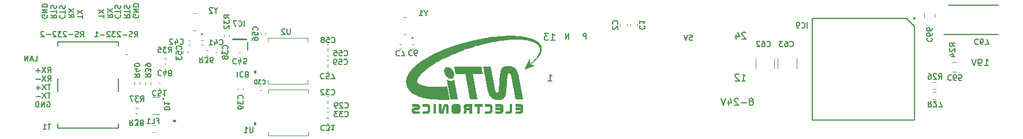
<source format=gbo>
G04 #@! TF.GenerationSoftware,KiCad,Pcbnew,(6.0.7)*
G04 #@! TF.CreationDate,2022-08-09T16:52:42+03:00*
G04 #@! TF.ProjectId,dock_rs232,646f636b-5f72-4733-9233-322e6b696361,rev?*
G04 #@! TF.SameCoordinates,Original*
G04 #@! TF.FileFunction,Legend,Bot*
G04 #@! TF.FilePolarity,Positive*
%FSLAX46Y46*%
G04 Gerber Fmt 4.6, Leading zero omitted, Abs format (unit mm)*
G04 Created by KiCad (PCBNEW (6.0.7)) date 2022-08-09 16:52:42*
%MOMM*%
%LPD*%
G01*
G04 APERTURE LIST*
%ADD10C,0.026458*%
%ADD11C,0.150000*%
%ADD12C,0.120000*%
%ADD13C,0.200000*%
%ADD14C,0.100000*%
%ADD15C,0.250000*%
G04 APERTURE END LIST*
D10*
G36*
X284635729Y-110363705D02*
G01*
X284658750Y-110365054D01*
X284681150Y-110367275D01*
X284702920Y-110370360D01*
X284724051Y-110374299D01*
X284744533Y-110379083D01*
X284764358Y-110384705D01*
X284783516Y-110391154D01*
X284801999Y-110398422D01*
X284819797Y-110406500D01*
X284836901Y-110415379D01*
X284853303Y-110425051D01*
X284868993Y-110435506D01*
X284883962Y-110446736D01*
X284898201Y-110458731D01*
X284911702Y-110471483D01*
X284924454Y-110484984D01*
X284936449Y-110499223D01*
X284947678Y-110514193D01*
X284958132Y-110529885D01*
X284967802Y-110546288D01*
X284976678Y-110563396D01*
X284984752Y-110581198D01*
X284992015Y-110599687D01*
X284998457Y-110618852D01*
X285004069Y-110638686D01*
X285008843Y-110659179D01*
X285012769Y-110680322D01*
X285015839Y-110702108D01*
X285018042Y-110724526D01*
X285019371Y-110747568D01*
X285019816Y-110771224D01*
X285019816Y-111257794D01*
X285019372Y-111281456D01*
X285018045Y-111304513D01*
X285015845Y-111326955D01*
X285012780Y-111348774D01*
X285008859Y-111369959D01*
X285004092Y-111390500D01*
X284998486Y-111410389D01*
X284992052Y-111429615D01*
X284984797Y-111448169D01*
X284976731Y-111466042D01*
X284967863Y-111483223D01*
X284958202Y-111499703D01*
X284947756Y-111515473D01*
X284936534Y-111530524D01*
X284924546Y-111544844D01*
X284911800Y-111558425D01*
X284898306Y-111571258D01*
X284884071Y-111583332D01*
X284869106Y-111594638D01*
X284853419Y-111605166D01*
X284837018Y-111614908D01*
X284819913Y-111623852D01*
X284802113Y-111631991D01*
X284783627Y-111639313D01*
X284764463Y-111645810D01*
X284744630Y-111651472D01*
X284724138Y-111656289D01*
X284702995Y-111660251D01*
X284681210Y-111663350D01*
X284658792Y-111665575D01*
X284635751Y-111666918D01*
X284612094Y-111667367D01*
X284037155Y-111667367D01*
X284037155Y-111392994D01*
X284585901Y-111392994D01*
X284595449Y-111392840D01*
X284604699Y-111392378D01*
X284613649Y-111391608D01*
X284622299Y-111390530D01*
X284630648Y-111389146D01*
X284638698Y-111387455D01*
X284646446Y-111385458D01*
X284653894Y-111383155D01*
X284661041Y-111380547D01*
X284667886Y-111377633D01*
X284674430Y-111374415D01*
X284680671Y-111370893D01*
X284686611Y-111367067D01*
X284692248Y-111362938D01*
X284697583Y-111358505D01*
X284702615Y-111353770D01*
X284707343Y-111348732D01*
X284711769Y-111343393D01*
X284715891Y-111337752D01*
X284719709Y-111331809D01*
X284723223Y-111325566D01*
X284726432Y-111319023D01*
X284729338Y-111312180D01*
X284731938Y-111305037D01*
X284734233Y-111297595D01*
X284736224Y-111289854D01*
X284737908Y-111281814D01*
X284739287Y-111273477D01*
X284740360Y-111264842D01*
X284741126Y-111255910D01*
X284741587Y-111246680D01*
X284741740Y-111237155D01*
X284741740Y-110793713D01*
X284741586Y-110784158D01*
X284741124Y-110774891D01*
X284740354Y-110765912D01*
X284739276Y-110757224D01*
X284737892Y-110748826D01*
X284736201Y-110740720D01*
X284734204Y-110732908D01*
X284731901Y-110725389D01*
X284729293Y-110718165D01*
X284726379Y-110711237D01*
X284723161Y-110704606D01*
X284719639Y-110698273D01*
X284715813Y-110692238D01*
X284711684Y-110686504D01*
X284707251Y-110681071D01*
X284702516Y-110675941D01*
X284697478Y-110671113D01*
X284692139Y-110666589D01*
X284686497Y-110662370D01*
X284680555Y-110658458D01*
X284674312Y-110654853D01*
X284667769Y-110651555D01*
X284660926Y-110648567D01*
X284653783Y-110645890D01*
X284646341Y-110643523D01*
X284638600Y-110641469D01*
X284630560Y-110639728D01*
X284622223Y-110638301D01*
X284613588Y-110637189D01*
X284604655Y-110636394D01*
X284595426Y-110635916D01*
X284585901Y-110635757D01*
X284037155Y-110635757D01*
X284037155Y-110363236D01*
X284612095Y-110363236D01*
X284635729Y-110363705D01*
G37*
X284635729Y-110363705D02*
X284658750Y-110365054D01*
X284681150Y-110367275D01*
X284702920Y-110370360D01*
X284724051Y-110374299D01*
X284744533Y-110379083D01*
X284764358Y-110384705D01*
X284783516Y-110391154D01*
X284801999Y-110398422D01*
X284819797Y-110406500D01*
X284836901Y-110415379D01*
X284853303Y-110425051D01*
X284868993Y-110435506D01*
X284883962Y-110446736D01*
X284898201Y-110458731D01*
X284911702Y-110471483D01*
X284924454Y-110484984D01*
X284936449Y-110499223D01*
X284947678Y-110514193D01*
X284958132Y-110529885D01*
X284967802Y-110546288D01*
X284976678Y-110563396D01*
X284984752Y-110581198D01*
X284992015Y-110599687D01*
X284998457Y-110618852D01*
X285004069Y-110638686D01*
X285008843Y-110659179D01*
X285012769Y-110680322D01*
X285015839Y-110702108D01*
X285018042Y-110724526D01*
X285019371Y-110747568D01*
X285019816Y-110771224D01*
X285019816Y-111257794D01*
X285019372Y-111281456D01*
X285018045Y-111304513D01*
X285015845Y-111326955D01*
X285012780Y-111348774D01*
X285008859Y-111369959D01*
X285004092Y-111390500D01*
X284998486Y-111410389D01*
X284992052Y-111429615D01*
X284984797Y-111448169D01*
X284976731Y-111466042D01*
X284967863Y-111483223D01*
X284958202Y-111499703D01*
X284947756Y-111515473D01*
X284936534Y-111530524D01*
X284924546Y-111544844D01*
X284911800Y-111558425D01*
X284898306Y-111571258D01*
X284884071Y-111583332D01*
X284869106Y-111594638D01*
X284853419Y-111605166D01*
X284837018Y-111614908D01*
X284819913Y-111623852D01*
X284802113Y-111631991D01*
X284783627Y-111639313D01*
X284764463Y-111645810D01*
X284744630Y-111651472D01*
X284724138Y-111656289D01*
X284702995Y-111660251D01*
X284681210Y-111663350D01*
X284658792Y-111665575D01*
X284635751Y-111666918D01*
X284612094Y-111667367D01*
X284037155Y-111667367D01*
X284037155Y-111392994D01*
X284585901Y-111392994D01*
X284595449Y-111392840D01*
X284604699Y-111392378D01*
X284613649Y-111391608D01*
X284622299Y-111390530D01*
X284630648Y-111389146D01*
X284638698Y-111387455D01*
X284646446Y-111385458D01*
X284653894Y-111383155D01*
X284661041Y-111380547D01*
X284667886Y-111377633D01*
X284674430Y-111374415D01*
X284680671Y-111370893D01*
X284686611Y-111367067D01*
X284692248Y-111362938D01*
X284697583Y-111358505D01*
X284702615Y-111353770D01*
X284707343Y-111348732D01*
X284711769Y-111343393D01*
X284715891Y-111337752D01*
X284719709Y-111331809D01*
X284723223Y-111325566D01*
X284726432Y-111319023D01*
X284729338Y-111312180D01*
X284731938Y-111305037D01*
X284734233Y-111297595D01*
X284736224Y-111289854D01*
X284737908Y-111281814D01*
X284739287Y-111273477D01*
X284740360Y-111264842D01*
X284741126Y-111255910D01*
X284741587Y-111246680D01*
X284741740Y-111237155D01*
X284741740Y-110793713D01*
X284741586Y-110784158D01*
X284741124Y-110774891D01*
X284740354Y-110765912D01*
X284739276Y-110757224D01*
X284737892Y-110748826D01*
X284736201Y-110740720D01*
X284734204Y-110732908D01*
X284731901Y-110725389D01*
X284729293Y-110718165D01*
X284726379Y-110711237D01*
X284723161Y-110704606D01*
X284719639Y-110698273D01*
X284715813Y-110692238D01*
X284711684Y-110686504D01*
X284707251Y-110681071D01*
X284702516Y-110675941D01*
X284697478Y-110671113D01*
X284692139Y-110666589D01*
X284686497Y-110662370D01*
X284680555Y-110658458D01*
X284674312Y-110654853D01*
X284667769Y-110651555D01*
X284660926Y-110648567D01*
X284653783Y-110645890D01*
X284646341Y-110643523D01*
X284638600Y-110641469D01*
X284630560Y-110639728D01*
X284622223Y-110638301D01*
X284613588Y-110637189D01*
X284604655Y-110636394D01*
X284595426Y-110635916D01*
X284585901Y-110635757D01*
X284037155Y-110635757D01*
X284037155Y-110363236D01*
X284612095Y-110363236D01*
X284635729Y-110363705D01*
G36*
X282020765Y-111667103D02*
G01*
X281742688Y-111667103D01*
X281742688Y-110635493D01*
X281312475Y-110635493D01*
X281296740Y-110635908D01*
X281281984Y-110637141D01*
X281268212Y-110639173D01*
X281255428Y-110641983D01*
X281243638Y-110645554D01*
X281232847Y-110649864D01*
X281227828Y-110652291D01*
X281223060Y-110654895D01*
X281218544Y-110657675D01*
X281214282Y-110660628D01*
X281210272Y-110663751D01*
X281206517Y-110667043D01*
X281203017Y-110670500D01*
X281199772Y-110674121D01*
X281196783Y-110677902D01*
X281194050Y-110681842D01*
X281191575Y-110685937D01*
X281189358Y-110690187D01*
X281187399Y-110694587D01*
X281185699Y-110699137D01*
X281184259Y-110703832D01*
X281183080Y-110708672D01*
X281182161Y-110713653D01*
X281181504Y-110718773D01*
X281181110Y-110724029D01*
X281180978Y-110729420D01*
X281180978Y-110799005D01*
X281181110Y-110804395D01*
X281181504Y-110809652D01*
X281182161Y-110814772D01*
X281183080Y-110819753D01*
X281184259Y-110824592D01*
X281185699Y-110829288D01*
X281187399Y-110833837D01*
X281189358Y-110838238D01*
X281191575Y-110842487D01*
X281194051Y-110846583D01*
X281196783Y-110850523D01*
X281199772Y-110854304D01*
X281203018Y-110857924D01*
X281206518Y-110861382D01*
X281210273Y-110864673D01*
X281214283Y-110867797D01*
X281218545Y-110870749D01*
X281223061Y-110873529D01*
X281227829Y-110876134D01*
X281232848Y-110878561D01*
X281238119Y-110880807D01*
X281243639Y-110882871D01*
X281249410Y-110884750D01*
X281255429Y-110886441D01*
X281261697Y-110887943D01*
X281268213Y-110889252D01*
X281274976Y-110890366D01*
X281281985Y-110891283D01*
X281289240Y-110892001D01*
X281296741Y-110892516D01*
X281304486Y-110892827D01*
X281312475Y-110892932D01*
X281611189Y-110892932D01*
X281611189Y-111154075D01*
X281331259Y-111154075D01*
X281325309Y-111154256D01*
X281319419Y-111154794D01*
X281313593Y-111155686D01*
X281307837Y-111156927D01*
X281302156Y-111158511D01*
X281296555Y-111160434D01*
X281291040Y-111162692D01*
X281285615Y-111165279D01*
X281280286Y-111168191D01*
X281275057Y-111171423D01*
X281269935Y-111174970D01*
X281264924Y-111178827D01*
X281260030Y-111182991D01*
X281255257Y-111187456D01*
X281250611Y-111192216D01*
X281246097Y-111197269D01*
X281241720Y-111202608D01*
X281237486Y-111208229D01*
X281233399Y-111214128D01*
X281229465Y-111220299D01*
X281225689Y-111226738D01*
X281222076Y-111233440D01*
X281218631Y-111240400D01*
X281215360Y-111247614D01*
X281212268Y-111255077D01*
X281209359Y-111262784D01*
X281206639Y-111270730D01*
X281204114Y-111278910D01*
X281201788Y-111287321D01*
X281199667Y-111295956D01*
X281197755Y-111304812D01*
X281196058Y-111313883D01*
X281132293Y-111667102D01*
X280839135Y-111667102D01*
X280933062Y-111227363D01*
X280937213Y-111208787D01*
X280942019Y-111190969D01*
X280947472Y-111173922D01*
X280953564Y-111157659D01*
X280960288Y-111142195D01*
X280967634Y-111127543D01*
X280975594Y-111113717D01*
X280984161Y-111100729D01*
X280993327Y-111088594D01*
X281003083Y-111077326D01*
X281013420Y-111066937D01*
X281024332Y-111057441D01*
X281035810Y-111048852D01*
X281047846Y-111041184D01*
X281060431Y-111034450D01*
X281073558Y-111028663D01*
X281062825Y-111025160D01*
X281052453Y-111021347D01*
X281042441Y-111017222D01*
X281032789Y-111012783D01*
X281023493Y-111008029D01*
X281014553Y-111002958D01*
X281005969Y-110997568D01*
X280997737Y-110991858D01*
X280989857Y-110985825D01*
X280982328Y-110979469D01*
X280975148Y-110972788D01*
X280968316Y-110965779D01*
X280961831Y-110958442D01*
X280955690Y-110950774D01*
X280949894Y-110942773D01*
X280944439Y-110934439D01*
X280939326Y-110925769D01*
X280934553Y-110916762D01*
X280930118Y-110907415D01*
X280926020Y-110897728D01*
X280922257Y-110887699D01*
X280918829Y-110877325D01*
X280915734Y-110866606D01*
X280912970Y-110855539D01*
X280910537Y-110844123D01*
X280908432Y-110832356D01*
X280906655Y-110820237D01*
X280905204Y-110807763D01*
X280904078Y-110794933D01*
X280903275Y-110781745D01*
X280902635Y-110754290D01*
X280902635Y-110650839D01*
X280903015Y-110632485D01*
X280904156Y-110614776D01*
X280906061Y-110597709D01*
X280908731Y-110581279D01*
X280912167Y-110565483D01*
X280916371Y-110550315D01*
X280921346Y-110535772D01*
X280927093Y-110521850D01*
X280933613Y-110508544D01*
X280940908Y-110495851D01*
X280948981Y-110483767D01*
X280957832Y-110472286D01*
X280967464Y-110461406D01*
X280977878Y-110451122D01*
X280989077Y-110441430D01*
X281001061Y-110432325D01*
X281013832Y-110423805D01*
X281027393Y-110415864D01*
X281041745Y-110408498D01*
X281056890Y-110401704D01*
X281072829Y-110395477D01*
X281089565Y-110389812D01*
X281107099Y-110384707D01*
X281125432Y-110380157D01*
X281144567Y-110376158D01*
X281164505Y-110372705D01*
X281185248Y-110369795D01*
X281206797Y-110367423D01*
X281229156Y-110365585D01*
X281252324Y-110364278D01*
X281301098Y-110363236D01*
X282020765Y-110363236D01*
X282020765Y-111667103D01*
G37*
X282020765Y-111667103D02*
X281742688Y-111667103D01*
X281742688Y-110635493D01*
X281312475Y-110635493D01*
X281296740Y-110635908D01*
X281281984Y-110637141D01*
X281268212Y-110639173D01*
X281255428Y-110641983D01*
X281243638Y-110645554D01*
X281232847Y-110649864D01*
X281227828Y-110652291D01*
X281223060Y-110654895D01*
X281218544Y-110657675D01*
X281214282Y-110660628D01*
X281210272Y-110663751D01*
X281206517Y-110667043D01*
X281203017Y-110670500D01*
X281199772Y-110674121D01*
X281196783Y-110677902D01*
X281194050Y-110681842D01*
X281191575Y-110685937D01*
X281189358Y-110690187D01*
X281187399Y-110694587D01*
X281185699Y-110699137D01*
X281184259Y-110703832D01*
X281183080Y-110708672D01*
X281182161Y-110713653D01*
X281181504Y-110718773D01*
X281181110Y-110724029D01*
X281180978Y-110729420D01*
X281180978Y-110799005D01*
X281181110Y-110804395D01*
X281181504Y-110809652D01*
X281182161Y-110814772D01*
X281183080Y-110819753D01*
X281184259Y-110824592D01*
X281185699Y-110829288D01*
X281187399Y-110833837D01*
X281189358Y-110838238D01*
X281191575Y-110842487D01*
X281194051Y-110846583D01*
X281196783Y-110850523D01*
X281199772Y-110854304D01*
X281203018Y-110857924D01*
X281206518Y-110861382D01*
X281210273Y-110864673D01*
X281214283Y-110867797D01*
X281218545Y-110870749D01*
X281223061Y-110873529D01*
X281227829Y-110876134D01*
X281232848Y-110878561D01*
X281238119Y-110880807D01*
X281243639Y-110882871D01*
X281249410Y-110884750D01*
X281255429Y-110886441D01*
X281261697Y-110887943D01*
X281268213Y-110889252D01*
X281274976Y-110890366D01*
X281281985Y-110891283D01*
X281289240Y-110892001D01*
X281296741Y-110892516D01*
X281304486Y-110892827D01*
X281312475Y-110892932D01*
X281611189Y-110892932D01*
X281611189Y-111154075D01*
X281331259Y-111154075D01*
X281325309Y-111154256D01*
X281319419Y-111154794D01*
X281313593Y-111155686D01*
X281307837Y-111156927D01*
X281302156Y-111158511D01*
X281296555Y-111160434D01*
X281291040Y-111162692D01*
X281285615Y-111165279D01*
X281280286Y-111168191D01*
X281275057Y-111171423D01*
X281269935Y-111174970D01*
X281264924Y-111178827D01*
X281260030Y-111182991D01*
X281255257Y-111187456D01*
X281250611Y-111192216D01*
X281246097Y-111197269D01*
X281241720Y-111202608D01*
X281237486Y-111208229D01*
X281233399Y-111214128D01*
X281229465Y-111220299D01*
X281225689Y-111226738D01*
X281222076Y-111233440D01*
X281218631Y-111240400D01*
X281215360Y-111247614D01*
X281212268Y-111255077D01*
X281209359Y-111262784D01*
X281206639Y-111270730D01*
X281204114Y-111278910D01*
X281201788Y-111287321D01*
X281199667Y-111295956D01*
X281197755Y-111304812D01*
X281196058Y-111313883D01*
X281132293Y-111667102D01*
X280839135Y-111667102D01*
X280933062Y-111227363D01*
X280937213Y-111208787D01*
X280942019Y-111190969D01*
X280947472Y-111173922D01*
X280953564Y-111157659D01*
X280960288Y-111142195D01*
X280967634Y-111127543D01*
X280975594Y-111113717D01*
X280984161Y-111100729D01*
X280993327Y-111088594D01*
X281003083Y-111077326D01*
X281013420Y-111066937D01*
X281024332Y-111057441D01*
X281035810Y-111048852D01*
X281047846Y-111041184D01*
X281060431Y-111034450D01*
X281073558Y-111028663D01*
X281062825Y-111025160D01*
X281052453Y-111021347D01*
X281042441Y-111017222D01*
X281032789Y-111012783D01*
X281023493Y-111008029D01*
X281014553Y-111002958D01*
X281005969Y-110997568D01*
X280997737Y-110991858D01*
X280989857Y-110985825D01*
X280982328Y-110979469D01*
X280975148Y-110972788D01*
X280968316Y-110965779D01*
X280961831Y-110958442D01*
X280955690Y-110950774D01*
X280949894Y-110942773D01*
X280944439Y-110934439D01*
X280939326Y-110925769D01*
X280934553Y-110916762D01*
X280930118Y-110907415D01*
X280926020Y-110897728D01*
X280922257Y-110887699D01*
X280918829Y-110877325D01*
X280915734Y-110866606D01*
X280912970Y-110855539D01*
X280910537Y-110844123D01*
X280908432Y-110832356D01*
X280906655Y-110820237D01*
X280905204Y-110807763D01*
X280904078Y-110794933D01*
X280903275Y-110781745D01*
X280902635Y-110754290D01*
X280902635Y-110650839D01*
X280903015Y-110632485D01*
X280904156Y-110614776D01*
X280906061Y-110597709D01*
X280908731Y-110581279D01*
X280912167Y-110565483D01*
X280916371Y-110550315D01*
X280921346Y-110535772D01*
X280927093Y-110521850D01*
X280933613Y-110508544D01*
X280940908Y-110495851D01*
X280948981Y-110483767D01*
X280957832Y-110472286D01*
X280967464Y-110461406D01*
X280977878Y-110451122D01*
X280989077Y-110441430D01*
X281001061Y-110432325D01*
X281013832Y-110423805D01*
X281027393Y-110415864D01*
X281041745Y-110408498D01*
X281056890Y-110401704D01*
X281072829Y-110395477D01*
X281089565Y-110389812D01*
X281107099Y-110384707D01*
X281125432Y-110380157D01*
X281144567Y-110376158D01*
X281164505Y-110372705D01*
X281185248Y-110369795D01*
X281206797Y-110367423D01*
X281229156Y-110365585D01*
X281252324Y-110364278D01*
X281301098Y-110363236D01*
X282020765Y-110363236D01*
X282020765Y-111667103D01*
G36*
X286251202Y-110365057D02*
G01*
X286300226Y-110369098D01*
X286323206Y-110372181D01*
X286345182Y-110375989D01*
X286366166Y-110380536D01*
X286386171Y-110385833D01*
X286405209Y-110391894D01*
X286423295Y-110398732D01*
X286440439Y-110406358D01*
X286456656Y-110414785D01*
X286471957Y-110424027D01*
X286486356Y-110434096D01*
X286499865Y-110445005D01*
X286512497Y-110456766D01*
X286524264Y-110469392D01*
X286535181Y-110482896D01*
X286545258Y-110497291D01*
X286554509Y-110512588D01*
X286562947Y-110528802D01*
X286570584Y-110545943D01*
X286577434Y-110564027D01*
X286583508Y-110583064D01*
X286588821Y-110603067D01*
X286593383Y-110624050D01*
X286597209Y-110646025D01*
X286600310Y-110669005D01*
X286604391Y-110718029D01*
X286605729Y-110771224D01*
X286605729Y-111257794D01*
X286604391Y-111311010D01*
X286600310Y-111360093D01*
X286597209Y-111383115D01*
X286593383Y-111405140D01*
X286588821Y-111426180D01*
X286583508Y-111446247D01*
X286577434Y-111465353D01*
X286570584Y-111483511D01*
X286562947Y-111500732D01*
X286554509Y-111517028D01*
X286545258Y-111532412D01*
X286535181Y-111546896D01*
X286524264Y-111560491D01*
X286512497Y-111573209D01*
X286499865Y-111585064D01*
X286486356Y-111596066D01*
X286471957Y-111606228D01*
X286456656Y-111615561D01*
X286440439Y-111624079D01*
X286423295Y-111631793D01*
X286405209Y-111638715D01*
X286386171Y-111644857D01*
X286366166Y-111650231D01*
X286345182Y-111654850D01*
X286323206Y-111658725D01*
X286300226Y-111661868D01*
X286251202Y-111666008D01*
X286198007Y-111667367D01*
X285553482Y-111667367D01*
X285553482Y-111392994D01*
X286177369Y-111392994D01*
X286197937Y-111392565D01*
X286216719Y-111391236D01*
X286225461Y-111390214D01*
X286233780Y-111388943D01*
X286241685Y-111387415D01*
X286249183Y-111385623D01*
X286256282Y-111383559D01*
X286262990Y-111381214D01*
X286269315Y-111378581D01*
X286275265Y-111375651D01*
X286280848Y-111372418D01*
X286286072Y-111368873D01*
X286290944Y-111365008D01*
X286295472Y-111360815D01*
X286299665Y-111356286D01*
X286303530Y-111351414D01*
X286307076Y-111346191D01*
X286310309Y-111340608D01*
X286313238Y-111334658D01*
X286315872Y-111328333D01*
X286318217Y-111321624D01*
X286320281Y-111314525D01*
X286322073Y-111307027D01*
X286323601Y-111299123D01*
X286324872Y-111290804D01*
X286325894Y-111282062D01*
X286327223Y-111263279D01*
X286327652Y-111242712D01*
X286327652Y-111145080D01*
X285553481Y-111145080D01*
X285553481Y-110870973D01*
X286327652Y-110870973D01*
X286327652Y-110788423D01*
X286327223Y-110767834D01*
X286325894Y-110748993D01*
X286323601Y-110731841D01*
X286322073Y-110723880D01*
X286320281Y-110716319D01*
X286318217Y-110709153D01*
X286315872Y-110702372D01*
X286313238Y-110695970D01*
X286310309Y-110689940D01*
X286307076Y-110684275D01*
X286303530Y-110678966D01*
X286299665Y-110674008D01*
X286295472Y-110669393D01*
X286290944Y-110665113D01*
X286286072Y-110661162D01*
X286280848Y-110657532D01*
X286275265Y-110654216D01*
X286269315Y-110651207D01*
X286262990Y-110648497D01*
X286256282Y-110646079D01*
X286249183Y-110643947D01*
X286241685Y-110642093D01*
X286233780Y-110640509D01*
X286225461Y-110639189D01*
X286216719Y-110638125D01*
X286197937Y-110636736D01*
X286177369Y-110636286D01*
X285553482Y-110636286D01*
X285553482Y-110363766D01*
X286198007Y-110363766D01*
X286251202Y-110365057D01*
G37*
X286251202Y-110365057D02*
X286300226Y-110369098D01*
X286323206Y-110372181D01*
X286345182Y-110375989D01*
X286366166Y-110380536D01*
X286386171Y-110385833D01*
X286405209Y-110391894D01*
X286423295Y-110398732D01*
X286440439Y-110406358D01*
X286456656Y-110414785D01*
X286471957Y-110424027D01*
X286486356Y-110434096D01*
X286499865Y-110445005D01*
X286512497Y-110456766D01*
X286524264Y-110469392D01*
X286535181Y-110482896D01*
X286545258Y-110497291D01*
X286554509Y-110512588D01*
X286562947Y-110528802D01*
X286570584Y-110545943D01*
X286577434Y-110564027D01*
X286583508Y-110583064D01*
X286588821Y-110603067D01*
X286593383Y-110624050D01*
X286597209Y-110646025D01*
X286600310Y-110669005D01*
X286604391Y-110718029D01*
X286605729Y-110771224D01*
X286605729Y-111257794D01*
X286604391Y-111311010D01*
X286600310Y-111360093D01*
X286597209Y-111383115D01*
X286593383Y-111405140D01*
X286588821Y-111426180D01*
X286583508Y-111446247D01*
X286577434Y-111465353D01*
X286570584Y-111483511D01*
X286562947Y-111500732D01*
X286554509Y-111517028D01*
X286545258Y-111532412D01*
X286535181Y-111546896D01*
X286524264Y-111560491D01*
X286512497Y-111573209D01*
X286499865Y-111585064D01*
X286486356Y-111596066D01*
X286471957Y-111606228D01*
X286456656Y-111615561D01*
X286440439Y-111624079D01*
X286423295Y-111631793D01*
X286405209Y-111638715D01*
X286386171Y-111644857D01*
X286366166Y-111650231D01*
X286345182Y-111654850D01*
X286323206Y-111658725D01*
X286300226Y-111661868D01*
X286251202Y-111666008D01*
X286198007Y-111667367D01*
X285553482Y-111667367D01*
X285553482Y-111392994D01*
X286177369Y-111392994D01*
X286197937Y-111392565D01*
X286216719Y-111391236D01*
X286225461Y-111390214D01*
X286233780Y-111388943D01*
X286241685Y-111387415D01*
X286249183Y-111385623D01*
X286256282Y-111383559D01*
X286262990Y-111381214D01*
X286269315Y-111378581D01*
X286275265Y-111375651D01*
X286280848Y-111372418D01*
X286286072Y-111368873D01*
X286290944Y-111365008D01*
X286295472Y-111360815D01*
X286299665Y-111356286D01*
X286303530Y-111351414D01*
X286307076Y-111346191D01*
X286310309Y-111340608D01*
X286313238Y-111334658D01*
X286315872Y-111328333D01*
X286318217Y-111321624D01*
X286320281Y-111314525D01*
X286322073Y-111307027D01*
X286323601Y-111299123D01*
X286324872Y-111290804D01*
X286325894Y-111282062D01*
X286327223Y-111263279D01*
X286327652Y-111242712D01*
X286327652Y-111145080D01*
X285553481Y-111145080D01*
X285553481Y-110870973D01*
X286327652Y-110870973D01*
X286327652Y-110788423D01*
X286327223Y-110767834D01*
X286325894Y-110748993D01*
X286323601Y-110731841D01*
X286322073Y-110723880D01*
X286320281Y-110716319D01*
X286318217Y-110709153D01*
X286315872Y-110702372D01*
X286313238Y-110695970D01*
X286310309Y-110689940D01*
X286307076Y-110684275D01*
X286303530Y-110678966D01*
X286299665Y-110674008D01*
X286295472Y-110669393D01*
X286290944Y-110665113D01*
X286286072Y-110661162D01*
X286280848Y-110657532D01*
X286275265Y-110654216D01*
X286269315Y-110651207D01*
X286262990Y-110648497D01*
X286256282Y-110646079D01*
X286249183Y-110643947D01*
X286241685Y-110642093D01*
X286233780Y-110640509D01*
X286225461Y-110639189D01*
X286216719Y-110638125D01*
X286197937Y-110636736D01*
X286177369Y-110636286D01*
X285553482Y-110636286D01*
X285553482Y-110363766D01*
X286198007Y-110363766D01*
X286251202Y-110365057D01*
G36*
X274021525Y-110364210D02*
G01*
X274045404Y-110365533D01*
X274068639Y-110367723D01*
X274091218Y-110370769D01*
X274113134Y-110374658D01*
X274134377Y-110379379D01*
X274154938Y-110384919D01*
X274174807Y-110391266D01*
X274193974Y-110398409D01*
X274212431Y-110406335D01*
X274230169Y-110415032D01*
X274247177Y-110424488D01*
X274263446Y-110434692D01*
X274278968Y-110445631D01*
X274293733Y-110457293D01*
X274307731Y-110469666D01*
X274320953Y-110482738D01*
X274333390Y-110496498D01*
X274345032Y-110510933D01*
X274355870Y-110526031D01*
X274365895Y-110541780D01*
X274375097Y-110558168D01*
X274383467Y-110575183D01*
X274390996Y-110592814D01*
X274397674Y-110611047D01*
X274403492Y-110629871D01*
X274408440Y-110649275D01*
X274412510Y-110669245D01*
X274415692Y-110689771D01*
X274417976Y-110710839D01*
X274419354Y-110732439D01*
X274419815Y-110754557D01*
X274419354Y-110776676D01*
X274417976Y-110798275D01*
X274415692Y-110819343D01*
X274412510Y-110839869D01*
X274408440Y-110859839D01*
X274403492Y-110879242D01*
X274397674Y-110898067D01*
X274390996Y-110916300D01*
X274383467Y-110933930D01*
X274375097Y-110950946D01*
X274365895Y-110967334D01*
X274355870Y-110983083D01*
X274345032Y-110998181D01*
X274333390Y-111012615D01*
X274320953Y-111026375D01*
X274307731Y-111039447D01*
X274293733Y-111051821D01*
X274278968Y-111063483D01*
X274263446Y-111074421D01*
X274247177Y-111084625D01*
X274230169Y-111094081D01*
X274212431Y-111102778D01*
X274193974Y-111110704D01*
X274174807Y-111117847D01*
X274154938Y-111124194D01*
X274134377Y-111129734D01*
X274113134Y-111134455D01*
X274091218Y-111138344D01*
X274068639Y-111141390D01*
X274045404Y-111143580D01*
X274021525Y-111144903D01*
X273997010Y-111145347D01*
X273703853Y-111145347D01*
X273684378Y-111145831D01*
X273666141Y-111147282D01*
X273649142Y-111149702D01*
X273633386Y-111153090D01*
X273618875Y-111157447D01*
X273612087Y-111159989D01*
X273605612Y-111162774D01*
X273599449Y-111165801D01*
X273593599Y-111169070D01*
X273588062Y-111172582D01*
X273582838Y-111176336D01*
X273577929Y-111180333D01*
X273573334Y-111184573D01*
X273569054Y-111189056D01*
X273565088Y-111193781D01*
X273561438Y-111198749D01*
X273558103Y-111203960D01*
X273555085Y-111209413D01*
X273552382Y-111215110D01*
X273549997Y-111221050D01*
X273547928Y-111227233D01*
X273546177Y-111233658D01*
X273544743Y-111240327D01*
X273543627Y-111247240D01*
X273542830Y-111254395D01*
X273542351Y-111261794D01*
X273542192Y-111269436D01*
X273542351Y-111277055D01*
X273542830Y-111284434D01*
X273543627Y-111291572D01*
X273544743Y-111298469D01*
X273546177Y-111305126D01*
X273547928Y-111311542D01*
X273549997Y-111317717D01*
X273552382Y-111323651D01*
X273555085Y-111329344D01*
X273558103Y-111334796D01*
X273561438Y-111340007D01*
X273565088Y-111344976D01*
X273569054Y-111349704D01*
X273573334Y-111354190D01*
X273577929Y-111358435D01*
X273582838Y-111362438D01*
X273588062Y-111366199D01*
X273593599Y-111369718D01*
X273599449Y-111372995D01*
X273605612Y-111376030D01*
X273612087Y-111378822D01*
X273618875Y-111381373D01*
X273625975Y-111383681D01*
X273633386Y-111385746D01*
X273641109Y-111387569D01*
X273649142Y-111389149D01*
X273657486Y-111390486D01*
X273666141Y-111391581D01*
X273675105Y-111392432D01*
X273684378Y-111393040D01*
X273693961Y-111393405D01*
X273703853Y-111393527D01*
X274393356Y-111393527D01*
X274393356Y-111667900D01*
X273709408Y-111667900D01*
X273683171Y-111667456D01*
X273657645Y-111666131D01*
X273632840Y-111663936D01*
X273608762Y-111660882D01*
X273585419Y-111656979D01*
X273562820Y-111652238D01*
X273540973Y-111646669D01*
X273519885Y-111640284D01*
X273499564Y-111633092D01*
X273480019Y-111625105D01*
X273461257Y-111616333D01*
X273443286Y-111606787D01*
X273426114Y-111596477D01*
X273409750Y-111585415D01*
X273394200Y-111573610D01*
X273379474Y-111561074D01*
X273365578Y-111547817D01*
X273352522Y-111533849D01*
X273340312Y-111519182D01*
X273328957Y-111503827D01*
X273318465Y-111487792D01*
X273308843Y-111471091D01*
X273300100Y-111453732D01*
X273292244Y-111435727D01*
X273285282Y-111417087D01*
X273279223Y-111397821D01*
X273274074Y-111377942D01*
X273269843Y-111357458D01*
X273266539Y-111336382D01*
X273264169Y-111314723D01*
X273262741Y-111292493D01*
X273262263Y-111269702D01*
X273262741Y-111246862D01*
X273264169Y-111224586D01*
X273266539Y-111202885D01*
X273269844Y-111181769D01*
X273274074Y-111161249D01*
X273279223Y-111141335D01*
X273285283Y-111122038D01*
X273292244Y-111103368D01*
X273300101Y-111085337D01*
X273308844Y-111067953D01*
X273318465Y-111051229D01*
X273328958Y-111035175D01*
X273340313Y-111019800D01*
X273352522Y-111005117D01*
X273365579Y-110991135D01*
X273379474Y-110977864D01*
X273394201Y-110965316D01*
X273409750Y-110953502D01*
X273426115Y-110942430D01*
X273443286Y-110932113D01*
X273461257Y-110922561D01*
X273480019Y-110913783D01*
X273499564Y-110905792D01*
X273519885Y-110898597D01*
X273540973Y-110892209D01*
X273562820Y-110886638D01*
X273585419Y-110881895D01*
X273608762Y-110877991D01*
X273632840Y-110874937D01*
X273657646Y-110872741D01*
X273683171Y-110871417D01*
X273709408Y-110870973D01*
X274002568Y-110870973D01*
X274019301Y-110870511D01*
X274034972Y-110869128D01*
X274049578Y-110866827D01*
X274056480Y-110865333D01*
X274063116Y-110863610D01*
X274069484Y-110861659D01*
X274075585Y-110859480D01*
X274081417Y-110857073D01*
X274086981Y-110854439D01*
X274092277Y-110851578D01*
X274097303Y-110848490D01*
X274102061Y-110845177D01*
X274106549Y-110841637D01*
X274110767Y-110837872D01*
X274114716Y-110833881D01*
X274118394Y-110829666D01*
X274121801Y-110825226D01*
X274124937Y-110820562D01*
X274127803Y-110815674D01*
X274130396Y-110810563D01*
X274132718Y-110805228D01*
X274134768Y-110799670D01*
X274136546Y-110793890D01*
X274138051Y-110787888D01*
X274139282Y-110781664D01*
X274140241Y-110775218D01*
X274140926Y-110768551D01*
X274141337Y-110761664D01*
X274141475Y-110754556D01*
X274141337Y-110747442D01*
X274140926Y-110740539D01*
X274140241Y-110733848D01*
X274139282Y-110727368D01*
X274138051Y-110721102D01*
X274136546Y-110715050D01*
X274134768Y-110709214D01*
X274132718Y-110703594D01*
X274130396Y-110698192D01*
X274127803Y-110693008D01*
X274124937Y-110688043D01*
X274121801Y-110683299D01*
X274118394Y-110678777D01*
X274114716Y-110674477D01*
X274110767Y-110670400D01*
X274106549Y-110666548D01*
X274102061Y-110662922D01*
X274097303Y-110659522D01*
X274092277Y-110656350D01*
X274086981Y-110653406D01*
X274081417Y-110650692D01*
X274075585Y-110648209D01*
X274069484Y-110645958D01*
X274063116Y-110643939D01*
X274056480Y-110642153D01*
X274049578Y-110640603D01*
X274042408Y-110639288D01*
X274034972Y-110638210D01*
X274027269Y-110637370D01*
X274019301Y-110636769D01*
X274011067Y-110636407D01*
X274002568Y-110636286D01*
X273320471Y-110636286D01*
X273320471Y-110363766D01*
X273997010Y-110363766D01*
X274021525Y-110364210D01*
G37*
X274021525Y-110364210D02*
X274045404Y-110365533D01*
X274068639Y-110367723D01*
X274091218Y-110370769D01*
X274113134Y-110374658D01*
X274134377Y-110379379D01*
X274154938Y-110384919D01*
X274174807Y-110391266D01*
X274193974Y-110398409D01*
X274212431Y-110406335D01*
X274230169Y-110415032D01*
X274247177Y-110424488D01*
X274263446Y-110434692D01*
X274278968Y-110445631D01*
X274293733Y-110457293D01*
X274307731Y-110469666D01*
X274320953Y-110482738D01*
X274333390Y-110496498D01*
X274345032Y-110510933D01*
X274355870Y-110526031D01*
X274365895Y-110541780D01*
X274375097Y-110558168D01*
X274383467Y-110575183D01*
X274390996Y-110592814D01*
X274397674Y-110611047D01*
X274403492Y-110629871D01*
X274408440Y-110649275D01*
X274412510Y-110669245D01*
X274415692Y-110689771D01*
X274417976Y-110710839D01*
X274419354Y-110732439D01*
X274419815Y-110754557D01*
X274419354Y-110776676D01*
X274417976Y-110798275D01*
X274415692Y-110819343D01*
X274412510Y-110839869D01*
X274408440Y-110859839D01*
X274403492Y-110879242D01*
X274397674Y-110898067D01*
X274390996Y-110916300D01*
X274383467Y-110933930D01*
X274375097Y-110950946D01*
X274365895Y-110967334D01*
X274355870Y-110983083D01*
X274345032Y-110998181D01*
X274333390Y-111012615D01*
X274320953Y-111026375D01*
X274307731Y-111039447D01*
X274293733Y-111051821D01*
X274278968Y-111063483D01*
X274263446Y-111074421D01*
X274247177Y-111084625D01*
X274230169Y-111094081D01*
X274212431Y-111102778D01*
X274193974Y-111110704D01*
X274174807Y-111117847D01*
X274154938Y-111124194D01*
X274134377Y-111129734D01*
X274113134Y-111134455D01*
X274091218Y-111138344D01*
X274068639Y-111141390D01*
X274045404Y-111143580D01*
X274021525Y-111144903D01*
X273997010Y-111145347D01*
X273703853Y-111145347D01*
X273684378Y-111145831D01*
X273666141Y-111147282D01*
X273649142Y-111149702D01*
X273633386Y-111153090D01*
X273618875Y-111157447D01*
X273612087Y-111159989D01*
X273605612Y-111162774D01*
X273599449Y-111165801D01*
X273593599Y-111169070D01*
X273588062Y-111172582D01*
X273582838Y-111176336D01*
X273577929Y-111180333D01*
X273573334Y-111184573D01*
X273569054Y-111189056D01*
X273565088Y-111193781D01*
X273561438Y-111198749D01*
X273558103Y-111203960D01*
X273555085Y-111209413D01*
X273552382Y-111215110D01*
X273549997Y-111221050D01*
X273547928Y-111227233D01*
X273546177Y-111233658D01*
X273544743Y-111240327D01*
X273543627Y-111247240D01*
X273542830Y-111254395D01*
X273542351Y-111261794D01*
X273542192Y-111269436D01*
X273542351Y-111277055D01*
X273542830Y-111284434D01*
X273543627Y-111291572D01*
X273544743Y-111298469D01*
X273546177Y-111305126D01*
X273547928Y-111311542D01*
X273549997Y-111317717D01*
X273552382Y-111323651D01*
X273555085Y-111329344D01*
X273558103Y-111334796D01*
X273561438Y-111340007D01*
X273565088Y-111344976D01*
X273569054Y-111349704D01*
X273573334Y-111354190D01*
X273577929Y-111358435D01*
X273582838Y-111362438D01*
X273588062Y-111366199D01*
X273593599Y-111369718D01*
X273599449Y-111372995D01*
X273605612Y-111376030D01*
X273612087Y-111378822D01*
X273618875Y-111381373D01*
X273625975Y-111383681D01*
X273633386Y-111385746D01*
X273641109Y-111387569D01*
X273649142Y-111389149D01*
X273657486Y-111390486D01*
X273666141Y-111391581D01*
X273675105Y-111392432D01*
X273684378Y-111393040D01*
X273693961Y-111393405D01*
X273703853Y-111393527D01*
X274393356Y-111393527D01*
X274393356Y-111667900D01*
X273709408Y-111667900D01*
X273683171Y-111667456D01*
X273657645Y-111666131D01*
X273632840Y-111663936D01*
X273608762Y-111660882D01*
X273585419Y-111656979D01*
X273562820Y-111652238D01*
X273540973Y-111646669D01*
X273519885Y-111640284D01*
X273499564Y-111633092D01*
X273480019Y-111625105D01*
X273461257Y-111616333D01*
X273443286Y-111606787D01*
X273426114Y-111596477D01*
X273409750Y-111585415D01*
X273394200Y-111573610D01*
X273379474Y-111561074D01*
X273365578Y-111547817D01*
X273352522Y-111533849D01*
X273340312Y-111519182D01*
X273328957Y-111503827D01*
X273318465Y-111487792D01*
X273308843Y-111471091D01*
X273300100Y-111453732D01*
X273292244Y-111435727D01*
X273285282Y-111417087D01*
X273279223Y-111397821D01*
X273274074Y-111377942D01*
X273269843Y-111357458D01*
X273266539Y-111336382D01*
X273264169Y-111314723D01*
X273262741Y-111292493D01*
X273262263Y-111269702D01*
X273262741Y-111246862D01*
X273264169Y-111224586D01*
X273266539Y-111202885D01*
X273269844Y-111181769D01*
X273274074Y-111161249D01*
X273279223Y-111141335D01*
X273285283Y-111122038D01*
X273292244Y-111103368D01*
X273300101Y-111085337D01*
X273308844Y-111067953D01*
X273318465Y-111051229D01*
X273328958Y-111035175D01*
X273340313Y-111019800D01*
X273352522Y-111005117D01*
X273365579Y-110991135D01*
X273379474Y-110977864D01*
X273394201Y-110965316D01*
X273409750Y-110953502D01*
X273426115Y-110942430D01*
X273443286Y-110932113D01*
X273461257Y-110922561D01*
X273480019Y-110913783D01*
X273499564Y-110905792D01*
X273519885Y-110898597D01*
X273540973Y-110892209D01*
X273562820Y-110886638D01*
X273585419Y-110881895D01*
X273608762Y-110877991D01*
X273632840Y-110874937D01*
X273657646Y-110872741D01*
X273683171Y-110871417D01*
X273709408Y-110870973D01*
X274002568Y-110870973D01*
X274019301Y-110870511D01*
X274034972Y-110869128D01*
X274049578Y-110866827D01*
X274056480Y-110865333D01*
X274063116Y-110863610D01*
X274069484Y-110861659D01*
X274075585Y-110859480D01*
X274081417Y-110857073D01*
X274086981Y-110854439D01*
X274092277Y-110851578D01*
X274097303Y-110848490D01*
X274102061Y-110845177D01*
X274106549Y-110841637D01*
X274110767Y-110837872D01*
X274114716Y-110833881D01*
X274118394Y-110829666D01*
X274121801Y-110825226D01*
X274124937Y-110820562D01*
X274127803Y-110815674D01*
X274130396Y-110810563D01*
X274132718Y-110805228D01*
X274134768Y-110799670D01*
X274136546Y-110793890D01*
X274138051Y-110787888D01*
X274139282Y-110781664D01*
X274140241Y-110775218D01*
X274140926Y-110768551D01*
X274141337Y-110761664D01*
X274141475Y-110754556D01*
X274141337Y-110747442D01*
X274140926Y-110740539D01*
X274140241Y-110733848D01*
X274139282Y-110727368D01*
X274138051Y-110721102D01*
X274136546Y-110715050D01*
X274134768Y-110709214D01*
X274132718Y-110703594D01*
X274130396Y-110698192D01*
X274127803Y-110693008D01*
X274124937Y-110688043D01*
X274121801Y-110683299D01*
X274118394Y-110678777D01*
X274114716Y-110674477D01*
X274110767Y-110670400D01*
X274106549Y-110666548D01*
X274102061Y-110662922D01*
X274097303Y-110659522D01*
X274092277Y-110656350D01*
X274086981Y-110653406D01*
X274081417Y-110650692D01*
X274075585Y-110648209D01*
X274069484Y-110645958D01*
X274063116Y-110643939D01*
X274056480Y-110642153D01*
X274049578Y-110640603D01*
X274042408Y-110639288D01*
X274034972Y-110638210D01*
X274027269Y-110637370D01*
X274019301Y-110636769D01*
X274011067Y-110636407D01*
X274002568Y-110636286D01*
X273320471Y-110636286D01*
X273320471Y-110363766D01*
X273997010Y-110363766D01*
X274021525Y-110364210D01*
G36*
X288073109Y-100286449D02*
G01*
X288300165Y-100292354D01*
X288527085Y-100303035D01*
X288753830Y-100319545D01*
X288980365Y-100342938D01*
X289352668Y-100384212D01*
X289538508Y-100406487D01*
X289631167Y-100419206D01*
X289723580Y-100433425D01*
X289803408Y-100447283D01*
X289882979Y-100462682D01*
X289962333Y-100479353D01*
X290041510Y-100497024D01*
X290357258Y-100572331D01*
X290547106Y-100620840D01*
X290640915Y-100647607D01*
X290733888Y-100676238D01*
X290825953Y-100706876D01*
X290917042Y-100739661D01*
X291007083Y-100774736D01*
X291096007Y-100812243D01*
X291183743Y-100852323D01*
X291270222Y-100895118D01*
X291355373Y-100940771D01*
X291439126Y-100989422D01*
X291521411Y-101041215D01*
X291602157Y-101096290D01*
X291681296Y-101154790D01*
X291758755Y-101216856D01*
X291802339Y-101254471D01*
X291843941Y-101292937D01*
X291883559Y-101332229D01*
X291921191Y-101372322D01*
X291956835Y-101413194D01*
X291990489Y-101454819D01*
X292022151Y-101497174D01*
X292051818Y-101540235D01*
X292079489Y-101583976D01*
X292105162Y-101628375D01*
X292128834Y-101673407D01*
X292150503Y-101719049D01*
X292170168Y-101765274D01*
X292187826Y-101812061D01*
X292203475Y-101859384D01*
X292217113Y-101907220D01*
X292228738Y-101955544D01*
X292238347Y-102004332D01*
X292245940Y-102053561D01*
X292251513Y-102103205D01*
X292255065Y-102153241D01*
X292256594Y-102203645D01*
X292256096Y-102254393D01*
X292253572Y-102305459D01*
X292249017Y-102356822D01*
X292242431Y-102408455D01*
X292233810Y-102460336D01*
X292223154Y-102512439D01*
X292210460Y-102564741D01*
X292195726Y-102617218D01*
X292178949Y-102669846D01*
X292160128Y-102722600D01*
X292135014Y-102786746D01*
X292108201Y-102849994D01*
X292079710Y-102912333D01*
X292049561Y-102973751D01*
X292017773Y-103034238D01*
X291984367Y-103093782D01*
X291949361Y-103152371D01*
X291912776Y-103209995D01*
X291874631Y-103266643D01*
X291834946Y-103322302D01*
X291793742Y-103376963D01*
X291751037Y-103430613D01*
X291706851Y-103483241D01*
X291661205Y-103534837D01*
X291614118Y-103585388D01*
X291565609Y-103634884D01*
X291487381Y-103712031D01*
X291408538Y-103788561D01*
X291249432Y-103940180D01*
X290928492Y-104240515D01*
X290921570Y-104246736D01*
X290914411Y-104252714D01*
X290907039Y-104258475D01*
X290899479Y-104264043D01*
X290891755Y-104269441D01*
X290883891Y-104274695D01*
X290867837Y-104284866D01*
X290835103Y-104304549D01*
X290818807Y-104314451D01*
X290802816Y-104324653D01*
X290804792Y-104316490D01*
X290807042Y-104308660D01*
X290809555Y-104301150D01*
X290812320Y-104293945D01*
X290815325Y-104287031D01*
X290818559Y-104280395D01*
X290822011Y-104274022D01*
X290825669Y-104267899D01*
X290829523Y-104262012D01*
X290833561Y-104256347D01*
X290837771Y-104250889D01*
X290842144Y-104245625D01*
X290846666Y-104240541D01*
X290851328Y-104235622D01*
X290856118Y-104230856D01*
X290861024Y-104226228D01*
X290958733Y-104135329D01*
X291054728Y-104042901D01*
X291148881Y-103948780D01*
X291241065Y-103852802D01*
X291331153Y-103754802D01*
X291419018Y-103654616D01*
X291504533Y-103552081D01*
X291587570Y-103447030D01*
X291652627Y-103359412D01*
X291683833Y-103314979D01*
X291714127Y-103270110D01*
X291743487Y-103224791D01*
X291771889Y-103179004D01*
X291799310Y-103132737D01*
X291825728Y-103085973D01*
X291851119Y-103038697D01*
X291875462Y-102990895D01*
X291898732Y-102942551D01*
X291920908Y-102893650D01*
X291941965Y-102844177D01*
X291961882Y-102794117D01*
X291980636Y-102743454D01*
X291998203Y-102692174D01*
X292016766Y-102632146D01*
X292025175Y-102601906D01*
X292032950Y-102571516D01*
X292040051Y-102540973D01*
X292046438Y-102510278D01*
X292052070Y-102479430D01*
X292056908Y-102448427D01*
X292060912Y-102417269D01*
X292064042Y-102385955D01*
X292066258Y-102354485D01*
X292067520Y-102322857D01*
X292067788Y-102291071D01*
X292067023Y-102259127D01*
X292065185Y-102227022D01*
X292062232Y-102194757D01*
X292051865Y-102121323D01*
X292037140Y-102050965D01*
X292018212Y-101983570D01*
X291995239Y-101919029D01*
X291968376Y-101857228D01*
X291937780Y-101798056D01*
X291903606Y-101741402D01*
X291866011Y-101687154D01*
X291825151Y-101635201D01*
X291781182Y-101585430D01*
X291734261Y-101537731D01*
X291684544Y-101491991D01*
X291632186Y-101448099D01*
X291577345Y-101405943D01*
X291520176Y-101365413D01*
X291460835Y-101326395D01*
X291407285Y-101293497D01*
X291353020Y-101262233D01*
X291298078Y-101232543D01*
X291242496Y-101204368D01*
X291186308Y-101177649D01*
X291129553Y-101152327D01*
X291072265Y-101128341D01*
X291014483Y-101105633D01*
X290956241Y-101084144D01*
X290897577Y-101063814D01*
X290779127Y-101026395D01*
X290659425Y-100992900D01*
X290538762Y-100962857D01*
X290346754Y-100920326D01*
X290153930Y-100883106D01*
X289960318Y-100851325D01*
X289765947Y-100825109D01*
X289570845Y-100804585D01*
X289375038Y-100789882D01*
X289178556Y-100781125D01*
X288981425Y-100778443D01*
X288432249Y-100775401D01*
X288157773Y-100776881D01*
X288020660Y-100780172D01*
X287883669Y-100785852D01*
X287734658Y-100794464D01*
X287585690Y-100804897D01*
X287287960Y-100830467D01*
X286990626Y-100861047D01*
X286693838Y-100895124D01*
X286400833Y-100932253D01*
X286108348Y-100973474D01*
X285816310Y-101017721D01*
X285524644Y-101063928D01*
X285340345Y-101095650D01*
X285156543Y-101130769D01*
X284973236Y-101168518D01*
X284790425Y-101208127D01*
X284093744Y-101363206D01*
X283746061Y-101443461D01*
X283399246Y-101527214D01*
X283148008Y-101592124D01*
X282897861Y-101661325D01*
X282648707Y-101734048D01*
X282400445Y-101809525D01*
X282070212Y-101912477D01*
X281740574Y-102017587D01*
X281411929Y-102125822D01*
X281084672Y-102238150D01*
X280769066Y-102351367D01*
X280454898Y-102468602D01*
X280142218Y-102589608D01*
X279831076Y-102714135D01*
X279510897Y-102845514D01*
X279191909Y-102979943D01*
X278875004Y-103118985D01*
X278717612Y-103190725D01*
X278561076Y-103264204D01*
X278020033Y-103527217D01*
X277751680Y-103662953D01*
X277485314Y-103802434D01*
X277221342Y-103946355D01*
X276960170Y-104095410D01*
X276702204Y-104250295D01*
X276447850Y-104411703D01*
X276073365Y-104655913D01*
X275887697Y-104780202D01*
X275795767Y-104843586D01*
X275704634Y-104908062D01*
X275560697Y-105014050D01*
X275419566Y-105123399D01*
X275281194Y-105236023D01*
X275145536Y-105351833D01*
X275012544Y-105470745D01*
X274882172Y-105592670D01*
X274754374Y-105717523D01*
X274629103Y-105845216D01*
X274530043Y-105950637D01*
X274481745Y-106004197D01*
X274434465Y-106058449D01*
X274388348Y-106113487D01*
X274343544Y-106169405D01*
X274300197Y-106226297D01*
X274258455Y-106284258D01*
X274218464Y-106343382D01*
X274180373Y-106403762D01*
X274144327Y-106465494D01*
X274110473Y-106528671D01*
X274078959Y-106593387D01*
X274049931Y-106659737D01*
X274023537Y-106727815D01*
X273999922Y-106797715D01*
X273990779Y-106829215D01*
X273983169Y-106860478D01*
X273977207Y-106891453D01*
X273973005Y-106922090D01*
X273970678Y-106952338D01*
X273970338Y-106982146D01*
X273972100Y-107011463D01*
X273976077Y-107040239D01*
X273982382Y-107068422D01*
X273991130Y-107095963D01*
X273996455Y-107109477D01*
X274002433Y-107122810D01*
X274009078Y-107135958D01*
X274016405Y-107148913D01*
X274024428Y-107161669D01*
X274033161Y-107174220D01*
X274042617Y-107186559D01*
X274052812Y-107198681D01*
X274063759Y-107210578D01*
X274075474Y-107222245D01*
X274087969Y-107233675D01*
X274101259Y-107244862D01*
X274140580Y-107275979D01*
X274180736Y-107306327D01*
X274221692Y-107335758D01*
X274263414Y-107364122D01*
X274305868Y-107391271D01*
X274349020Y-107417056D01*
X274392835Y-107441327D01*
X274414981Y-107452849D01*
X274437280Y-107463937D01*
X274484739Y-107486124D01*
X274532643Y-107506909D01*
X274580966Y-107526380D01*
X274629681Y-107544631D01*
X274678762Y-107561751D01*
X274728183Y-107577833D01*
X274827937Y-107607242D01*
X274928732Y-107633589D01*
X275030359Y-107657600D01*
X275235263Y-107701533D01*
X275397105Y-107732127D01*
X275559347Y-107757223D01*
X275721944Y-107777402D01*
X275884847Y-107793244D01*
X276048011Y-107805327D01*
X276211388Y-107814232D01*
X276374934Y-107820539D01*
X276538600Y-107824827D01*
X276671896Y-107826559D01*
X276805271Y-107826233D01*
X277072165Y-107820793D01*
X277605929Y-107800486D01*
X277681421Y-107797017D01*
X277756882Y-107792627D01*
X277907687Y-107781469D01*
X278058293Y-107767782D01*
X278208651Y-107752333D01*
X278235169Y-107749780D01*
X278259167Y-107748163D01*
X278280802Y-107747609D01*
X278300234Y-107748248D01*
X278309174Y-107749054D01*
X278317622Y-107750207D01*
X278325598Y-107751722D01*
X278333123Y-107753616D01*
X278340216Y-107755904D01*
X278346896Y-107758603D01*
X278353184Y-107761728D01*
X278359100Y-107765296D01*
X278364663Y-107769324D01*
X278369893Y-107773826D01*
X278374811Y-107778819D01*
X278379434Y-107784319D01*
X278383785Y-107790343D01*
X278387882Y-107796906D01*
X278391745Y-107804024D01*
X278395394Y-107811714D01*
X278398849Y-107819991D01*
X278402129Y-107828872D01*
X278408247Y-107848510D01*
X278413904Y-107870755D01*
X278419261Y-107895736D01*
X278680668Y-109196957D01*
X278700235Y-109298436D01*
X278718934Y-109400983D01*
X278756604Y-109612353D01*
X278563140Y-109623792D01*
X278374910Y-109636000D01*
X278282223Y-109641144D01*
X278190202Y-109644983D01*
X278098634Y-109647017D01*
X278007304Y-109646748D01*
X277650679Y-109638724D01*
X277294053Y-109627003D01*
X276937527Y-109611662D01*
X276581199Y-109592773D01*
X276344071Y-109576762D01*
X276107165Y-109555963D01*
X275988897Y-109543699D01*
X275870805Y-109530154D01*
X275752930Y-109515301D01*
X275635313Y-109499111D01*
X275458897Y-109471790D01*
X275283343Y-109440283D01*
X275108769Y-109404373D01*
X274935292Y-109363843D01*
X274763031Y-109318477D01*
X274592103Y-109268056D01*
X274422626Y-109212364D01*
X274254718Y-109151184D01*
X274081643Y-109082011D01*
X273911917Y-109007280D01*
X273828519Y-108967471D01*
X273746210Y-108925844D01*
X273665072Y-108882255D01*
X273585190Y-108836562D01*
X273506648Y-108788620D01*
X273429528Y-108738287D01*
X273353916Y-108685421D01*
X273279894Y-108629877D01*
X273207547Y-108571513D01*
X273136957Y-108510187D01*
X273068209Y-108445754D01*
X273001387Y-108378073D01*
X272899024Y-108262740D01*
X272807214Y-108143385D01*
X272725920Y-108020344D01*
X272655104Y-107893957D01*
X272594728Y-107764558D01*
X272544753Y-107632486D01*
X272505142Y-107498079D01*
X272475857Y-107361672D01*
X272456860Y-107223603D01*
X272448112Y-107084209D01*
X272449576Y-106943828D01*
X272461214Y-106802797D01*
X272482987Y-106661452D01*
X272514859Y-106520132D01*
X272556790Y-106379173D01*
X272608743Y-106238912D01*
X272642167Y-106160127D01*
X272677711Y-106082700D01*
X272715317Y-106006597D01*
X272754929Y-105931789D01*
X272796490Y-105858242D01*
X272839943Y-105785926D01*
X272885230Y-105714808D01*
X272932295Y-105644857D01*
X272981081Y-105576040D01*
X273031531Y-105508326D01*
X273083587Y-105441684D01*
X273137194Y-105376081D01*
X273192293Y-105311486D01*
X273248829Y-105247867D01*
X273306744Y-105185192D01*
X273365980Y-105123429D01*
X273476760Y-105012072D01*
X273589433Y-104902990D01*
X273704011Y-104796128D01*
X273820502Y-104691431D01*
X273938915Y-104588841D01*
X274059259Y-104488305D01*
X274181545Y-104389765D01*
X274305781Y-104293167D01*
X274444518Y-104189243D01*
X274585016Y-104088098D01*
X274727150Y-103989557D01*
X274870798Y-103893448D01*
X275015835Y-103799595D01*
X275162137Y-103707826D01*
X275309581Y-103617967D01*
X275458041Y-103529844D01*
X275599931Y-103447705D01*
X275742811Y-103367043D01*
X275886652Y-103287943D01*
X276031426Y-103210492D01*
X276177105Y-103134778D01*
X276323662Y-103060887D01*
X276471069Y-102988906D01*
X276619297Y-102918921D01*
X277061780Y-102716813D01*
X277506842Y-102520062D01*
X277954285Y-102328669D01*
X278403912Y-102142634D01*
X278556283Y-102082246D01*
X278709671Y-102024258D01*
X278863903Y-101968291D01*
X279018804Y-101913968D01*
X279329920Y-101808738D01*
X279641632Y-101705542D01*
X279939904Y-101607750D01*
X280239094Y-101512562D01*
X280539326Y-101420797D01*
X280840724Y-101333274D01*
X281160490Y-101246296D01*
X281481545Y-101163709D01*
X282124746Y-101003073D01*
X282264120Y-100968045D01*
X282403716Y-100933786D01*
X282543660Y-100901163D01*
X282613801Y-100885738D01*
X282684076Y-100871047D01*
X282906516Y-100826754D01*
X283129303Y-100783999D01*
X283352389Y-100742831D01*
X283575721Y-100703301D01*
X284293271Y-100581559D01*
X285011615Y-100464382D01*
X285075594Y-100454551D01*
X285139723Y-100445464D01*
X285268327Y-100429325D01*
X285397229Y-100415566D01*
X285526230Y-100403792D01*
X285745197Y-100386392D01*
X285964314Y-100370554D01*
X286402794Y-100340293D01*
X286783430Y-100309237D01*
X286878613Y-100302101D01*
X286973811Y-100296127D01*
X287069027Y-100291772D01*
X287164265Y-100289492D01*
X287618737Y-100284745D01*
X287845954Y-100284264D01*
X288073109Y-100286449D01*
G37*
X288073109Y-100286449D02*
X288300165Y-100292354D01*
X288527085Y-100303035D01*
X288753830Y-100319545D01*
X288980365Y-100342938D01*
X289352668Y-100384212D01*
X289538508Y-100406487D01*
X289631167Y-100419206D01*
X289723580Y-100433425D01*
X289803408Y-100447283D01*
X289882979Y-100462682D01*
X289962333Y-100479353D01*
X290041510Y-100497024D01*
X290357258Y-100572331D01*
X290547106Y-100620840D01*
X290640915Y-100647607D01*
X290733888Y-100676238D01*
X290825953Y-100706876D01*
X290917042Y-100739661D01*
X291007083Y-100774736D01*
X291096007Y-100812243D01*
X291183743Y-100852323D01*
X291270222Y-100895118D01*
X291355373Y-100940771D01*
X291439126Y-100989422D01*
X291521411Y-101041215D01*
X291602157Y-101096290D01*
X291681296Y-101154790D01*
X291758755Y-101216856D01*
X291802339Y-101254471D01*
X291843941Y-101292937D01*
X291883559Y-101332229D01*
X291921191Y-101372322D01*
X291956835Y-101413194D01*
X291990489Y-101454819D01*
X292022151Y-101497174D01*
X292051818Y-101540235D01*
X292079489Y-101583976D01*
X292105162Y-101628375D01*
X292128834Y-101673407D01*
X292150503Y-101719049D01*
X292170168Y-101765274D01*
X292187826Y-101812061D01*
X292203475Y-101859384D01*
X292217113Y-101907220D01*
X292228738Y-101955544D01*
X292238347Y-102004332D01*
X292245940Y-102053561D01*
X292251513Y-102103205D01*
X292255065Y-102153241D01*
X292256594Y-102203645D01*
X292256096Y-102254393D01*
X292253572Y-102305459D01*
X292249017Y-102356822D01*
X292242431Y-102408455D01*
X292233810Y-102460336D01*
X292223154Y-102512439D01*
X292210460Y-102564741D01*
X292195726Y-102617218D01*
X292178949Y-102669846D01*
X292160128Y-102722600D01*
X292135014Y-102786746D01*
X292108201Y-102849994D01*
X292079710Y-102912333D01*
X292049561Y-102973751D01*
X292017773Y-103034238D01*
X291984367Y-103093782D01*
X291949361Y-103152371D01*
X291912776Y-103209995D01*
X291874631Y-103266643D01*
X291834946Y-103322302D01*
X291793742Y-103376963D01*
X291751037Y-103430613D01*
X291706851Y-103483241D01*
X291661205Y-103534837D01*
X291614118Y-103585388D01*
X291565609Y-103634884D01*
X291487381Y-103712031D01*
X291408538Y-103788561D01*
X291249432Y-103940180D01*
X290928492Y-104240515D01*
X290921570Y-104246736D01*
X290914411Y-104252714D01*
X290907039Y-104258475D01*
X290899479Y-104264043D01*
X290891755Y-104269441D01*
X290883891Y-104274695D01*
X290867837Y-104284866D01*
X290835103Y-104304549D01*
X290818807Y-104314451D01*
X290802816Y-104324653D01*
X290804792Y-104316490D01*
X290807042Y-104308660D01*
X290809555Y-104301150D01*
X290812320Y-104293945D01*
X290815325Y-104287031D01*
X290818559Y-104280395D01*
X290822011Y-104274022D01*
X290825669Y-104267899D01*
X290829523Y-104262012D01*
X290833561Y-104256347D01*
X290837771Y-104250889D01*
X290842144Y-104245625D01*
X290846666Y-104240541D01*
X290851328Y-104235622D01*
X290856118Y-104230856D01*
X290861024Y-104226228D01*
X290958733Y-104135329D01*
X291054728Y-104042901D01*
X291148881Y-103948780D01*
X291241065Y-103852802D01*
X291331153Y-103754802D01*
X291419018Y-103654616D01*
X291504533Y-103552081D01*
X291587570Y-103447030D01*
X291652627Y-103359412D01*
X291683833Y-103314979D01*
X291714127Y-103270110D01*
X291743487Y-103224791D01*
X291771889Y-103179004D01*
X291799310Y-103132737D01*
X291825728Y-103085973D01*
X291851119Y-103038697D01*
X291875462Y-102990895D01*
X291898732Y-102942551D01*
X291920908Y-102893650D01*
X291941965Y-102844177D01*
X291961882Y-102794117D01*
X291980636Y-102743454D01*
X291998203Y-102692174D01*
X292016766Y-102632146D01*
X292025175Y-102601906D01*
X292032950Y-102571516D01*
X292040051Y-102540973D01*
X292046438Y-102510278D01*
X292052070Y-102479430D01*
X292056908Y-102448427D01*
X292060912Y-102417269D01*
X292064042Y-102385955D01*
X292066258Y-102354485D01*
X292067520Y-102322857D01*
X292067788Y-102291071D01*
X292067023Y-102259127D01*
X292065185Y-102227022D01*
X292062232Y-102194757D01*
X292051865Y-102121323D01*
X292037140Y-102050965D01*
X292018212Y-101983570D01*
X291995239Y-101919029D01*
X291968376Y-101857228D01*
X291937780Y-101798056D01*
X291903606Y-101741402D01*
X291866011Y-101687154D01*
X291825151Y-101635201D01*
X291781182Y-101585430D01*
X291734261Y-101537731D01*
X291684544Y-101491991D01*
X291632186Y-101448099D01*
X291577345Y-101405943D01*
X291520176Y-101365413D01*
X291460835Y-101326395D01*
X291407285Y-101293497D01*
X291353020Y-101262233D01*
X291298078Y-101232543D01*
X291242496Y-101204368D01*
X291186308Y-101177649D01*
X291129553Y-101152327D01*
X291072265Y-101128341D01*
X291014483Y-101105633D01*
X290956241Y-101084144D01*
X290897577Y-101063814D01*
X290779127Y-101026395D01*
X290659425Y-100992900D01*
X290538762Y-100962857D01*
X290346754Y-100920326D01*
X290153930Y-100883106D01*
X289960318Y-100851325D01*
X289765947Y-100825109D01*
X289570845Y-100804585D01*
X289375038Y-100789882D01*
X289178556Y-100781125D01*
X288981425Y-100778443D01*
X288432249Y-100775401D01*
X288157773Y-100776881D01*
X288020660Y-100780172D01*
X287883669Y-100785852D01*
X287734658Y-100794464D01*
X287585690Y-100804897D01*
X287287960Y-100830467D01*
X286990626Y-100861047D01*
X286693838Y-100895124D01*
X286400833Y-100932253D01*
X286108348Y-100973474D01*
X285816310Y-101017721D01*
X285524644Y-101063928D01*
X285340345Y-101095650D01*
X285156543Y-101130769D01*
X284973236Y-101168518D01*
X284790425Y-101208127D01*
X284093744Y-101363206D01*
X283746061Y-101443461D01*
X283399246Y-101527214D01*
X283148008Y-101592124D01*
X282897861Y-101661325D01*
X282648707Y-101734048D01*
X282400445Y-101809525D01*
X282070212Y-101912477D01*
X281740574Y-102017587D01*
X281411929Y-102125822D01*
X281084672Y-102238150D01*
X280769066Y-102351367D01*
X280454898Y-102468602D01*
X280142218Y-102589608D01*
X279831076Y-102714135D01*
X279510897Y-102845514D01*
X279191909Y-102979943D01*
X278875004Y-103118985D01*
X278717612Y-103190725D01*
X278561076Y-103264204D01*
X278020033Y-103527217D01*
X277751680Y-103662953D01*
X277485314Y-103802434D01*
X277221342Y-103946355D01*
X276960170Y-104095410D01*
X276702204Y-104250295D01*
X276447850Y-104411703D01*
X276073365Y-104655913D01*
X275887697Y-104780202D01*
X275795767Y-104843586D01*
X275704634Y-104908062D01*
X275560697Y-105014050D01*
X275419566Y-105123399D01*
X275281194Y-105236023D01*
X275145536Y-105351833D01*
X275012544Y-105470745D01*
X274882172Y-105592670D01*
X274754374Y-105717523D01*
X274629103Y-105845216D01*
X274530043Y-105950637D01*
X274481745Y-106004197D01*
X274434465Y-106058449D01*
X274388348Y-106113487D01*
X274343544Y-106169405D01*
X274300197Y-106226297D01*
X274258455Y-106284258D01*
X274218464Y-106343382D01*
X274180373Y-106403762D01*
X274144327Y-106465494D01*
X274110473Y-106528671D01*
X274078959Y-106593387D01*
X274049931Y-106659737D01*
X274023537Y-106727815D01*
X273999922Y-106797715D01*
X273990779Y-106829215D01*
X273983169Y-106860478D01*
X273977207Y-106891453D01*
X273973005Y-106922090D01*
X273970678Y-106952338D01*
X273970338Y-106982146D01*
X273972100Y-107011463D01*
X273976077Y-107040239D01*
X273982382Y-107068422D01*
X273991130Y-107095963D01*
X273996455Y-107109477D01*
X274002433Y-107122810D01*
X274009078Y-107135958D01*
X274016405Y-107148913D01*
X274024428Y-107161669D01*
X274033161Y-107174220D01*
X274042617Y-107186559D01*
X274052812Y-107198681D01*
X274063759Y-107210578D01*
X274075474Y-107222245D01*
X274087969Y-107233675D01*
X274101259Y-107244862D01*
X274140580Y-107275979D01*
X274180736Y-107306327D01*
X274221692Y-107335758D01*
X274263414Y-107364122D01*
X274305868Y-107391271D01*
X274349020Y-107417056D01*
X274392835Y-107441327D01*
X274414981Y-107452849D01*
X274437280Y-107463937D01*
X274484739Y-107486124D01*
X274532643Y-107506909D01*
X274580966Y-107526380D01*
X274629681Y-107544631D01*
X274678762Y-107561751D01*
X274728183Y-107577833D01*
X274827937Y-107607242D01*
X274928732Y-107633589D01*
X275030359Y-107657600D01*
X275235263Y-107701533D01*
X275397105Y-107732127D01*
X275559347Y-107757223D01*
X275721944Y-107777402D01*
X275884847Y-107793244D01*
X276048011Y-107805327D01*
X276211388Y-107814232D01*
X276374934Y-107820539D01*
X276538600Y-107824827D01*
X276671896Y-107826559D01*
X276805271Y-107826233D01*
X277072165Y-107820793D01*
X277605929Y-107800486D01*
X277681421Y-107797017D01*
X277756882Y-107792627D01*
X277907687Y-107781469D01*
X278058293Y-107767782D01*
X278208651Y-107752333D01*
X278235169Y-107749780D01*
X278259167Y-107748163D01*
X278280802Y-107747609D01*
X278300234Y-107748248D01*
X278309174Y-107749054D01*
X278317622Y-107750207D01*
X278325598Y-107751722D01*
X278333123Y-107753616D01*
X278340216Y-107755904D01*
X278346896Y-107758603D01*
X278353184Y-107761728D01*
X278359100Y-107765296D01*
X278364663Y-107769324D01*
X278369893Y-107773826D01*
X278374811Y-107778819D01*
X278379434Y-107784319D01*
X278383785Y-107790343D01*
X278387882Y-107796906D01*
X278391745Y-107804024D01*
X278395394Y-107811714D01*
X278398849Y-107819991D01*
X278402129Y-107828872D01*
X278408247Y-107848510D01*
X278413904Y-107870755D01*
X278419261Y-107895736D01*
X278680668Y-109196957D01*
X278700235Y-109298436D01*
X278718934Y-109400983D01*
X278756604Y-109612353D01*
X278563140Y-109623792D01*
X278374910Y-109636000D01*
X278282223Y-109641144D01*
X278190202Y-109644983D01*
X278098634Y-109647017D01*
X278007304Y-109646748D01*
X277650679Y-109638724D01*
X277294053Y-109627003D01*
X276937527Y-109611662D01*
X276581199Y-109592773D01*
X276344071Y-109576762D01*
X276107165Y-109555963D01*
X275988897Y-109543699D01*
X275870805Y-109530154D01*
X275752930Y-109515301D01*
X275635313Y-109499111D01*
X275458897Y-109471790D01*
X275283343Y-109440283D01*
X275108769Y-109404373D01*
X274935292Y-109363843D01*
X274763031Y-109318477D01*
X274592103Y-109268056D01*
X274422626Y-109212364D01*
X274254718Y-109151184D01*
X274081643Y-109082011D01*
X273911917Y-109007280D01*
X273828519Y-108967471D01*
X273746210Y-108925844D01*
X273665072Y-108882255D01*
X273585190Y-108836562D01*
X273506648Y-108788620D01*
X273429528Y-108738287D01*
X273353916Y-108685421D01*
X273279894Y-108629877D01*
X273207547Y-108571513D01*
X273136957Y-108510187D01*
X273068209Y-108445754D01*
X273001387Y-108378073D01*
X272899024Y-108262740D01*
X272807214Y-108143385D01*
X272725920Y-108020344D01*
X272655104Y-107893957D01*
X272594728Y-107764558D01*
X272544753Y-107632486D01*
X272505142Y-107498079D01*
X272475857Y-107361672D01*
X272456860Y-107223603D01*
X272448112Y-107084209D01*
X272449576Y-106943828D01*
X272461214Y-106802797D01*
X272482987Y-106661452D01*
X272514859Y-106520132D01*
X272556790Y-106379173D01*
X272608743Y-106238912D01*
X272642167Y-106160127D01*
X272677711Y-106082700D01*
X272715317Y-106006597D01*
X272754929Y-105931789D01*
X272796490Y-105858242D01*
X272839943Y-105785926D01*
X272885230Y-105714808D01*
X272932295Y-105644857D01*
X272981081Y-105576040D01*
X273031531Y-105508326D01*
X273083587Y-105441684D01*
X273137194Y-105376081D01*
X273192293Y-105311486D01*
X273248829Y-105247867D01*
X273306744Y-105185192D01*
X273365980Y-105123429D01*
X273476760Y-105012072D01*
X273589433Y-104902990D01*
X273704011Y-104796128D01*
X273820502Y-104691431D01*
X273938915Y-104588841D01*
X274059259Y-104488305D01*
X274181545Y-104389765D01*
X274305781Y-104293167D01*
X274444518Y-104189243D01*
X274585016Y-104088098D01*
X274727150Y-103989557D01*
X274870798Y-103893448D01*
X275015835Y-103799595D01*
X275162137Y-103707826D01*
X275309581Y-103617967D01*
X275458041Y-103529844D01*
X275599931Y-103447705D01*
X275742811Y-103367043D01*
X275886652Y-103287943D01*
X276031426Y-103210492D01*
X276177105Y-103134778D01*
X276323662Y-103060887D01*
X276471069Y-102988906D01*
X276619297Y-102918921D01*
X277061780Y-102716813D01*
X277506842Y-102520062D01*
X277954285Y-102328669D01*
X278403912Y-102142634D01*
X278556283Y-102082246D01*
X278709671Y-102024258D01*
X278863903Y-101968291D01*
X279018804Y-101913968D01*
X279329920Y-101808738D01*
X279641632Y-101705542D01*
X279939904Y-101607750D01*
X280239094Y-101512562D01*
X280539326Y-101420797D01*
X280840724Y-101333274D01*
X281160490Y-101246296D01*
X281481545Y-101163709D01*
X282124746Y-101003073D01*
X282264120Y-100968045D01*
X282403716Y-100933786D01*
X282543660Y-100901163D01*
X282613801Y-100885738D01*
X282684076Y-100871047D01*
X282906516Y-100826754D01*
X283129303Y-100783999D01*
X283352389Y-100742831D01*
X283575721Y-100703301D01*
X284293271Y-100581559D01*
X285011615Y-100464382D01*
X285075594Y-100454551D01*
X285139723Y-100445464D01*
X285268327Y-100429325D01*
X285397229Y-100415566D01*
X285526230Y-100403792D01*
X285745197Y-100386392D01*
X285964314Y-100370554D01*
X286402794Y-100340293D01*
X286783430Y-100309237D01*
X286878613Y-100302101D01*
X286973811Y-100296127D01*
X287069027Y-100291772D01*
X287164265Y-100289492D01*
X287618737Y-100284745D01*
X287845954Y-100284264D01*
X288073109Y-100286449D01*
G36*
X287412244Y-104727498D02*
G01*
X287482984Y-104731136D01*
X287552168Y-104737198D01*
X287619795Y-104745687D01*
X287685865Y-104756602D01*
X287750379Y-104769944D01*
X287813336Y-104785712D01*
X287874737Y-104803908D01*
X287934582Y-104824531D01*
X287992870Y-104847583D01*
X288049601Y-104873064D01*
X288104776Y-104900973D01*
X288158395Y-104931312D01*
X288210457Y-104964080D01*
X288260962Y-104999278D01*
X288309911Y-105036907D01*
X288356931Y-105076703D01*
X288401750Y-105118404D01*
X288444368Y-105162008D01*
X288484784Y-105207518D01*
X288522999Y-105254933D01*
X288559012Y-105304254D01*
X288592824Y-105355481D01*
X288624434Y-105408614D01*
X288653843Y-105463654D01*
X288681051Y-105520601D01*
X288706057Y-105579456D01*
X288728862Y-105640220D01*
X288749465Y-105702891D01*
X288767867Y-105767471D01*
X288784068Y-105833961D01*
X288798067Y-105902360D01*
X289479104Y-109571072D01*
X288466545Y-109571072D01*
X287807203Y-106019305D01*
X287803587Y-106001235D01*
X287799587Y-105983736D01*
X287795202Y-105966808D01*
X287790430Y-105950451D01*
X287785273Y-105934667D01*
X287779730Y-105919455D01*
X287773799Y-105904816D01*
X287767482Y-105890751D01*
X287760777Y-105877259D01*
X287753684Y-105864341D01*
X287746202Y-105851997D01*
X287738332Y-105840228D01*
X287730073Y-105829034D01*
X287721424Y-105818416D01*
X287712386Y-105808373D01*
X287702957Y-105798907D01*
X287693137Y-105790015D01*
X287682926Y-105781693D01*
X287672324Y-105773943D01*
X287661330Y-105766764D01*
X287649944Y-105760158D01*
X287638165Y-105754124D01*
X287625993Y-105748662D01*
X287613428Y-105743774D01*
X287600469Y-105739460D01*
X287587116Y-105735719D01*
X287573368Y-105732553D01*
X287559226Y-105729962D01*
X287544688Y-105727946D01*
X287529754Y-105726505D01*
X287514424Y-105725640D01*
X287498698Y-105725352D01*
X287484758Y-105725606D01*
X287471314Y-105726369D01*
X287458367Y-105727640D01*
X287445918Y-105729420D01*
X287433966Y-105731708D01*
X287422512Y-105734505D01*
X287411557Y-105737810D01*
X287401100Y-105741624D01*
X287391142Y-105745946D01*
X287381684Y-105750777D01*
X287372727Y-105756116D01*
X287364269Y-105761964D01*
X287356312Y-105768320D01*
X287348856Y-105775185D01*
X287341902Y-105782558D01*
X287335450Y-105790440D01*
X287329363Y-105799093D01*
X287323506Y-105808782D01*
X287317879Y-105819504D01*
X287312481Y-105831260D01*
X287307312Y-105844048D01*
X287302373Y-105857868D01*
X287297663Y-105872719D01*
X287293183Y-105888600D01*
X287288932Y-105905511D01*
X287284910Y-105923450D01*
X287281118Y-105942417D01*
X287277556Y-105962410D01*
X287274222Y-105983431D01*
X287271119Y-106005476D01*
X287268244Y-106028547D01*
X287265599Y-106052641D01*
X287021653Y-108572004D01*
X287013564Y-108645783D01*
X287003981Y-108716801D01*
X286992903Y-108785057D01*
X286980333Y-108850553D01*
X286966270Y-108913285D01*
X286950714Y-108973254D01*
X286933666Y-109030459D01*
X286915126Y-109084899D01*
X286895094Y-109136573D01*
X286873572Y-109185481D01*
X286850559Y-109231622D01*
X286826056Y-109274994D01*
X286800064Y-109315598D01*
X286772581Y-109353432D01*
X286743610Y-109388495D01*
X286713150Y-109420788D01*
X286680845Y-109450727D01*
X286646338Y-109478732D01*
X286609630Y-109504803D01*
X286570721Y-109528940D01*
X286529610Y-109551145D01*
X286486298Y-109571416D01*
X286440785Y-109589755D01*
X286393070Y-109606162D01*
X286343154Y-109620637D01*
X286291036Y-109633181D01*
X286236717Y-109643795D01*
X286180196Y-109652477D01*
X286121474Y-109659230D01*
X286060551Y-109664053D01*
X285997426Y-109666946D01*
X285932100Y-109667910D01*
X285859800Y-109666682D01*
X285789051Y-109662999D01*
X285719854Y-109656861D01*
X285652208Y-109648269D01*
X285586113Y-109637222D01*
X285521571Y-109623722D01*
X285458582Y-109607768D01*
X285397145Y-109589362D01*
X285337262Y-109568502D01*
X285278933Y-109545191D01*
X285222158Y-109519428D01*
X285166937Y-109491213D01*
X285113272Y-109460548D01*
X285061162Y-109427432D01*
X285010607Y-109391865D01*
X284961609Y-109353849D01*
X284914489Y-109313653D01*
X284869571Y-109271548D01*
X284826856Y-109227533D01*
X284786343Y-109181610D01*
X284748033Y-109133778D01*
X284711926Y-109084038D01*
X284678023Y-109032390D01*
X284646324Y-108978836D01*
X284616830Y-108923374D01*
X284589541Y-108866006D01*
X284564456Y-108806731D01*
X284541578Y-108745551D01*
X284520906Y-108682466D01*
X284502440Y-108617476D01*
X284486181Y-108550581D01*
X284472129Y-108481782D01*
X283792678Y-104823124D01*
X284805238Y-104823124D01*
X285463524Y-108368012D01*
X285467148Y-108386142D01*
X285471176Y-108403719D01*
X285475608Y-108420745D01*
X285480445Y-108437218D01*
X285485685Y-108453140D01*
X285491331Y-108468509D01*
X285497383Y-108483327D01*
X285503840Y-108497593D01*
X285510703Y-108511307D01*
X285517973Y-108524469D01*
X285525650Y-108537079D01*
X285533734Y-108549137D01*
X285542226Y-108560644D01*
X285551125Y-108571598D01*
X285560434Y-108582001D01*
X285570151Y-108591851D01*
X285580247Y-108601175D01*
X285590689Y-108609897D01*
X285601479Y-108618017D01*
X285612616Y-108625536D01*
X285624101Y-108632453D01*
X285635933Y-108638769D01*
X285648112Y-108644483D01*
X285660638Y-108649596D01*
X285673512Y-108654107D01*
X285686733Y-108658017D01*
X285700301Y-108661325D01*
X285714216Y-108664032D01*
X285728479Y-108666137D01*
X285743089Y-108667641D01*
X285758046Y-108668543D01*
X285773351Y-108668844D01*
X285787291Y-108668590D01*
X285800735Y-108667827D01*
X285813681Y-108666556D01*
X285826131Y-108664776D01*
X285838083Y-108662488D01*
X285849537Y-108659691D01*
X285860492Y-108656386D01*
X285870949Y-108652572D01*
X285880906Y-108648250D01*
X285890364Y-108643419D01*
X285899322Y-108638080D01*
X285907780Y-108632232D01*
X285915737Y-108625876D01*
X285923192Y-108619011D01*
X285930146Y-108611638D01*
X285936599Y-108603756D01*
X285942685Y-108595090D01*
X285948541Y-108585364D01*
X285954166Y-108574578D01*
X285959560Y-108562734D01*
X285964721Y-108549830D01*
X285969648Y-108535868D01*
X285974342Y-108520847D01*
X285978800Y-108504769D01*
X285983023Y-108487634D01*
X285987009Y-108469442D01*
X285990759Y-108450193D01*
X285994270Y-108429889D01*
X285997542Y-108408528D01*
X286000575Y-108386112D01*
X286003368Y-108362641D01*
X286005919Y-108338116D01*
X286250394Y-105822192D01*
X286258484Y-105748414D01*
X286268067Y-105677396D01*
X286279144Y-105609139D01*
X286291715Y-105543643D01*
X286305778Y-105480911D01*
X286321334Y-105420942D01*
X286338382Y-105363737D01*
X286356922Y-105309297D01*
X286376953Y-105257623D01*
X286398476Y-105208715D01*
X286421489Y-105162575D01*
X286445992Y-105119202D01*
X286471985Y-105078598D01*
X286499467Y-105040764D01*
X286528438Y-105005701D01*
X286558899Y-104973408D01*
X286591204Y-104943469D01*
X286625710Y-104915464D01*
X286662418Y-104889393D01*
X286701327Y-104865256D01*
X286742438Y-104843051D01*
X286785750Y-104822780D01*
X286831263Y-104804441D01*
X286878978Y-104788034D01*
X286928895Y-104773559D01*
X286981012Y-104761015D01*
X287035331Y-104750401D01*
X287091852Y-104741719D01*
X287150574Y-104734966D01*
X287211497Y-104730144D01*
X287274622Y-104727250D01*
X287339948Y-104726286D01*
X287412244Y-104727498D01*
G37*
X287412244Y-104727498D02*
X287482984Y-104731136D01*
X287552168Y-104737198D01*
X287619795Y-104745687D01*
X287685865Y-104756602D01*
X287750379Y-104769944D01*
X287813336Y-104785712D01*
X287874737Y-104803908D01*
X287934582Y-104824531D01*
X287992870Y-104847583D01*
X288049601Y-104873064D01*
X288104776Y-104900973D01*
X288158395Y-104931312D01*
X288210457Y-104964080D01*
X288260962Y-104999278D01*
X288309911Y-105036907D01*
X288356931Y-105076703D01*
X288401750Y-105118404D01*
X288444368Y-105162008D01*
X288484784Y-105207518D01*
X288522999Y-105254933D01*
X288559012Y-105304254D01*
X288592824Y-105355481D01*
X288624434Y-105408614D01*
X288653843Y-105463654D01*
X288681051Y-105520601D01*
X288706057Y-105579456D01*
X288728862Y-105640220D01*
X288749465Y-105702891D01*
X288767867Y-105767471D01*
X288784068Y-105833961D01*
X288798067Y-105902360D01*
X289479104Y-109571072D01*
X288466545Y-109571072D01*
X287807203Y-106019305D01*
X287803587Y-106001235D01*
X287799587Y-105983736D01*
X287795202Y-105966808D01*
X287790430Y-105950451D01*
X287785273Y-105934667D01*
X287779730Y-105919455D01*
X287773799Y-105904816D01*
X287767482Y-105890751D01*
X287760777Y-105877259D01*
X287753684Y-105864341D01*
X287746202Y-105851997D01*
X287738332Y-105840228D01*
X287730073Y-105829034D01*
X287721424Y-105818416D01*
X287712386Y-105808373D01*
X287702957Y-105798907D01*
X287693137Y-105790015D01*
X287682926Y-105781693D01*
X287672324Y-105773943D01*
X287661330Y-105766764D01*
X287649944Y-105760158D01*
X287638165Y-105754124D01*
X287625993Y-105748662D01*
X287613428Y-105743774D01*
X287600469Y-105739460D01*
X287587116Y-105735719D01*
X287573368Y-105732553D01*
X287559226Y-105729962D01*
X287544688Y-105727946D01*
X287529754Y-105726505D01*
X287514424Y-105725640D01*
X287498698Y-105725352D01*
X287484758Y-105725606D01*
X287471314Y-105726369D01*
X287458367Y-105727640D01*
X287445918Y-105729420D01*
X287433966Y-105731708D01*
X287422512Y-105734505D01*
X287411557Y-105737810D01*
X287401100Y-105741624D01*
X287391142Y-105745946D01*
X287381684Y-105750777D01*
X287372727Y-105756116D01*
X287364269Y-105761964D01*
X287356312Y-105768320D01*
X287348856Y-105775185D01*
X287341902Y-105782558D01*
X287335450Y-105790440D01*
X287329363Y-105799093D01*
X287323506Y-105808782D01*
X287317879Y-105819504D01*
X287312481Y-105831260D01*
X287307312Y-105844048D01*
X287302373Y-105857868D01*
X287297663Y-105872719D01*
X287293183Y-105888600D01*
X287288932Y-105905511D01*
X287284910Y-105923450D01*
X287281118Y-105942417D01*
X287277556Y-105962410D01*
X287274222Y-105983431D01*
X287271119Y-106005476D01*
X287268244Y-106028547D01*
X287265599Y-106052641D01*
X287021653Y-108572004D01*
X287013564Y-108645783D01*
X287003981Y-108716801D01*
X286992903Y-108785057D01*
X286980333Y-108850553D01*
X286966270Y-108913285D01*
X286950714Y-108973254D01*
X286933666Y-109030459D01*
X286915126Y-109084899D01*
X286895094Y-109136573D01*
X286873572Y-109185481D01*
X286850559Y-109231622D01*
X286826056Y-109274994D01*
X286800064Y-109315598D01*
X286772581Y-109353432D01*
X286743610Y-109388495D01*
X286713150Y-109420788D01*
X286680845Y-109450727D01*
X286646338Y-109478732D01*
X286609630Y-109504803D01*
X286570721Y-109528940D01*
X286529610Y-109551145D01*
X286486298Y-109571416D01*
X286440785Y-109589755D01*
X286393070Y-109606162D01*
X286343154Y-109620637D01*
X286291036Y-109633181D01*
X286236717Y-109643795D01*
X286180196Y-109652477D01*
X286121474Y-109659230D01*
X286060551Y-109664053D01*
X285997426Y-109666946D01*
X285932100Y-109667910D01*
X285859800Y-109666682D01*
X285789051Y-109662999D01*
X285719854Y-109656861D01*
X285652208Y-109648269D01*
X285586113Y-109637222D01*
X285521571Y-109623722D01*
X285458582Y-109607768D01*
X285397145Y-109589362D01*
X285337262Y-109568502D01*
X285278933Y-109545191D01*
X285222158Y-109519428D01*
X285166937Y-109491213D01*
X285113272Y-109460548D01*
X285061162Y-109427432D01*
X285010607Y-109391865D01*
X284961609Y-109353849D01*
X284914489Y-109313653D01*
X284869571Y-109271548D01*
X284826856Y-109227533D01*
X284786343Y-109181610D01*
X284748033Y-109133778D01*
X284711926Y-109084038D01*
X284678023Y-109032390D01*
X284646324Y-108978836D01*
X284616830Y-108923374D01*
X284589541Y-108866006D01*
X284564456Y-108806731D01*
X284541578Y-108745551D01*
X284520906Y-108682466D01*
X284502440Y-108617476D01*
X284486181Y-108550581D01*
X284472129Y-108481782D01*
X283792678Y-104823124D01*
X284805238Y-104823124D01*
X285463524Y-108368012D01*
X285467148Y-108386142D01*
X285471176Y-108403719D01*
X285475608Y-108420745D01*
X285480445Y-108437218D01*
X285485685Y-108453140D01*
X285491331Y-108468509D01*
X285497383Y-108483327D01*
X285503840Y-108497593D01*
X285510703Y-108511307D01*
X285517973Y-108524469D01*
X285525650Y-108537079D01*
X285533734Y-108549137D01*
X285542226Y-108560644D01*
X285551125Y-108571598D01*
X285560434Y-108582001D01*
X285570151Y-108591851D01*
X285580247Y-108601175D01*
X285590689Y-108609897D01*
X285601479Y-108618017D01*
X285612616Y-108625536D01*
X285624101Y-108632453D01*
X285635933Y-108638769D01*
X285648112Y-108644483D01*
X285660638Y-108649596D01*
X285673512Y-108654107D01*
X285686733Y-108658017D01*
X285700301Y-108661325D01*
X285714216Y-108664032D01*
X285728479Y-108666137D01*
X285743089Y-108667641D01*
X285758046Y-108668543D01*
X285773351Y-108668844D01*
X285787291Y-108668590D01*
X285800735Y-108667827D01*
X285813681Y-108666556D01*
X285826131Y-108664776D01*
X285838083Y-108662488D01*
X285849537Y-108659691D01*
X285860492Y-108656386D01*
X285870949Y-108652572D01*
X285880906Y-108648250D01*
X285890364Y-108643419D01*
X285899322Y-108638080D01*
X285907780Y-108632232D01*
X285915737Y-108625876D01*
X285923192Y-108619011D01*
X285930146Y-108611638D01*
X285936599Y-108603756D01*
X285942685Y-108595090D01*
X285948541Y-108585364D01*
X285954166Y-108574578D01*
X285959560Y-108562734D01*
X285964721Y-108549830D01*
X285969648Y-108535868D01*
X285974342Y-108520847D01*
X285978800Y-108504769D01*
X285983023Y-108487634D01*
X285987009Y-108469442D01*
X285990759Y-108450193D01*
X285994270Y-108429889D01*
X285997542Y-108408528D01*
X286000575Y-108386112D01*
X286003368Y-108362641D01*
X286005919Y-108338116D01*
X286250394Y-105822192D01*
X286258484Y-105748414D01*
X286268067Y-105677396D01*
X286279144Y-105609139D01*
X286291715Y-105543643D01*
X286305778Y-105480911D01*
X286321334Y-105420942D01*
X286338382Y-105363737D01*
X286356922Y-105309297D01*
X286376953Y-105257623D01*
X286398476Y-105208715D01*
X286421489Y-105162575D01*
X286445992Y-105119202D01*
X286471985Y-105078598D01*
X286499467Y-105040764D01*
X286528438Y-105005701D01*
X286558899Y-104973408D01*
X286591204Y-104943469D01*
X286625710Y-104915464D01*
X286662418Y-104889393D01*
X286701327Y-104865256D01*
X286742438Y-104843051D01*
X286785750Y-104822780D01*
X286831263Y-104804441D01*
X286878978Y-104788034D01*
X286928895Y-104773559D01*
X286981012Y-104761015D01*
X287035331Y-104750401D01*
X287091852Y-104741719D01*
X287150574Y-104734966D01*
X287211497Y-104730144D01*
X287274622Y-104727250D01*
X287339948Y-104726286D01*
X287412244Y-104727498D01*
G36*
X290493583Y-103770796D02*
G01*
X290501388Y-103772135D01*
X290509094Y-103773573D01*
X290516800Y-103775111D01*
X290519400Y-103786411D01*
X290522166Y-103797696D01*
X290527780Y-103820256D01*
X290530417Y-103831550D01*
X290532799Y-103842866D01*
X290534821Y-103854213D01*
X290535665Y-103859901D01*
X290536379Y-103865600D01*
X290565946Y-104116094D01*
X290579911Y-104241465D01*
X290592736Y-104366986D01*
X290594468Y-104381252D01*
X290596899Y-104394693D01*
X290600044Y-104407329D01*
X290603918Y-104419179D01*
X290606134Y-104424815D01*
X290608539Y-104430261D01*
X290611133Y-104435521D01*
X290613920Y-104440595D01*
X290616902Y-104445487D01*
X290620080Y-104450200D01*
X290623456Y-104454734D01*
X290627032Y-104459094D01*
X290630811Y-104463280D01*
X290634794Y-104467296D01*
X290638983Y-104471144D01*
X290643381Y-104474826D01*
X290647989Y-104478345D01*
X290652809Y-104481703D01*
X290657843Y-104484902D01*
X290663094Y-104487945D01*
X290674252Y-104493571D01*
X290686298Y-104498602D01*
X290699249Y-104503054D01*
X290713121Y-104506948D01*
X290814336Y-104533292D01*
X290915229Y-104561123D01*
X291116346Y-104618867D01*
X291120441Y-104620150D01*
X291124512Y-104621617D01*
X291128592Y-104623266D01*
X291132712Y-104625093D01*
X291136906Y-104627098D01*
X291141204Y-104629276D01*
X291150245Y-104634148D01*
X291171003Y-104645880D01*
X291183234Y-104652704D01*
X291197043Y-104660142D01*
X289896881Y-105135862D01*
X289876243Y-105109669D01*
X290485579Y-103769555D01*
X290493583Y-103770796D01*
G37*
X290493583Y-103770796D02*
X290501388Y-103772135D01*
X290509094Y-103773573D01*
X290516800Y-103775111D01*
X290519400Y-103786411D01*
X290522166Y-103797696D01*
X290527780Y-103820256D01*
X290530417Y-103831550D01*
X290532799Y-103842866D01*
X290534821Y-103854213D01*
X290535665Y-103859901D01*
X290536379Y-103865600D01*
X290565946Y-104116094D01*
X290579911Y-104241465D01*
X290592736Y-104366986D01*
X290594468Y-104381252D01*
X290596899Y-104394693D01*
X290600044Y-104407329D01*
X290603918Y-104419179D01*
X290606134Y-104424815D01*
X290608539Y-104430261D01*
X290611133Y-104435521D01*
X290613920Y-104440595D01*
X290616902Y-104445487D01*
X290620080Y-104450200D01*
X290623456Y-104454734D01*
X290627032Y-104459094D01*
X290630811Y-104463280D01*
X290634794Y-104467296D01*
X290638983Y-104471144D01*
X290643381Y-104474826D01*
X290647989Y-104478345D01*
X290652809Y-104481703D01*
X290657843Y-104484902D01*
X290663094Y-104487945D01*
X290674252Y-104493571D01*
X290686298Y-104498602D01*
X290699249Y-104503054D01*
X290713121Y-104506948D01*
X290814336Y-104533292D01*
X290915229Y-104561123D01*
X291116346Y-104618867D01*
X291120441Y-104620150D01*
X291124512Y-104621617D01*
X291128592Y-104623266D01*
X291132712Y-104625093D01*
X291136906Y-104627098D01*
X291141204Y-104629276D01*
X291150245Y-104634148D01*
X291171003Y-104645880D01*
X291183234Y-104652704D01*
X291197043Y-104660142D01*
X289896881Y-105135862D01*
X289876243Y-105109669D01*
X290485579Y-103769555D01*
X290493583Y-103770796D01*
G36*
X283578631Y-110636022D02*
G01*
X283182022Y-110636022D01*
X283182022Y-111667633D01*
X282903944Y-111667633D01*
X282903944Y-110636022D01*
X282509451Y-110636022D01*
X282509451Y-110363502D01*
X283578631Y-110363502D01*
X283578631Y-110636022D01*
G37*
X283578631Y-110636022D02*
X283182022Y-110636022D01*
X283182022Y-111667633D01*
X282903944Y-111667633D01*
X282903944Y-110636022D01*
X282509451Y-110636022D01*
X282509451Y-110363502D01*
X283578631Y-110363502D01*
X283578631Y-110636022D01*
G36*
X283565933Y-105815313D02*
G01*
X282122630Y-105815313D01*
X282820071Y-109571075D01*
X281807512Y-109571075D01*
X281110069Y-105815313D01*
X279673382Y-105815313D01*
X279489232Y-104822862D01*
X283381782Y-104822862D01*
X283565933Y-105815313D01*
G37*
X283565933Y-105815313D02*
X282122630Y-105815313D01*
X282820071Y-109571075D01*
X281807512Y-109571075D01*
X281110069Y-105815313D01*
X279673382Y-105815313D01*
X279489232Y-104822862D01*
X283381782Y-104822862D01*
X283565933Y-105815313D01*
G36*
X278255811Y-110337654D02*
G01*
X278274953Y-110338687D01*
X278293585Y-110340401D01*
X278311698Y-110342791D01*
X278329286Y-110345850D01*
X278346339Y-110349573D01*
X278362849Y-110353954D01*
X278378810Y-110358988D01*
X278394212Y-110364668D01*
X278409048Y-110370989D01*
X278423311Y-110377944D01*
X278436991Y-110385529D01*
X278450081Y-110393737D01*
X278462574Y-110402562D01*
X278474461Y-110411999D01*
X278485734Y-110422041D01*
X278496385Y-110432684D01*
X278506407Y-110443920D01*
X278515792Y-110455745D01*
X278524530Y-110468153D01*
X278532616Y-110481137D01*
X278540040Y-110494692D01*
X278546794Y-110508813D01*
X278552872Y-110523492D01*
X278558264Y-110538725D01*
X278562963Y-110554506D01*
X278566960Y-110570828D01*
X278570249Y-110587687D01*
X278572821Y-110605076D01*
X278574668Y-110622989D01*
X278575782Y-110641420D01*
X278576155Y-110660365D01*
X278576155Y-111667369D01*
X278298077Y-111667369D01*
X278298077Y-110692115D01*
X278297793Y-110682227D01*
X278296943Y-110672999D01*
X278296307Y-110668632D01*
X278295533Y-110664429D01*
X278294619Y-110660389D01*
X278293567Y-110656512D01*
X278292377Y-110652798D01*
X278291051Y-110649247D01*
X278289588Y-110645858D01*
X278287990Y-110642630D01*
X278286256Y-110639563D01*
X278284388Y-110636658D01*
X278282386Y-110633912D01*
X278280251Y-110631327D01*
X278277984Y-110628902D01*
X278275584Y-110626636D01*
X278273053Y-110624528D01*
X278270392Y-110622580D01*
X278267601Y-110620789D01*
X278264680Y-110619156D01*
X278261630Y-110617681D01*
X278258452Y-110616362D01*
X278255147Y-110615200D01*
X278251715Y-110614194D01*
X278248156Y-110613344D01*
X278244472Y-110612650D01*
X278240663Y-110612110D01*
X278236730Y-110611725D01*
X278228492Y-110611418D01*
X278224002Y-110611506D01*
X278219706Y-110611771D01*
X278215596Y-110612213D01*
X278211666Y-110612831D01*
X278207909Y-110613626D01*
X278204320Y-110614597D01*
X278200890Y-110615745D01*
X278197614Y-110617069D01*
X278194485Y-110618570D01*
X278191497Y-110620246D01*
X278188641Y-110622099D01*
X278185913Y-110624129D01*
X278183305Y-110626334D01*
X278180811Y-110628716D01*
X278178424Y-110631273D01*
X278176138Y-110634007D01*
X278173945Y-110636916D01*
X278171839Y-110640002D01*
X278169814Y-110643263D01*
X278167863Y-110646700D01*
X278165979Y-110650313D01*
X278164155Y-110654101D01*
X278160664Y-110662205D01*
X278157335Y-110671012D01*
X278154116Y-110680520D01*
X278150954Y-110690729D01*
X278147795Y-110701640D01*
X277952267Y-111392996D01*
X277940957Y-111430425D01*
X277928773Y-111465239D01*
X277915592Y-111497467D01*
X277901289Y-111527136D01*
X277885741Y-111554273D01*
X277877462Y-111566901D01*
X277868825Y-111578906D01*
X277859815Y-111590292D01*
X277850417Y-111601062D01*
X277840615Y-111611221D01*
X277830393Y-111620770D01*
X277819737Y-111629714D01*
X277808630Y-111638055D01*
X277797057Y-111645799D01*
X277785003Y-111652947D01*
X277772453Y-111659504D01*
X277759390Y-111665472D01*
X277745800Y-111670856D01*
X277731667Y-111675658D01*
X277716975Y-111679883D01*
X277701709Y-111683533D01*
X277685854Y-111686612D01*
X277669394Y-111689124D01*
X277652314Y-111691071D01*
X277634598Y-111692458D01*
X277597197Y-111693563D01*
X277577552Y-111693212D01*
X277558410Y-111692164D01*
X277539778Y-111690425D01*
X277521664Y-111688001D01*
X277504077Y-111684900D01*
X277487024Y-111681126D01*
X277470514Y-111676688D01*
X277454553Y-111671591D01*
X277439151Y-111665841D01*
X277424314Y-111659446D01*
X277410052Y-111652411D01*
X277396372Y-111644743D01*
X277383281Y-111636449D01*
X277370789Y-111627535D01*
X277358902Y-111618007D01*
X277347629Y-111607872D01*
X277336977Y-111597136D01*
X277326955Y-111585806D01*
X277317571Y-111573888D01*
X277308832Y-111561388D01*
X277300747Y-111548314D01*
X277293323Y-111534671D01*
X277286568Y-111520466D01*
X277280491Y-111505705D01*
X277275099Y-111490396D01*
X277270400Y-111474543D01*
X277266402Y-111458154D01*
X277263113Y-111441236D01*
X277260542Y-111423793D01*
X277258695Y-111405834D01*
X277257581Y-111387365D01*
X277257208Y-111368391D01*
X277257208Y-110363238D01*
X277535284Y-110363238D01*
X277535284Y-111336903D01*
X277535569Y-111346812D01*
X277536418Y-111356099D01*
X277537829Y-111364761D01*
X277538743Y-111368856D01*
X277539795Y-111372795D01*
X277540984Y-111376577D01*
X277542311Y-111380201D01*
X277543773Y-111383667D01*
X277545372Y-111386974D01*
X277547106Y-111390124D01*
X277548974Y-111393114D01*
X277550976Y-111395945D01*
X277553111Y-111398617D01*
X277555378Y-111401129D01*
X277557778Y-111403481D01*
X277560309Y-111405673D01*
X277562970Y-111407705D01*
X277565762Y-111409575D01*
X277568683Y-111411285D01*
X277571732Y-111412833D01*
X277574910Y-111414219D01*
X277578216Y-111415443D01*
X277581648Y-111416505D01*
X277585206Y-111417405D01*
X277588890Y-111418141D01*
X277592699Y-111418715D01*
X277596633Y-111419125D01*
X277600690Y-111419371D01*
X277604870Y-111419453D01*
X277609361Y-111419365D01*
X277613660Y-111419100D01*
X277617773Y-111418658D01*
X277621707Y-111418040D01*
X277625469Y-111417245D01*
X277629065Y-111416274D01*
X277632501Y-111415126D01*
X277635785Y-111413802D01*
X277638922Y-111412301D01*
X277641919Y-111410624D01*
X277644782Y-111408771D01*
X277647518Y-111406742D01*
X277650134Y-111404537D01*
X277652636Y-111402155D01*
X277655030Y-111399598D01*
X277657324Y-111396864D01*
X277659522Y-111393955D01*
X277661633Y-111390870D01*
X277663662Y-111387608D01*
X277665616Y-111384171D01*
X277667501Y-111380558D01*
X277669324Y-111376770D01*
X277672810Y-111368666D01*
X277676125Y-111359860D01*
X277679322Y-111350351D01*
X277682452Y-111340142D01*
X277685568Y-111329231D01*
X277881096Y-110637875D01*
X277892405Y-110600446D01*
X277904589Y-110565632D01*
X277917770Y-110533404D01*
X277932073Y-110503736D01*
X277947621Y-110476599D01*
X277955900Y-110463971D01*
X277964537Y-110451966D01*
X277973547Y-110440580D01*
X277982945Y-110429809D01*
X277992747Y-110419651D01*
X278002969Y-110410102D01*
X278013626Y-110401158D01*
X278024733Y-110392816D01*
X278036305Y-110385073D01*
X278048359Y-110377925D01*
X278060910Y-110371368D01*
X278073972Y-110365400D01*
X278087563Y-110360016D01*
X278101696Y-110355214D01*
X278116388Y-110350989D01*
X278131653Y-110347339D01*
X278147509Y-110344260D01*
X278163969Y-110341748D01*
X278181049Y-110339801D01*
X278198765Y-110338414D01*
X278236166Y-110337309D01*
X278255811Y-110337654D01*
G37*
X278255811Y-110337654D02*
X278274953Y-110338687D01*
X278293585Y-110340401D01*
X278311698Y-110342791D01*
X278329286Y-110345850D01*
X278346339Y-110349573D01*
X278362849Y-110353954D01*
X278378810Y-110358988D01*
X278394212Y-110364668D01*
X278409048Y-110370989D01*
X278423311Y-110377944D01*
X278436991Y-110385529D01*
X278450081Y-110393737D01*
X278462574Y-110402562D01*
X278474461Y-110411999D01*
X278485734Y-110422041D01*
X278496385Y-110432684D01*
X278506407Y-110443920D01*
X278515792Y-110455745D01*
X278524530Y-110468153D01*
X278532616Y-110481137D01*
X278540040Y-110494692D01*
X278546794Y-110508813D01*
X278552872Y-110523492D01*
X278558264Y-110538725D01*
X278562963Y-110554506D01*
X278566960Y-110570828D01*
X278570249Y-110587687D01*
X278572821Y-110605076D01*
X278574668Y-110622989D01*
X278575782Y-110641420D01*
X278576155Y-110660365D01*
X278576155Y-111667369D01*
X278298077Y-111667369D01*
X278298077Y-110692115D01*
X278297793Y-110682227D01*
X278296943Y-110672999D01*
X278296307Y-110668632D01*
X278295533Y-110664429D01*
X278294619Y-110660389D01*
X278293567Y-110656512D01*
X278292377Y-110652798D01*
X278291051Y-110649247D01*
X278289588Y-110645858D01*
X278287990Y-110642630D01*
X278286256Y-110639563D01*
X278284388Y-110636658D01*
X278282386Y-110633912D01*
X278280251Y-110631327D01*
X278277984Y-110628902D01*
X278275584Y-110626636D01*
X278273053Y-110624528D01*
X278270392Y-110622580D01*
X278267601Y-110620789D01*
X278264680Y-110619156D01*
X278261630Y-110617681D01*
X278258452Y-110616362D01*
X278255147Y-110615200D01*
X278251715Y-110614194D01*
X278248156Y-110613344D01*
X278244472Y-110612650D01*
X278240663Y-110612110D01*
X278236730Y-110611725D01*
X278228492Y-110611418D01*
X278224002Y-110611506D01*
X278219706Y-110611771D01*
X278215596Y-110612213D01*
X278211666Y-110612831D01*
X278207909Y-110613626D01*
X278204320Y-110614597D01*
X278200890Y-110615745D01*
X278197614Y-110617069D01*
X278194485Y-110618570D01*
X278191497Y-110620246D01*
X278188641Y-110622099D01*
X278185913Y-110624129D01*
X278183305Y-110626334D01*
X278180811Y-110628716D01*
X278178424Y-110631273D01*
X278176138Y-110634007D01*
X278173945Y-110636916D01*
X278171839Y-110640002D01*
X278169814Y-110643263D01*
X278167863Y-110646700D01*
X278165979Y-110650313D01*
X278164155Y-110654101D01*
X278160664Y-110662205D01*
X278157335Y-110671012D01*
X278154116Y-110680520D01*
X278150954Y-110690729D01*
X278147795Y-110701640D01*
X277952267Y-111392996D01*
X277940957Y-111430425D01*
X277928773Y-111465239D01*
X277915592Y-111497467D01*
X277901289Y-111527136D01*
X277885741Y-111554273D01*
X277877462Y-111566901D01*
X277868825Y-111578906D01*
X277859815Y-111590292D01*
X277850417Y-111601062D01*
X277840615Y-111611221D01*
X277830393Y-111620770D01*
X277819737Y-111629714D01*
X277808630Y-111638055D01*
X277797057Y-111645799D01*
X277785003Y-111652947D01*
X277772453Y-111659504D01*
X277759390Y-111665472D01*
X277745800Y-111670856D01*
X277731667Y-111675658D01*
X277716975Y-111679883D01*
X277701709Y-111683533D01*
X277685854Y-111686612D01*
X277669394Y-111689124D01*
X277652314Y-111691071D01*
X277634598Y-111692458D01*
X277597197Y-111693563D01*
X277577552Y-111693212D01*
X277558410Y-111692164D01*
X277539778Y-111690425D01*
X277521664Y-111688001D01*
X277504077Y-111684900D01*
X277487024Y-111681126D01*
X277470514Y-111676688D01*
X277454553Y-111671591D01*
X277439151Y-111665841D01*
X277424314Y-111659446D01*
X277410052Y-111652411D01*
X277396372Y-111644743D01*
X277383281Y-111636449D01*
X277370789Y-111627535D01*
X277358902Y-111618007D01*
X277347629Y-111607872D01*
X277336977Y-111597136D01*
X277326955Y-111585806D01*
X277317571Y-111573888D01*
X277308832Y-111561388D01*
X277300747Y-111548314D01*
X277293323Y-111534671D01*
X277286568Y-111520466D01*
X277280491Y-111505705D01*
X277275099Y-111490396D01*
X277270400Y-111474543D01*
X277266402Y-111458154D01*
X277263113Y-111441236D01*
X277260542Y-111423793D01*
X277258695Y-111405834D01*
X277257581Y-111387365D01*
X277257208Y-111368391D01*
X277257208Y-110363238D01*
X277535284Y-110363238D01*
X277535284Y-111336903D01*
X277535569Y-111346812D01*
X277536418Y-111356099D01*
X277537829Y-111364761D01*
X277538743Y-111368856D01*
X277539795Y-111372795D01*
X277540984Y-111376577D01*
X277542311Y-111380201D01*
X277543773Y-111383667D01*
X277545372Y-111386974D01*
X277547106Y-111390124D01*
X277548974Y-111393114D01*
X277550976Y-111395945D01*
X277553111Y-111398617D01*
X277555378Y-111401129D01*
X277557778Y-111403481D01*
X277560309Y-111405673D01*
X277562970Y-111407705D01*
X277565762Y-111409575D01*
X277568683Y-111411285D01*
X277571732Y-111412833D01*
X277574910Y-111414219D01*
X277578216Y-111415443D01*
X277581648Y-111416505D01*
X277585206Y-111417405D01*
X277588890Y-111418141D01*
X277592699Y-111418715D01*
X277596633Y-111419125D01*
X277600690Y-111419371D01*
X277604870Y-111419453D01*
X277609361Y-111419365D01*
X277613660Y-111419100D01*
X277617773Y-111418658D01*
X277621707Y-111418040D01*
X277625469Y-111417245D01*
X277629065Y-111416274D01*
X277632501Y-111415126D01*
X277635785Y-111413802D01*
X277638922Y-111412301D01*
X277641919Y-111410624D01*
X277644782Y-111408771D01*
X277647518Y-111406742D01*
X277650134Y-111404537D01*
X277652636Y-111402155D01*
X277655030Y-111399598D01*
X277657324Y-111396864D01*
X277659522Y-111393955D01*
X277661633Y-111390870D01*
X277663662Y-111387608D01*
X277665616Y-111384171D01*
X277667501Y-111380558D01*
X277669324Y-111376770D01*
X277672810Y-111368666D01*
X277676125Y-111359860D01*
X277679322Y-111350351D01*
X277682452Y-111340142D01*
X277685568Y-111329231D01*
X277881096Y-110637875D01*
X277892405Y-110600446D01*
X277904589Y-110565632D01*
X277917770Y-110533404D01*
X277932073Y-110503736D01*
X277947621Y-110476599D01*
X277955900Y-110463971D01*
X277964537Y-110451966D01*
X277973547Y-110440580D01*
X277982945Y-110429809D01*
X277992747Y-110419651D01*
X278002969Y-110410102D01*
X278013626Y-110401158D01*
X278024733Y-110392816D01*
X278036305Y-110385073D01*
X278048359Y-110377925D01*
X278060910Y-110371368D01*
X278073972Y-110365400D01*
X278087563Y-110360016D01*
X278101696Y-110355214D01*
X278116388Y-110350989D01*
X278131653Y-110347339D01*
X278147509Y-110344260D01*
X278163969Y-110341748D01*
X278181049Y-110339801D01*
X278198765Y-110338414D01*
X278236166Y-110337309D01*
X278255811Y-110337654D01*
G36*
X287930498Y-111257794D02*
G01*
X287929140Y-111311010D01*
X287924999Y-111360093D01*
X287921856Y-111383115D01*
X287917981Y-111405140D01*
X287913362Y-111426180D01*
X287907988Y-111446247D01*
X287901846Y-111465353D01*
X287894924Y-111483511D01*
X287887210Y-111500732D01*
X287878692Y-111517028D01*
X287869358Y-111532412D01*
X287859196Y-111546896D01*
X287848194Y-111560491D01*
X287836340Y-111573209D01*
X287823621Y-111585064D01*
X287810026Y-111596066D01*
X287795543Y-111606228D01*
X287780159Y-111615561D01*
X287763862Y-111624079D01*
X287746641Y-111631793D01*
X287728484Y-111638715D01*
X287709377Y-111644857D01*
X287689310Y-111650231D01*
X287668270Y-111654850D01*
X287646245Y-111658725D01*
X287623223Y-111661868D01*
X287574139Y-111666008D01*
X287520923Y-111667367D01*
X287077482Y-111667367D01*
X287077482Y-111392994D01*
X287500286Y-111392994D01*
X287520874Y-111392612D01*
X287539716Y-111391323D01*
X287556868Y-111389066D01*
X287564829Y-111387554D01*
X287572389Y-111385776D01*
X287579556Y-111383725D01*
X287586337Y-111381393D01*
X287592738Y-111378771D01*
X287598768Y-111375852D01*
X287604434Y-111372627D01*
X287609742Y-111369090D01*
X287614700Y-111365233D01*
X287619315Y-111361046D01*
X287623595Y-111356524D01*
X287627546Y-111351657D01*
X287631176Y-111346437D01*
X287634492Y-111340858D01*
X287637502Y-111334911D01*
X287640211Y-111328589D01*
X287642629Y-111321883D01*
X287644761Y-111314785D01*
X287646615Y-111307289D01*
X287648199Y-111299385D01*
X287649519Y-111291067D01*
X287650583Y-111282325D01*
X287651971Y-111263543D01*
X287652421Y-111242976D01*
X287652421Y-110363502D01*
X287930498Y-110363502D01*
X287930498Y-111257794D01*
G37*
X287930498Y-111257794D02*
X287929140Y-111311010D01*
X287924999Y-111360093D01*
X287921856Y-111383115D01*
X287917981Y-111405140D01*
X287913362Y-111426180D01*
X287907988Y-111446247D01*
X287901846Y-111465353D01*
X287894924Y-111483511D01*
X287887210Y-111500732D01*
X287878692Y-111517028D01*
X287869358Y-111532412D01*
X287859196Y-111546896D01*
X287848194Y-111560491D01*
X287836340Y-111573209D01*
X287823621Y-111585064D01*
X287810026Y-111596066D01*
X287795543Y-111606228D01*
X287780159Y-111615561D01*
X287763862Y-111624079D01*
X287746641Y-111631793D01*
X287728484Y-111638715D01*
X287709377Y-111644857D01*
X287689310Y-111650231D01*
X287668270Y-111654850D01*
X287646245Y-111658725D01*
X287623223Y-111661868D01*
X287574139Y-111666008D01*
X287520923Y-111667367D01*
X287077482Y-111667367D01*
X287077482Y-111392994D01*
X287500286Y-111392994D01*
X287520874Y-111392612D01*
X287539716Y-111391323D01*
X287556868Y-111389066D01*
X287564829Y-111387554D01*
X287572389Y-111385776D01*
X287579556Y-111383725D01*
X287586337Y-111381393D01*
X287592738Y-111378771D01*
X287598768Y-111375852D01*
X287604434Y-111372627D01*
X287609742Y-111369090D01*
X287614700Y-111365233D01*
X287619315Y-111361046D01*
X287623595Y-111356524D01*
X287627546Y-111351657D01*
X287631176Y-111346437D01*
X287634492Y-111340858D01*
X287637502Y-111334911D01*
X287640211Y-111328589D01*
X287642629Y-111321883D01*
X287644761Y-111314785D01*
X287646615Y-111307289D01*
X287648199Y-111299385D01*
X287649519Y-111291067D01*
X287650583Y-111282325D01*
X287651971Y-111263543D01*
X287652421Y-111242976D01*
X287652421Y-110363502D01*
X287930498Y-110363502D01*
X287930498Y-111257794D01*
G36*
X279931088Y-110611834D02*
G01*
X279940317Y-110612294D01*
X279949249Y-110613060D01*
X279957884Y-110614133D01*
X279966222Y-110615512D01*
X279974261Y-110617197D01*
X279982002Y-110619187D01*
X279989444Y-110621482D01*
X279996587Y-110624083D01*
X280003430Y-110626988D01*
X280009974Y-110630197D01*
X280016217Y-110633711D01*
X280022159Y-110637529D01*
X280027800Y-110641651D01*
X280033139Y-110646077D01*
X280038177Y-110650806D01*
X280042912Y-110655837D01*
X280047345Y-110661172D01*
X280051474Y-110666809D01*
X280055300Y-110672749D01*
X280058823Y-110678991D01*
X280062041Y-110685534D01*
X280064954Y-110692379D01*
X280067562Y-110699526D01*
X280069865Y-110706974D01*
X280071862Y-110714722D01*
X280073553Y-110722772D01*
X280074937Y-110731121D01*
X280076015Y-110739771D01*
X280076785Y-110748721D01*
X280077247Y-110757971D01*
X280077401Y-110767520D01*
X280077401Y-111263613D01*
X280077248Y-111273139D01*
X280076788Y-111282368D01*
X280076021Y-111291301D01*
X280074948Y-111299936D01*
X280073569Y-111308273D01*
X280071885Y-111316313D01*
X280069895Y-111324053D01*
X280067599Y-111331496D01*
X280064999Y-111338638D01*
X280062094Y-111345482D01*
X280058884Y-111352025D01*
X280055370Y-111358268D01*
X280051552Y-111364210D01*
X280047430Y-111369851D01*
X280043005Y-111375191D01*
X280038276Y-111380228D01*
X280033244Y-111384964D01*
X280027909Y-111389396D01*
X280022272Y-111393526D01*
X280016333Y-111397352D01*
X280010091Y-111400874D01*
X280003547Y-111404092D01*
X279996702Y-111407005D01*
X279989555Y-111409614D01*
X279982108Y-111411917D01*
X279974359Y-111413914D01*
X279966310Y-111415605D01*
X279957960Y-111416989D01*
X279949310Y-111418066D01*
X279940360Y-111418836D01*
X279931111Y-111419299D01*
X279921562Y-111419453D01*
X279551410Y-111419453D01*
X279541884Y-111419299D01*
X279532655Y-111418839D01*
X279523722Y-111418073D01*
X279515087Y-111417000D01*
X279506750Y-111415621D01*
X279498710Y-111413936D01*
X279490970Y-111411946D01*
X279483527Y-111409651D01*
X279476384Y-111407050D01*
X279469541Y-111404145D01*
X279462998Y-111400936D01*
X279456755Y-111397422D01*
X279450813Y-111393604D01*
X279445172Y-111389482D01*
X279439832Y-111385056D01*
X279434794Y-111380327D01*
X279430059Y-111375296D01*
X279425627Y-111369961D01*
X279421497Y-111364324D01*
X279417671Y-111358384D01*
X279414149Y-111352142D01*
X279410931Y-111345599D01*
X279408018Y-111338754D01*
X279405409Y-111331607D01*
X279403106Y-111324159D01*
X279401109Y-111316411D01*
X279399418Y-111308361D01*
X279398034Y-111300012D01*
X279396957Y-111291362D01*
X279396187Y-111282412D01*
X279395724Y-111273162D01*
X279395570Y-111263613D01*
X279395570Y-110767520D01*
X279395723Y-110757994D01*
X279396184Y-110748764D01*
X279396950Y-110739832D01*
X279398023Y-110731197D01*
X279399402Y-110722859D01*
X279401087Y-110714820D01*
X279403077Y-110707079D01*
X279405372Y-110699637D01*
X279407972Y-110692494D01*
X279410878Y-110685651D01*
X279414087Y-110679107D01*
X279417601Y-110672864D01*
X279421419Y-110666922D01*
X279425541Y-110661281D01*
X279429967Y-110655942D01*
X279434695Y-110650904D01*
X279439727Y-110646169D01*
X279445062Y-110641736D01*
X279450699Y-110637607D01*
X279456639Y-110633781D01*
X279462881Y-110630258D01*
X279469424Y-110627041D01*
X279476269Y-110624127D01*
X279483416Y-110621519D01*
X279490864Y-110619216D01*
X279498612Y-110617219D01*
X279506662Y-110615528D01*
X279515011Y-110614144D01*
X279523661Y-110613067D01*
X279532611Y-110612297D01*
X279541861Y-110611834D01*
X279551410Y-110611680D01*
X279921562Y-110611680D01*
X279931088Y-110611834D01*
G37*
X279931088Y-110611834D02*
X279940317Y-110612294D01*
X279949249Y-110613060D01*
X279957884Y-110614133D01*
X279966222Y-110615512D01*
X279974261Y-110617197D01*
X279982002Y-110619187D01*
X279989444Y-110621482D01*
X279996587Y-110624083D01*
X280003430Y-110626988D01*
X280009974Y-110630197D01*
X280016217Y-110633711D01*
X280022159Y-110637529D01*
X280027800Y-110641651D01*
X280033139Y-110646077D01*
X280038177Y-110650806D01*
X280042912Y-110655837D01*
X280047345Y-110661172D01*
X280051474Y-110666809D01*
X280055300Y-110672749D01*
X280058823Y-110678991D01*
X280062041Y-110685534D01*
X280064954Y-110692379D01*
X280067562Y-110699526D01*
X280069865Y-110706974D01*
X280071862Y-110714722D01*
X280073553Y-110722772D01*
X280074937Y-110731121D01*
X280076015Y-110739771D01*
X280076785Y-110748721D01*
X280077247Y-110757971D01*
X280077401Y-110767520D01*
X280077401Y-111263613D01*
X280077248Y-111273139D01*
X280076788Y-111282368D01*
X280076021Y-111291301D01*
X280074948Y-111299936D01*
X280073569Y-111308273D01*
X280071885Y-111316313D01*
X280069895Y-111324053D01*
X280067599Y-111331496D01*
X280064999Y-111338638D01*
X280062094Y-111345482D01*
X280058884Y-111352025D01*
X280055370Y-111358268D01*
X280051552Y-111364210D01*
X280047430Y-111369851D01*
X280043005Y-111375191D01*
X280038276Y-111380228D01*
X280033244Y-111384964D01*
X280027909Y-111389396D01*
X280022272Y-111393526D01*
X280016333Y-111397352D01*
X280010091Y-111400874D01*
X280003547Y-111404092D01*
X279996702Y-111407005D01*
X279989555Y-111409614D01*
X279982108Y-111411917D01*
X279974359Y-111413914D01*
X279966310Y-111415605D01*
X279957960Y-111416989D01*
X279949310Y-111418066D01*
X279940360Y-111418836D01*
X279931111Y-111419299D01*
X279921562Y-111419453D01*
X279551410Y-111419453D01*
X279541884Y-111419299D01*
X279532655Y-111418839D01*
X279523722Y-111418073D01*
X279515087Y-111417000D01*
X279506750Y-111415621D01*
X279498710Y-111413936D01*
X279490970Y-111411946D01*
X279483527Y-111409651D01*
X279476384Y-111407050D01*
X279469541Y-111404145D01*
X279462998Y-111400936D01*
X279456755Y-111397422D01*
X279450813Y-111393604D01*
X279445172Y-111389482D01*
X279439832Y-111385056D01*
X279434794Y-111380327D01*
X279430059Y-111375296D01*
X279425627Y-111369961D01*
X279421497Y-111364324D01*
X279417671Y-111358384D01*
X279414149Y-111352142D01*
X279410931Y-111345599D01*
X279408018Y-111338754D01*
X279405409Y-111331607D01*
X279403106Y-111324159D01*
X279401109Y-111316411D01*
X279399418Y-111308361D01*
X279398034Y-111300012D01*
X279396957Y-111291362D01*
X279396187Y-111282412D01*
X279395724Y-111273162D01*
X279395570Y-111263613D01*
X279395570Y-110767520D01*
X279395723Y-110757994D01*
X279396184Y-110748764D01*
X279396950Y-110739832D01*
X279398023Y-110731197D01*
X279399402Y-110722859D01*
X279401087Y-110714820D01*
X279403077Y-110707079D01*
X279405372Y-110699637D01*
X279407972Y-110692494D01*
X279410878Y-110685651D01*
X279414087Y-110679107D01*
X279417601Y-110672864D01*
X279421419Y-110666922D01*
X279425541Y-110661281D01*
X279429967Y-110655942D01*
X279434695Y-110650904D01*
X279439727Y-110646169D01*
X279445062Y-110641736D01*
X279450699Y-110637607D01*
X279456639Y-110633781D01*
X279462881Y-110630258D01*
X279469424Y-110627041D01*
X279476269Y-110624127D01*
X279483416Y-110621519D01*
X279490864Y-110619216D01*
X279498612Y-110617219D01*
X279506662Y-110615528D01*
X279515011Y-110614144D01*
X279523661Y-110613067D01*
X279532611Y-110612297D01*
X279541861Y-110611834D01*
X279551410Y-110611680D01*
X279921562Y-110611680D01*
X279931088Y-110611834D01*
G36*
X278480375Y-104880548D02*
G01*
X278482348Y-104880559D01*
X278484303Y-104880593D01*
X278488181Y-104880713D01*
X278492059Y-104880882D01*
X278495987Y-104881077D01*
X278499120Y-104881238D01*
X278502204Y-104881374D01*
X278503743Y-104881456D01*
X278505288Y-104881560D01*
X278506845Y-104881695D01*
X278508421Y-104881871D01*
X278510406Y-104881982D01*
X278512394Y-104882119D01*
X278514389Y-104882281D01*
X278516392Y-104882467D01*
X278518408Y-104882678D01*
X278520439Y-104882913D01*
X278522489Y-104883174D01*
X278524560Y-104883459D01*
X278536995Y-104884782D01*
X278541121Y-104885381D01*
X278545197Y-104886005D01*
X278549273Y-104886679D01*
X278553399Y-104887426D01*
X278565571Y-104889544D01*
X278569742Y-104890383D01*
X278573938Y-104891297D01*
X278582504Y-104893247D01*
X278584004Y-104893557D01*
X278585523Y-104893889D01*
X278588590Y-104894604D01*
X278591658Y-104895369D01*
X278594676Y-104896159D01*
X278611874Y-104900921D01*
X278614851Y-104901719D01*
X278617828Y-104902541D01*
X278620804Y-104903414D01*
X278622292Y-104903876D01*
X278623780Y-104904360D01*
X278626051Y-104905067D01*
X278628303Y-104905795D01*
X278632776Y-104907304D01*
X278641772Y-104910446D01*
X278652885Y-104914414D01*
X278662939Y-104918416D01*
X278667991Y-104920479D01*
X278670501Y-104921537D01*
X278672993Y-104922616D01*
X278681990Y-104926321D01*
X278689332Y-104929549D01*
X278696674Y-104932902D01*
X278704016Y-104936404D01*
X278707687Y-104938219D01*
X278711358Y-104940080D01*
X278752226Y-104961421D01*
X278791788Y-104983609D01*
X278830051Y-105006625D01*
X278867024Y-105030446D01*
X278902712Y-105055054D01*
X278937124Y-105080426D01*
X278970267Y-105106543D01*
X279002148Y-105133383D01*
X279032774Y-105160926D01*
X279062153Y-105189152D01*
X279090292Y-105218040D01*
X279117199Y-105247568D01*
X279167343Y-105308466D01*
X279212645Y-105371682D01*
X279253162Y-105437049D01*
X279288954Y-105504402D01*
X279320078Y-105573577D01*
X279346594Y-105644409D01*
X279368560Y-105716732D01*
X279386034Y-105790381D01*
X279399075Y-105865192D01*
X279407742Y-105940998D01*
X279406584Y-106010193D01*
X279403156Y-106073978D01*
X279397376Y-106132606D01*
X279389163Y-106186330D01*
X279378435Y-106235401D01*
X279365112Y-106280071D01*
X279349111Y-106320594D01*
X279330351Y-106357222D01*
X279319911Y-106374154D01*
X279308751Y-106390206D01*
X279296861Y-106405411D01*
X279284230Y-106419800D01*
X279270848Y-106433404D01*
X279256706Y-106446254D01*
X279226097Y-106469823D01*
X279192323Y-106490758D01*
X279155302Y-106509311D01*
X279114952Y-106525734D01*
X279071193Y-106540281D01*
X279058590Y-106543448D01*
X279045790Y-106546623D01*
X279041789Y-106547416D01*
X279039725Y-106547813D01*
X279037588Y-106548210D01*
X279028824Y-106549896D01*
X279026610Y-106550310D01*
X279024380Y-106550703D01*
X279022132Y-106551064D01*
X279019862Y-106551385D01*
X279010337Y-106552708D01*
X279008353Y-106552993D01*
X279006368Y-106553253D01*
X279004383Y-106553489D01*
X279002399Y-106553699D01*
X279000414Y-106553885D01*
X278998430Y-106554046D01*
X278996446Y-106554183D01*
X278994462Y-106554295D01*
X278991924Y-106554490D01*
X278989435Y-106554659D01*
X278988194Y-106554727D01*
X278986946Y-106554779D01*
X278985687Y-106554812D01*
X278984408Y-106554824D01*
X278980634Y-106555019D01*
X278976834Y-106555189D01*
X278972986Y-106555308D01*
X278971035Y-106555342D01*
X278969062Y-106555354D01*
X278963505Y-106555619D01*
X278959800Y-106555354D01*
X278956217Y-106555329D01*
X278952615Y-106555259D01*
X278949001Y-106555145D01*
X278945381Y-106554990D01*
X278938146Y-106554573D01*
X278930960Y-106554032D01*
X278930430Y-106554032D01*
X278926771Y-106553711D01*
X278923134Y-106553345D01*
X278915912Y-106552510D01*
X278908738Y-106551575D01*
X278901590Y-106550592D01*
X278893654Y-106549270D01*
X278887700Y-106548232D01*
X278881747Y-106547120D01*
X278869839Y-106544772D01*
X278864547Y-106543714D01*
X278857561Y-106542077D01*
X278850525Y-106540340D01*
X278843489Y-106538505D01*
X278836502Y-106536570D01*
X278829358Y-106534452D01*
X278823801Y-106532815D01*
X278818245Y-106531079D01*
X278812689Y-106529244D01*
X278807132Y-106527308D01*
X278803593Y-106526118D01*
X278801886Y-106525522D01*
X278800253Y-106524926D01*
X278793353Y-106522500D01*
X278786527Y-106519999D01*
X278772999Y-106514872D01*
X278772393Y-106514662D01*
X278771768Y-106514430D01*
X278771130Y-106514179D01*
X278770486Y-106513913D01*
X278769842Y-106513635D01*
X278769205Y-106513347D01*
X278768579Y-106513053D01*
X278767973Y-106512756D01*
X278762214Y-106510412D01*
X278756430Y-106508092D01*
X278750597Y-106505723D01*
X278744690Y-106503230D01*
X278737280Y-106500056D01*
X278730537Y-106497232D01*
X278723819Y-106494334D01*
X278717151Y-106491387D01*
X278710557Y-106488413D01*
X278710292Y-106488413D01*
X278671792Y-106470037D01*
X278634381Y-106450254D01*
X278598060Y-106429105D01*
X278562833Y-106406629D01*
X278528701Y-106382864D01*
X278495668Y-106357850D01*
X278463737Y-106331626D01*
X278432910Y-106304231D01*
X278403190Y-106275705D01*
X278374579Y-106246085D01*
X278347081Y-106215413D01*
X278320698Y-106183726D01*
X278295433Y-106151064D01*
X278271288Y-106117466D01*
X278248266Y-106082972D01*
X278226370Y-106047619D01*
X278201068Y-106004022D01*
X278176948Y-105960024D01*
X278154152Y-105915591D01*
X278132819Y-105870687D01*
X278113091Y-105825278D01*
X278095108Y-105779328D01*
X278079011Y-105732804D01*
X278064941Y-105685669D01*
X278053038Y-105637889D01*
X278043443Y-105589430D01*
X278036297Y-105540256D01*
X278031740Y-105490332D01*
X278029913Y-105439624D01*
X278030957Y-105388097D01*
X278035012Y-105335715D01*
X278042219Y-105282444D01*
X278042485Y-105281387D01*
X278044325Y-105271163D01*
X278046288Y-105261113D01*
X278048400Y-105251212D01*
X278050686Y-105241435D01*
X278050996Y-105240046D01*
X278051324Y-105238660D01*
X278052010Y-105235911D01*
X278052695Y-105233212D01*
X278053331Y-105230587D01*
X278055609Y-105221666D01*
X278058061Y-105212794D01*
X278060661Y-105204021D01*
X278063386Y-105195397D01*
X278063482Y-105195149D01*
X278063573Y-105194902D01*
X278063738Y-105194409D01*
X278063884Y-105193923D01*
X278064014Y-105193446D01*
X278064133Y-105192981D01*
X278064242Y-105192532D01*
X278064444Y-105191693D01*
X278067668Y-105182420D01*
X278070992Y-105173271D01*
X278074415Y-105164271D01*
X278077937Y-105155445D01*
X278081907Y-105146185D01*
X278085289Y-105138653D01*
X278088720Y-105131170D01*
X278090470Y-105127463D01*
X278092251Y-105123787D01*
X278094069Y-105120148D01*
X278095930Y-105116552D01*
X278098312Y-105111524D01*
X278100507Y-105107480D01*
X278102727Y-105103480D01*
X278107241Y-105095583D01*
X278111856Y-105087786D01*
X278116569Y-105080039D01*
X278117176Y-105079048D01*
X278117801Y-105078059D01*
X278119082Y-105076104D01*
X278121595Y-105072367D01*
X278125809Y-105066067D01*
X278130096Y-105059865D01*
X278134433Y-105053763D01*
X278138795Y-105047761D01*
X278142764Y-105042204D01*
X278145455Y-105038756D01*
X278148172Y-105035354D01*
X278150913Y-105031996D01*
X278153678Y-105028677D01*
X278156469Y-105025396D01*
X278159284Y-105022149D01*
X278162125Y-105018933D01*
X278164990Y-105015745D01*
X278170810Y-105009396D01*
X278175775Y-105004285D01*
X278180765Y-104999275D01*
X278183277Y-104996807D01*
X278185804Y-104994363D01*
X278188350Y-104991945D01*
X278190918Y-104989552D01*
X278196475Y-104984526D01*
X278202833Y-104979022D01*
X278206028Y-104976316D01*
X278209242Y-104973644D01*
X278212480Y-104971009D01*
X278215749Y-104968414D01*
X278219055Y-104965863D01*
X278222404Y-104963359D01*
X278223991Y-104962172D01*
X278225579Y-104961011D01*
X278226372Y-104960447D01*
X278227166Y-104959899D01*
X278227960Y-104959369D01*
X278228753Y-104958862D01*
X278234356Y-104954900D01*
X278240032Y-104950989D01*
X278242890Y-104949068D01*
X278245757Y-104947177D01*
X278248631Y-104945324D01*
X278251507Y-104943515D01*
X278258386Y-104939282D01*
X278265534Y-104935164D01*
X278272707Y-104931146D01*
X278279929Y-104927227D01*
X278287227Y-104923408D01*
X278293577Y-104920498D01*
X278299778Y-104917571D01*
X278306079Y-104914743D01*
X278312478Y-104912015D01*
X278318977Y-104909385D01*
X278326915Y-104906211D01*
X278334699Y-104903445D01*
X278342558Y-104900753D01*
X278346508Y-104899459D01*
X278350466Y-104898211D01*
X278354431Y-104897019D01*
X278358400Y-104895892D01*
X278359789Y-104895499D01*
X278360484Y-104895311D01*
X278361178Y-104895131D01*
X278361873Y-104894965D01*
X278362568Y-104894813D01*
X278363262Y-104894680D01*
X278363957Y-104894569D01*
X278370947Y-104892832D01*
X278378012Y-104891196D01*
X278385128Y-104889658D01*
X278392268Y-104888220D01*
X278400734Y-104886631D01*
X278409114Y-104885296D01*
X278417568Y-104884085D01*
X278426073Y-104883023D01*
X278430336Y-104882555D01*
X278434602Y-104882134D01*
X278438571Y-104881869D01*
X278446356Y-104881328D01*
X278454214Y-104880911D01*
X278462123Y-104880642D01*
X278466088Y-104880572D01*
X278470056Y-104880548D01*
X278474818Y-104880282D01*
X278480375Y-104880548D01*
G37*
X278480375Y-104880548D02*
X278482348Y-104880559D01*
X278484303Y-104880593D01*
X278488181Y-104880713D01*
X278492059Y-104880882D01*
X278495987Y-104881077D01*
X278499120Y-104881238D01*
X278502204Y-104881374D01*
X278503743Y-104881456D01*
X278505288Y-104881560D01*
X278506845Y-104881695D01*
X278508421Y-104881871D01*
X278510406Y-104881982D01*
X278512394Y-104882119D01*
X278514389Y-104882281D01*
X278516392Y-104882467D01*
X278518408Y-104882678D01*
X278520439Y-104882913D01*
X278522489Y-104883174D01*
X278524560Y-104883459D01*
X278536995Y-104884782D01*
X278541121Y-104885381D01*
X278545197Y-104886005D01*
X278549273Y-104886679D01*
X278553399Y-104887426D01*
X278565571Y-104889544D01*
X278569742Y-104890383D01*
X278573938Y-104891297D01*
X278582504Y-104893247D01*
X278584004Y-104893557D01*
X278585523Y-104893889D01*
X278588590Y-104894604D01*
X278591658Y-104895369D01*
X278594676Y-104896159D01*
X278611874Y-104900921D01*
X278614851Y-104901719D01*
X278617828Y-104902541D01*
X278620804Y-104903414D01*
X278622292Y-104903876D01*
X278623780Y-104904360D01*
X278626051Y-104905067D01*
X278628303Y-104905795D01*
X278632776Y-104907304D01*
X278641772Y-104910446D01*
X278652885Y-104914414D01*
X278662939Y-104918416D01*
X278667991Y-104920479D01*
X278670501Y-104921537D01*
X278672993Y-104922616D01*
X278681990Y-104926321D01*
X278689332Y-104929549D01*
X278696674Y-104932902D01*
X278704016Y-104936404D01*
X278707687Y-104938219D01*
X278711358Y-104940080D01*
X278752226Y-104961421D01*
X278791788Y-104983609D01*
X278830051Y-105006625D01*
X278867024Y-105030446D01*
X278902712Y-105055054D01*
X278937124Y-105080426D01*
X278970267Y-105106543D01*
X279002148Y-105133383D01*
X279032774Y-105160926D01*
X279062153Y-105189152D01*
X279090292Y-105218040D01*
X279117199Y-105247568D01*
X279167343Y-105308466D01*
X279212645Y-105371682D01*
X279253162Y-105437049D01*
X279288954Y-105504402D01*
X279320078Y-105573577D01*
X279346594Y-105644409D01*
X279368560Y-105716732D01*
X279386034Y-105790381D01*
X279399075Y-105865192D01*
X279407742Y-105940998D01*
X279406584Y-106010193D01*
X279403156Y-106073978D01*
X279397376Y-106132606D01*
X279389163Y-106186330D01*
X279378435Y-106235401D01*
X279365112Y-106280071D01*
X279349111Y-106320594D01*
X279330351Y-106357222D01*
X279319911Y-106374154D01*
X279308751Y-106390206D01*
X279296861Y-106405411D01*
X279284230Y-106419800D01*
X279270848Y-106433404D01*
X279256706Y-106446254D01*
X279226097Y-106469823D01*
X279192323Y-106490758D01*
X279155302Y-106509311D01*
X279114952Y-106525734D01*
X279071193Y-106540281D01*
X279058590Y-106543448D01*
X279045790Y-106546623D01*
X279041789Y-106547416D01*
X279039725Y-106547813D01*
X279037588Y-106548210D01*
X279028824Y-106549896D01*
X279026610Y-106550310D01*
X279024380Y-106550703D01*
X279022132Y-106551064D01*
X279019862Y-106551385D01*
X279010337Y-106552708D01*
X279008353Y-106552993D01*
X279006368Y-106553253D01*
X279004383Y-106553489D01*
X279002399Y-106553699D01*
X279000414Y-106553885D01*
X278998430Y-106554046D01*
X278996446Y-106554183D01*
X278994462Y-106554295D01*
X278991924Y-106554490D01*
X278989435Y-106554659D01*
X278988194Y-106554727D01*
X278986946Y-106554779D01*
X278985687Y-106554812D01*
X278984408Y-106554824D01*
X278980634Y-106555019D01*
X278976834Y-106555189D01*
X278972986Y-106555308D01*
X278971035Y-106555342D01*
X278969062Y-106555354D01*
X278963505Y-106555619D01*
X278959800Y-106555354D01*
X278956217Y-106555329D01*
X278952615Y-106555259D01*
X278949001Y-106555145D01*
X278945381Y-106554990D01*
X278938146Y-106554573D01*
X278930960Y-106554032D01*
X278930430Y-106554032D01*
X278926771Y-106553711D01*
X278923134Y-106553345D01*
X278915912Y-106552510D01*
X278908738Y-106551575D01*
X278901590Y-106550592D01*
X278893654Y-106549270D01*
X278887700Y-106548232D01*
X278881747Y-106547120D01*
X278869839Y-106544772D01*
X278864547Y-106543714D01*
X278857561Y-106542077D01*
X278850525Y-106540340D01*
X278843489Y-106538505D01*
X278836502Y-106536570D01*
X278829358Y-106534452D01*
X278823801Y-106532815D01*
X278818245Y-106531079D01*
X278812689Y-106529244D01*
X278807132Y-106527308D01*
X278803593Y-106526118D01*
X278801886Y-106525522D01*
X278800253Y-106524926D01*
X278793353Y-106522500D01*
X278786527Y-106519999D01*
X278772999Y-106514872D01*
X278772393Y-106514662D01*
X278771768Y-106514430D01*
X278771130Y-106514179D01*
X278770486Y-106513913D01*
X278769842Y-106513635D01*
X278769205Y-106513347D01*
X278768579Y-106513053D01*
X278767973Y-106512756D01*
X278762214Y-106510412D01*
X278756430Y-106508092D01*
X278750597Y-106505723D01*
X278744690Y-106503230D01*
X278737280Y-106500056D01*
X278730537Y-106497232D01*
X278723819Y-106494334D01*
X278717151Y-106491387D01*
X278710557Y-106488413D01*
X278710292Y-106488413D01*
X278671792Y-106470037D01*
X278634381Y-106450254D01*
X278598060Y-106429105D01*
X278562833Y-106406629D01*
X278528701Y-106382864D01*
X278495668Y-106357850D01*
X278463737Y-106331626D01*
X278432910Y-106304231D01*
X278403190Y-106275705D01*
X278374579Y-106246085D01*
X278347081Y-106215413D01*
X278320698Y-106183726D01*
X278295433Y-106151064D01*
X278271288Y-106117466D01*
X278248266Y-106082972D01*
X278226370Y-106047619D01*
X278201068Y-106004022D01*
X278176948Y-105960024D01*
X278154152Y-105915591D01*
X278132819Y-105870687D01*
X278113091Y-105825278D01*
X278095108Y-105779328D01*
X278079011Y-105732804D01*
X278064941Y-105685669D01*
X278053038Y-105637889D01*
X278043443Y-105589430D01*
X278036297Y-105540256D01*
X278031740Y-105490332D01*
X278029913Y-105439624D01*
X278030957Y-105388097D01*
X278035012Y-105335715D01*
X278042219Y-105282444D01*
X278042485Y-105281387D01*
X278044325Y-105271163D01*
X278046288Y-105261113D01*
X278048400Y-105251212D01*
X278050686Y-105241435D01*
X278050996Y-105240046D01*
X278051324Y-105238660D01*
X278052010Y-105235911D01*
X278052695Y-105233212D01*
X278053331Y-105230587D01*
X278055609Y-105221666D01*
X278058061Y-105212794D01*
X278060661Y-105204021D01*
X278063386Y-105195397D01*
X278063482Y-105195149D01*
X278063573Y-105194902D01*
X278063738Y-105194409D01*
X278063884Y-105193923D01*
X278064014Y-105193446D01*
X278064133Y-105192981D01*
X278064242Y-105192532D01*
X278064444Y-105191693D01*
X278067668Y-105182420D01*
X278070992Y-105173271D01*
X278074415Y-105164271D01*
X278077937Y-105155445D01*
X278081907Y-105146185D01*
X278085289Y-105138653D01*
X278088720Y-105131170D01*
X278090470Y-105127463D01*
X278092251Y-105123787D01*
X278094069Y-105120148D01*
X278095930Y-105116552D01*
X278098312Y-105111524D01*
X278100507Y-105107480D01*
X278102727Y-105103480D01*
X278107241Y-105095583D01*
X278111856Y-105087786D01*
X278116569Y-105080039D01*
X278117176Y-105079048D01*
X278117801Y-105078059D01*
X278119082Y-105076104D01*
X278121595Y-105072367D01*
X278125809Y-105066067D01*
X278130096Y-105059865D01*
X278134433Y-105053763D01*
X278138795Y-105047761D01*
X278142764Y-105042204D01*
X278145455Y-105038756D01*
X278148172Y-105035354D01*
X278150913Y-105031996D01*
X278153678Y-105028677D01*
X278156469Y-105025396D01*
X278159284Y-105022149D01*
X278162125Y-105018933D01*
X278164990Y-105015745D01*
X278170810Y-105009396D01*
X278175775Y-105004285D01*
X278180765Y-104999275D01*
X278183277Y-104996807D01*
X278185804Y-104994363D01*
X278188350Y-104991945D01*
X278190918Y-104989552D01*
X278196475Y-104984526D01*
X278202833Y-104979022D01*
X278206028Y-104976316D01*
X278209242Y-104973644D01*
X278212480Y-104971009D01*
X278215749Y-104968414D01*
X278219055Y-104965863D01*
X278222404Y-104963359D01*
X278223991Y-104962172D01*
X278225579Y-104961011D01*
X278226372Y-104960447D01*
X278227166Y-104959899D01*
X278227960Y-104959369D01*
X278228753Y-104958862D01*
X278234356Y-104954900D01*
X278240032Y-104950989D01*
X278242890Y-104949068D01*
X278245757Y-104947177D01*
X278248631Y-104945324D01*
X278251507Y-104943515D01*
X278258386Y-104939282D01*
X278265534Y-104935164D01*
X278272707Y-104931146D01*
X278279929Y-104927227D01*
X278287227Y-104923408D01*
X278293577Y-104920498D01*
X278299778Y-104917571D01*
X278306079Y-104914743D01*
X278312478Y-104912015D01*
X278318977Y-104909385D01*
X278326915Y-104906211D01*
X278334699Y-104903445D01*
X278342558Y-104900753D01*
X278346508Y-104899459D01*
X278350466Y-104898211D01*
X278354431Y-104897019D01*
X278358400Y-104895892D01*
X278359789Y-104895499D01*
X278360484Y-104895311D01*
X278361178Y-104895131D01*
X278361873Y-104894965D01*
X278362568Y-104894813D01*
X278363262Y-104894680D01*
X278363957Y-104894569D01*
X278370947Y-104892832D01*
X278378012Y-104891196D01*
X278385128Y-104889658D01*
X278392268Y-104888220D01*
X278400734Y-104886631D01*
X278409114Y-104885296D01*
X278417568Y-104884085D01*
X278426073Y-104883023D01*
X278430336Y-104882555D01*
X278434602Y-104882134D01*
X278438571Y-104881869D01*
X278446356Y-104881328D01*
X278454214Y-104880911D01*
X278462123Y-104880642D01*
X278466088Y-104880572D01*
X278470056Y-104880548D01*
X278474818Y-104880282D01*
X278480375Y-104880548D01*
G36*
X275503129Y-110363705D02*
G01*
X275526170Y-110365054D01*
X275548588Y-110367275D01*
X275570373Y-110370360D01*
X275591515Y-110374299D01*
X275612008Y-110379083D01*
X275631840Y-110384705D01*
X275651004Y-110391154D01*
X275669491Y-110398422D01*
X275687291Y-110406500D01*
X275704396Y-110415379D01*
X275720796Y-110425051D01*
X275736484Y-110435506D01*
X275751449Y-110446736D01*
X275765683Y-110458731D01*
X275779178Y-110471483D01*
X275791924Y-110484984D01*
X275803912Y-110499223D01*
X275815133Y-110514193D01*
X275825579Y-110529885D01*
X275835241Y-110546288D01*
X275844109Y-110563396D01*
X275852175Y-110581198D01*
X275859430Y-110599687D01*
X275865864Y-110618852D01*
X275871470Y-110638686D01*
X275876237Y-110659179D01*
X275880158Y-110680322D01*
X275883223Y-110702108D01*
X275885424Y-110724526D01*
X275886750Y-110747568D01*
X275887194Y-110771224D01*
X275887194Y-111257794D01*
X275886750Y-111281456D01*
X275885424Y-111304513D01*
X275883223Y-111326955D01*
X275880158Y-111348774D01*
X275876237Y-111369959D01*
X275871470Y-111390500D01*
X275865864Y-111410389D01*
X275859430Y-111429615D01*
X275852175Y-111448169D01*
X275844109Y-111466042D01*
X275835241Y-111483223D01*
X275825579Y-111499703D01*
X275815133Y-111515473D01*
X275803912Y-111530524D01*
X275791924Y-111544844D01*
X275779178Y-111558425D01*
X275765683Y-111571258D01*
X275751449Y-111583332D01*
X275736484Y-111594638D01*
X275720796Y-111605166D01*
X275704396Y-111614908D01*
X275687291Y-111623852D01*
X275669491Y-111631991D01*
X275651004Y-111639313D01*
X275631840Y-111645810D01*
X275612008Y-111651472D01*
X275591515Y-111656289D01*
X275570373Y-111660251D01*
X275548588Y-111663350D01*
X275526170Y-111665575D01*
X275503129Y-111666918D01*
X275479472Y-111667367D01*
X274904533Y-111667367D01*
X274904533Y-111392994D01*
X275453279Y-111392994D01*
X275462828Y-111392840D01*
X275472077Y-111392378D01*
X275481027Y-111391608D01*
X275489677Y-111390530D01*
X275498027Y-111389146D01*
X275506076Y-111387455D01*
X275513825Y-111385458D01*
X275521272Y-111383155D01*
X275528419Y-111380547D01*
X275535264Y-111377633D01*
X275541808Y-111374415D01*
X275548049Y-111370893D01*
X275553989Y-111367067D01*
X275559626Y-111362938D01*
X275564961Y-111358505D01*
X275569993Y-111353770D01*
X275574722Y-111348732D01*
X275579147Y-111343393D01*
X275583269Y-111337752D01*
X275587087Y-111331809D01*
X275590601Y-111325566D01*
X275593811Y-111319023D01*
X275596716Y-111312180D01*
X275599316Y-111305037D01*
X275601612Y-111297595D01*
X275603602Y-111289854D01*
X275605286Y-111281814D01*
X275606665Y-111273477D01*
X275607738Y-111264842D01*
X275608505Y-111255910D01*
X275608965Y-111246680D01*
X275609118Y-111237155D01*
X275609118Y-110793713D01*
X275608964Y-110784158D01*
X275608502Y-110774891D01*
X275607732Y-110765912D01*
X275606654Y-110757224D01*
X275605270Y-110748826D01*
X275603579Y-110740720D01*
X275601582Y-110732908D01*
X275599279Y-110725389D01*
X275596671Y-110718165D01*
X275593758Y-110711237D01*
X275590540Y-110704606D01*
X275587017Y-110698273D01*
X275583191Y-110692238D01*
X275579062Y-110686504D01*
X275574629Y-110681071D01*
X275569894Y-110675941D01*
X275564856Y-110671113D01*
X275559517Y-110666589D01*
X275553876Y-110662370D01*
X275547933Y-110658458D01*
X275541691Y-110654853D01*
X275535147Y-110651555D01*
X275528304Y-110648567D01*
X275521161Y-110645890D01*
X275513719Y-110643523D01*
X275505978Y-110641469D01*
X275497939Y-110639728D01*
X275489601Y-110638301D01*
X275480966Y-110637189D01*
X275472034Y-110636394D01*
X275462804Y-110635916D01*
X275453279Y-110635757D01*
X274904533Y-110635757D01*
X274904533Y-110363236D01*
X275479472Y-110363236D01*
X275503129Y-110363705D01*
G37*
X275503129Y-110363705D02*
X275526170Y-110365054D01*
X275548588Y-110367275D01*
X275570373Y-110370360D01*
X275591515Y-110374299D01*
X275612008Y-110379083D01*
X275631840Y-110384705D01*
X275651004Y-110391154D01*
X275669491Y-110398422D01*
X275687291Y-110406500D01*
X275704396Y-110415379D01*
X275720796Y-110425051D01*
X275736484Y-110435506D01*
X275751449Y-110446736D01*
X275765683Y-110458731D01*
X275779178Y-110471483D01*
X275791924Y-110484984D01*
X275803912Y-110499223D01*
X275815133Y-110514193D01*
X275825579Y-110529885D01*
X275835241Y-110546288D01*
X275844109Y-110563396D01*
X275852175Y-110581198D01*
X275859430Y-110599687D01*
X275865864Y-110618852D01*
X275871470Y-110638686D01*
X275876237Y-110659179D01*
X275880158Y-110680322D01*
X275883223Y-110702108D01*
X275885424Y-110724526D01*
X275886750Y-110747568D01*
X275887194Y-110771224D01*
X275887194Y-111257794D01*
X275886750Y-111281456D01*
X275885424Y-111304513D01*
X275883223Y-111326955D01*
X275880158Y-111348774D01*
X275876237Y-111369959D01*
X275871470Y-111390500D01*
X275865864Y-111410389D01*
X275859430Y-111429615D01*
X275852175Y-111448169D01*
X275844109Y-111466042D01*
X275835241Y-111483223D01*
X275825579Y-111499703D01*
X275815133Y-111515473D01*
X275803912Y-111530524D01*
X275791924Y-111544844D01*
X275779178Y-111558425D01*
X275765683Y-111571258D01*
X275751449Y-111583332D01*
X275736484Y-111594638D01*
X275720796Y-111605166D01*
X275704396Y-111614908D01*
X275687291Y-111623852D01*
X275669491Y-111631991D01*
X275651004Y-111639313D01*
X275631840Y-111645810D01*
X275612008Y-111651472D01*
X275591515Y-111656289D01*
X275570373Y-111660251D01*
X275548588Y-111663350D01*
X275526170Y-111665575D01*
X275503129Y-111666918D01*
X275479472Y-111667367D01*
X274904533Y-111667367D01*
X274904533Y-111392994D01*
X275453279Y-111392994D01*
X275462828Y-111392840D01*
X275472077Y-111392378D01*
X275481027Y-111391608D01*
X275489677Y-111390530D01*
X275498027Y-111389146D01*
X275506076Y-111387455D01*
X275513825Y-111385458D01*
X275521272Y-111383155D01*
X275528419Y-111380547D01*
X275535264Y-111377633D01*
X275541808Y-111374415D01*
X275548049Y-111370893D01*
X275553989Y-111367067D01*
X275559626Y-111362938D01*
X275564961Y-111358505D01*
X275569993Y-111353770D01*
X275574722Y-111348732D01*
X275579147Y-111343393D01*
X275583269Y-111337752D01*
X275587087Y-111331809D01*
X275590601Y-111325566D01*
X275593811Y-111319023D01*
X275596716Y-111312180D01*
X275599316Y-111305037D01*
X275601612Y-111297595D01*
X275603602Y-111289854D01*
X275605286Y-111281814D01*
X275606665Y-111273477D01*
X275607738Y-111264842D01*
X275608505Y-111255910D01*
X275608965Y-111246680D01*
X275609118Y-111237155D01*
X275609118Y-110793713D01*
X275608964Y-110784158D01*
X275608502Y-110774891D01*
X275607732Y-110765912D01*
X275606654Y-110757224D01*
X275605270Y-110748826D01*
X275603579Y-110740720D01*
X275601582Y-110732908D01*
X275599279Y-110725389D01*
X275596671Y-110718165D01*
X275593758Y-110711237D01*
X275590540Y-110704606D01*
X275587017Y-110698273D01*
X275583191Y-110692238D01*
X275579062Y-110686504D01*
X275574629Y-110681071D01*
X275569894Y-110675941D01*
X275564856Y-110671113D01*
X275559517Y-110666589D01*
X275553876Y-110662370D01*
X275547933Y-110658458D01*
X275541691Y-110654853D01*
X275535147Y-110651555D01*
X275528304Y-110648567D01*
X275521161Y-110645890D01*
X275513719Y-110643523D01*
X275505978Y-110641469D01*
X275497939Y-110639728D01*
X275489601Y-110638301D01*
X275480966Y-110637189D01*
X275472034Y-110636394D01*
X275462804Y-110635916D01*
X275453279Y-110635757D01*
X274904533Y-110635757D01*
X274904533Y-110363236D01*
X275479472Y-110363236D01*
X275503129Y-110363705D01*
G36*
X279971676Y-110337751D02*
G01*
X279994717Y-110339078D01*
X280017135Y-110341278D01*
X280038920Y-110344343D01*
X280060062Y-110348264D01*
X280080555Y-110353032D01*
X280100387Y-110358637D01*
X280119551Y-110365072D01*
X280138037Y-110372326D01*
X280155837Y-110380392D01*
X280172942Y-110389260D01*
X280189343Y-110398922D01*
X280205030Y-110409368D01*
X280219995Y-110420589D01*
X280234230Y-110432577D01*
X280247724Y-110445323D01*
X280260470Y-110458817D01*
X280272458Y-110473052D01*
X280283680Y-110488017D01*
X280294125Y-110503705D01*
X280303787Y-110520105D01*
X280312655Y-110537210D01*
X280320721Y-110555010D01*
X280327975Y-110573496D01*
X280334410Y-110592660D01*
X280340015Y-110612493D01*
X280344783Y-110632985D01*
X280348704Y-110654128D01*
X280351769Y-110675912D01*
X280353969Y-110698330D01*
X280355296Y-110721372D01*
X280355740Y-110745028D01*
X280355740Y-111284249D01*
X280355296Y-111307911D01*
X280353969Y-111330969D01*
X280351769Y-111353411D01*
X280348704Y-111375230D01*
X280344783Y-111396415D01*
X280340015Y-111416956D01*
X280334410Y-111436845D01*
X280327975Y-111456072D01*
X280320721Y-111474626D01*
X280312655Y-111492498D01*
X280303787Y-111509680D01*
X280294125Y-111526160D01*
X280283680Y-111541930D01*
X280272458Y-111556980D01*
X280260470Y-111571301D01*
X280247724Y-111584882D01*
X280234230Y-111597715D01*
X280219995Y-111609789D01*
X280205030Y-111621095D01*
X280189343Y-111631624D01*
X280172942Y-111641365D01*
X280155837Y-111650310D01*
X280138037Y-111658448D01*
X280119551Y-111665770D01*
X280100387Y-111672267D01*
X280080555Y-111677929D01*
X280060062Y-111682746D01*
X280038920Y-111686708D01*
X280017135Y-111689807D01*
X279994717Y-111692033D01*
X279971676Y-111693375D01*
X279948019Y-111693824D01*
X279525215Y-111693824D01*
X279501558Y-111693375D01*
X279478517Y-111692033D01*
X279456099Y-111689807D01*
X279434314Y-111686708D01*
X279413171Y-111682746D01*
X279392679Y-111677929D01*
X279372847Y-111672267D01*
X279353683Y-111665770D01*
X279335196Y-111658448D01*
X279317396Y-111650310D01*
X279300291Y-111641365D01*
X279283891Y-111631624D01*
X279268203Y-111621095D01*
X279253238Y-111609789D01*
X279239003Y-111597715D01*
X279225509Y-111584882D01*
X279212763Y-111571301D01*
X279200775Y-111556980D01*
X279189553Y-111541930D01*
X279179107Y-111526160D01*
X279169446Y-111509680D01*
X279160578Y-111492498D01*
X279152512Y-111474626D01*
X279145257Y-111456072D01*
X279138823Y-111436845D01*
X279133217Y-111416956D01*
X279128449Y-111396415D01*
X279124529Y-111375230D01*
X279121464Y-111353411D01*
X279119263Y-111330969D01*
X279117937Y-111307911D01*
X279117492Y-111284249D01*
X279117492Y-110745028D01*
X279117937Y-110721372D01*
X279119263Y-110698330D01*
X279121464Y-110675912D01*
X279124529Y-110654128D01*
X279128449Y-110632985D01*
X279133217Y-110612493D01*
X279138823Y-110592660D01*
X279145257Y-110573496D01*
X279152512Y-110555010D01*
X279160578Y-110537210D01*
X279169446Y-110520105D01*
X279179107Y-110503705D01*
X279189553Y-110488017D01*
X279200775Y-110473052D01*
X279212763Y-110458817D01*
X279225509Y-110445323D01*
X279239003Y-110432577D01*
X279253238Y-110420589D01*
X279268203Y-110409368D01*
X279283891Y-110398922D01*
X279300291Y-110389260D01*
X279317396Y-110380392D01*
X279335196Y-110372326D01*
X279353683Y-110365072D01*
X279372847Y-110358637D01*
X279392679Y-110353032D01*
X279413171Y-110348264D01*
X279434314Y-110344343D01*
X279456099Y-110341278D01*
X279478517Y-110339078D01*
X279501558Y-110337751D01*
X279525215Y-110337307D01*
X279948019Y-110337307D01*
X279971676Y-110337751D01*
G37*
X279971676Y-110337751D02*
X279994717Y-110339078D01*
X280017135Y-110341278D01*
X280038920Y-110344343D01*
X280060062Y-110348264D01*
X280080555Y-110353032D01*
X280100387Y-110358637D01*
X280119551Y-110365072D01*
X280138037Y-110372326D01*
X280155837Y-110380392D01*
X280172942Y-110389260D01*
X280189343Y-110398922D01*
X280205030Y-110409368D01*
X280219995Y-110420589D01*
X280234230Y-110432577D01*
X280247724Y-110445323D01*
X280260470Y-110458817D01*
X280272458Y-110473052D01*
X280283680Y-110488017D01*
X280294125Y-110503705D01*
X280303787Y-110520105D01*
X280312655Y-110537210D01*
X280320721Y-110555010D01*
X280327975Y-110573496D01*
X280334410Y-110592660D01*
X280340015Y-110612493D01*
X280344783Y-110632985D01*
X280348704Y-110654128D01*
X280351769Y-110675912D01*
X280353969Y-110698330D01*
X280355296Y-110721372D01*
X280355740Y-110745028D01*
X280355740Y-111284249D01*
X280355296Y-111307911D01*
X280353969Y-111330969D01*
X280351769Y-111353411D01*
X280348704Y-111375230D01*
X280344783Y-111396415D01*
X280340015Y-111416956D01*
X280334410Y-111436845D01*
X280327975Y-111456072D01*
X280320721Y-111474626D01*
X280312655Y-111492498D01*
X280303787Y-111509680D01*
X280294125Y-111526160D01*
X280283680Y-111541930D01*
X280272458Y-111556980D01*
X280260470Y-111571301D01*
X280247724Y-111584882D01*
X280234230Y-111597715D01*
X280219995Y-111609789D01*
X280205030Y-111621095D01*
X280189343Y-111631624D01*
X280172942Y-111641365D01*
X280155837Y-111650310D01*
X280138037Y-111658448D01*
X280119551Y-111665770D01*
X280100387Y-111672267D01*
X280080555Y-111677929D01*
X280060062Y-111682746D01*
X280038920Y-111686708D01*
X280017135Y-111689807D01*
X279994717Y-111692033D01*
X279971676Y-111693375D01*
X279948019Y-111693824D01*
X279525215Y-111693824D01*
X279501558Y-111693375D01*
X279478517Y-111692033D01*
X279456099Y-111689807D01*
X279434314Y-111686708D01*
X279413171Y-111682746D01*
X279392679Y-111677929D01*
X279372847Y-111672267D01*
X279353683Y-111665770D01*
X279335196Y-111658448D01*
X279317396Y-111650310D01*
X279300291Y-111641365D01*
X279283891Y-111631624D01*
X279268203Y-111621095D01*
X279253238Y-111609789D01*
X279239003Y-111597715D01*
X279225509Y-111584882D01*
X279212763Y-111571301D01*
X279200775Y-111556980D01*
X279189553Y-111541930D01*
X279179107Y-111526160D01*
X279169446Y-111509680D01*
X279160578Y-111492498D01*
X279152512Y-111474626D01*
X279145257Y-111456072D01*
X279138823Y-111436845D01*
X279133217Y-111416956D01*
X279128449Y-111396415D01*
X279124529Y-111375230D01*
X279121464Y-111353411D01*
X279119263Y-111330969D01*
X279117937Y-111307911D01*
X279117492Y-111284249D01*
X279117492Y-110745028D01*
X279117937Y-110721372D01*
X279119263Y-110698330D01*
X279121464Y-110675912D01*
X279124529Y-110654128D01*
X279128449Y-110632985D01*
X279133217Y-110612493D01*
X279138823Y-110592660D01*
X279145257Y-110573496D01*
X279152512Y-110555010D01*
X279160578Y-110537210D01*
X279169446Y-110520105D01*
X279179107Y-110503705D01*
X279189553Y-110488017D01*
X279200775Y-110473052D01*
X279212763Y-110458817D01*
X279225509Y-110445323D01*
X279239003Y-110432577D01*
X279253238Y-110420589D01*
X279268203Y-110409368D01*
X279283891Y-110398922D01*
X279300291Y-110389260D01*
X279317396Y-110380392D01*
X279335196Y-110372326D01*
X279353683Y-110365072D01*
X279372847Y-110358637D01*
X279392679Y-110353032D01*
X279413171Y-110348264D01*
X279434314Y-110344343D01*
X279456099Y-110341278D01*
X279478517Y-110339078D01*
X279501558Y-110337751D01*
X279525215Y-110337307D01*
X279948019Y-110337307D01*
X279971676Y-110337751D01*
G36*
X289169291Y-110365057D02*
G01*
X289218315Y-110369098D01*
X289241295Y-110372181D01*
X289263271Y-110375989D01*
X289284255Y-110380536D01*
X289304260Y-110385833D01*
X289323299Y-110391894D01*
X289341384Y-110398732D01*
X289358529Y-110406358D01*
X289374745Y-110414785D01*
X289390047Y-110424027D01*
X289404446Y-110434096D01*
X289417955Y-110445005D01*
X289430587Y-110456766D01*
X289442354Y-110469392D01*
X289453270Y-110482896D01*
X289463348Y-110497291D01*
X289472599Y-110512588D01*
X289481037Y-110528802D01*
X289488674Y-110545943D01*
X289495524Y-110564027D01*
X289501598Y-110583064D01*
X289506911Y-110603067D01*
X289511473Y-110624050D01*
X289515299Y-110646025D01*
X289518400Y-110669005D01*
X289522482Y-110718029D01*
X289523819Y-110771224D01*
X289523819Y-111257794D01*
X289522482Y-111311010D01*
X289518400Y-111360093D01*
X289515299Y-111383115D01*
X289511473Y-111405140D01*
X289506911Y-111426180D01*
X289501598Y-111446247D01*
X289495524Y-111465353D01*
X289488674Y-111483511D01*
X289481037Y-111500732D01*
X289472599Y-111517028D01*
X289463348Y-111532412D01*
X289453271Y-111546896D01*
X289442354Y-111560491D01*
X289430587Y-111573209D01*
X289417955Y-111585064D01*
X289404446Y-111596066D01*
X289390047Y-111606228D01*
X289374746Y-111615561D01*
X289358529Y-111624079D01*
X289341384Y-111631793D01*
X289323299Y-111638715D01*
X289304260Y-111644857D01*
X289284255Y-111650231D01*
X289263271Y-111654850D01*
X289241296Y-111658725D01*
X289218316Y-111661868D01*
X289169291Y-111666008D01*
X289116096Y-111667367D01*
X288471571Y-111667367D01*
X288471571Y-111392994D01*
X289095458Y-111392994D01*
X289116025Y-111392565D01*
X289134808Y-111391236D01*
X289143550Y-111390214D01*
X289151869Y-111388943D01*
X289159774Y-111387415D01*
X289167272Y-111385623D01*
X289174371Y-111383559D01*
X289181079Y-111381214D01*
X289187404Y-111378581D01*
X289193354Y-111375651D01*
X289198937Y-111372418D01*
X289204160Y-111368873D01*
X289209033Y-111365008D01*
X289213561Y-111360815D01*
X289217754Y-111356286D01*
X289221619Y-111351414D01*
X289225165Y-111346191D01*
X289228398Y-111340608D01*
X289231327Y-111334658D01*
X289233960Y-111328333D01*
X289236305Y-111321624D01*
X289238370Y-111314525D01*
X289240162Y-111307027D01*
X289241689Y-111299123D01*
X289242960Y-111290804D01*
X289243982Y-111282062D01*
X289245312Y-111263279D01*
X289245741Y-111242712D01*
X289245741Y-111145080D01*
X288471570Y-111145080D01*
X288471570Y-110870973D01*
X289245741Y-110870973D01*
X289245741Y-110788423D01*
X289245312Y-110767834D01*
X289243982Y-110748993D01*
X289241689Y-110731841D01*
X289240162Y-110723880D01*
X289238370Y-110716319D01*
X289236305Y-110709153D01*
X289233960Y-110702372D01*
X289231327Y-110695970D01*
X289228398Y-110689940D01*
X289225165Y-110684275D01*
X289221619Y-110678966D01*
X289217754Y-110674008D01*
X289213561Y-110669393D01*
X289209033Y-110665113D01*
X289204160Y-110661162D01*
X289198937Y-110657532D01*
X289193354Y-110654216D01*
X289187404Y-110651207D01*
X289181079Y-110648497D01*
X289174371Y-110646079D01*
X289167272Y-110643947D01*
X289159774Y-110642093D01*
X289151869Y-110640509D01*
X289143550Y-110639189D01*
X289134808Y-110638125D01*
X289116025Y-110636736D01*
X289095458Y-110636286D01*
X288471571Y-110636286D01*
X288471571Y-110363766D01*
X289116095Y-110363766D01*
X289169291Y-110365057D01*
G37*
X289169291Y-110365057D02*
X289218315Y-110369098D01*
X289241295Y-110372181D01*
X289263271Y-110375989D01*
X289284255Y-110380536D01*
X289304260Y-110385833D01*
X289323299Y-110391894D01*
X289341384Y-110398732D01*
X289358529Y-110406358D01*
X289374745Y-110414785D01*
X289390047Y-110424027D01*
X289404446Y-110434096D01*
X289417955Y-110445005D01*
X289430587Y-110456766D01*
X289442354Y-110469392D01*
X289453270Y-110482896D01*
X289463348Y-110497291D01*
X289472599Y-110512588D01*
X289481037Y-110528802D01*
X289488674Y-110545943D01*
X289495524Y-110564027D01*
X289501598Y-110583064D01*
X289506911Y-110603067D01*
X289511473Y-110624050D01*
X289515299Y-110646025D01*
X289518400Y-110669005D01*
X289522482Y-110718029D01*
X289523819Y-110771224D01*
X289523819Y-111257794D01*
X289522482Y-111311010D01*
X289518400Y-111360093D01*
X289515299Y-111383115D01*
X289511473Y-111405140D01*
X289506911Y-111426180D01*
X289501598Y-111446247D01*
X289495524Y-111465353D01*
X289488674Y-111483511D01*
X289481037Y-111500732D01*
X289472599Y-111517028D01*
X289463348Y-111532412D01*
X289453271Y-111546896D01*
X289442354Y-111560491D01*
X289430587Y-111573209D01*
X289417955Y-111585064D01*
X289404446Y-111596066D01*
X289390047Y-111606228D01*
X289374746Y-111615561D01*
X289358529Y-111624079D01*
X289341384Y-111631793D01*
X289323299Y-111638715D01*
X289304260Y-111644857D01*
X289284255Y-111650231D01*
X289263271Y-111654850D01*
X289241296Y-111658725D01*
X289218316Y-111661868D01*
X289169291Y-111666008D01*
X289116096Y-111667367D01*
X288471571Y-111667367D01*
X288471571Y-111392994D01*
X289095458Y-111392994D01*
X289116025Y-111392565D01*
X289134808Y-111391236D01*
X289143550Y-111390214D01*
X289151869Y-111388943D01*
X289159774Y-111387415D01*
X289167272Y-111385623D01*
X289174371Y-111383559D01*
X289181079Y-111381214D01*
X289187404Y-111378581D01*
X289193354Y-111375651D01*
X289198937Y-111372418D01*
X289204160Y-111368873D01*
X289209033Y-111365008D01*
X289213561Y-111360815D01*
X289217754Y-111356286D01*
X289221619Y-111351414D01*
X289225165Y-111346191D01*
X289228398Y-111340608D01*
X289231327Y-111334658D01*
X289233960Y-111328333D01*
X289236305Y-111321624D01*
X289238370Y-111314525D01*
X289240162Y-111307027D01*
X289241689Y-111299123D01*
X289242960Y-111290804D01*
X289243982Y-111282062D01*
X289245312Y-111263279D01*
X289245741Y-111242712D01*
X289245741Y-111145080D01*
X288471570Y-111145080D01*
X288471570Y-110870973D01*
X289245741Y-110870973D01*
X289245741Y-110788423D01*
X289245312Y-110767834D01*
X289243982Y-110748993D01*
X289241689Y-110731841D01*
X289240162Y-110723880D01*
X289238370Y-110716319D01*
X289236305Y-110709153D01*
X289233960Y-110702372D01*
X289231327Y-110695970D01*
X289228398Y-110689940D01*
X289225165Y-110684275D01*
X289221619Y-110678966D01*
X289217754Y-110674008D01*
X289213561Y-110669393D01*
X289209033Y-110665113D01*
X289204160Y-110661162D01*
X289198937Y-110657532D01*
X289193354Y-110654216D01*
X289187404Y-110651207D01*
X289181079Y-110648497D01*
X289174371Y-110646079D01*
X289167272Y-110643947D01*
X289159774Y-110642093D01*
X289151869Y-110640509D01*
X289143550Y-110639189D01*
X289134808Y-110638125D01*
X289116025Y-110636736D01*
X289095458Y-110636286D01*
X288471571Y-110636286D01*
X288471571Y-110363766D01*
X289116095Y-110363766D01*
X289169291Y-110365057D01*
G36*
X278442128Y-106773789D02*
G01*
X278457961Y-106782775D01*
X278473906Y-106791581D01*
X278489968Y-106800192D01*
X278506154Y-106808592D01*
X278522470Y-106816766D01*
X278538922Y-106824698D01*
X278555517Y-106832373D01*
X278596011Y-106850138D01*
X278639808Y-106867839D01*
X278662899Y-106876443D01*
X278686761Y-106884764D01*
X278711375Y-106892715D01*
X278736724Y-106900205D01*
X278762789Y-106907146D01*
X278789553Y-106913450D01*
X278816996Y-106919028D01*
X278845100Y-106923790D01*
X278873848Y-106927649D01*
X278903221Y-106930515D01*
X278933201Y-106932300D01*
X278963769Y-106932914D01*
X278991312Y-106932407D01*
X279018762Y-106930889D01*
X279046100Y-106928366D01*
X279073308Y-106924844D01*
X279100367Y-106920331D01*
X279127258Y-106914831D01*
X279153963Y-106908352D01*
X279180464Y-106900898D01*
X279218445Y-106888712D01*
X279254824Y-106875589D01*
X279289633Y-106861561D01*
X279322908Y-106846659D01*
X279354682Y-106830913D01*
X279384990Y-106814355D01*
X279413865Y-106797015D01*
X279441342Y-106778926D01*
X279959662Y-109571075D01*
X278947100Y-109571075D01*
X278426400Y-106764639D01*
X278442128Y-106773789D01*
G37*
X278442128Y-106773789D02*
X278457961Y-106782775D01*
X278473906Y-106791581D01*
X278489968Y-106800192D01*
X278506154Y-106808592D01*
X278522470Y-106816766D01*
X278538922Y-106824698D01*
X278555517Y-106832373D01*
X278596011Y-106850138D01*
X278639808Y-106867839D01*
X278662899Y-106876443D01*
X278686761Y-106884764D01*
X278711375Y-106892715D01*
X278736724Y-106900205D01*
X278762789Y-106907146D01*
X278789553Y-106913450D01*
X278816996Y-106919028D01*
X278845100Y-106923790D01*
X278873848Y-106927649D01*
X278903221Y-106930515D01*
X278933201Y-106932300D01*
X278963769Y-106932914D01*
X278991312Y-106932407D01*
X279018762Y-106930889D01*
X279046100Y-106928366D01*
X279073308Y-106924844D01*
X279100367Y-106920331D01*
X279127258Y-106914831D01*
X279153963Y-106908352D01*
X279180464Y-106900898D01*
X279218445Y-106888712D01*
X279254824Y-106875589D01*
X279289633Y-106861561D01*
X279322908Y-106846659D01*
X279354682Y-106830913D01*
X279384990Y-106814355D01*
X279413865Y-106797015D01*
X279441342Y-106778926D01*
X279959662Y-109571075D01*
X278947100Y-109571075D01*
X278426400Y-106764639D01*
X278442128Y-106773789D01*
G36*
X276708462Y-111667633D02*
G01*
X276430384Y-111667633D01*
X276430384Y-110363764D01*
X276708462Y-110363764D01*
X276708462Y-111667633D01*
G37*
X276708462Y-111667633D02*
X276430384Y-111667633D01*
X276430384Y-110363764D01*
X276708462Y-110363764D01*
X276708462Y-111667633D01*
D11*
X298865442Y-100754258D02*
X298865442Y-99954258D01*
X298560680Y-99954258D01*
X298484490Y-99992354D01*
X298446395Y-100030449D01*
X298408299Y-100106639D01*
X298408299Y-100220925D01*
X298446395Y-100297115D01*
X298484490Y-100335211D01*
X298560680Y-100373306D01*
X298865442Y-100373306D01*
X228619014Y-97100687D02*
X228999966Y-97367354D01*
X228619014Y-97557830D02*
X229419014Y-97557830D01*
X229419014Y-97253068D01*
X229380919Y-97176877D01*
X229342823Y-97138782D01*
X229266633Y-97100687D01*
X229152347Y-97100687D01*
X229076157Y-97138782D01*
X229038061Y-97176877D01*
X228999966Y-97253068D01*
X228999966Y-97557830D01*
X229419014Y-96834020D02*
X228619014Y-96300687D01*
X229419014Y-96300687D02*
X228619014Y-96834020D01*
X293646395Y-100919734D02*
X294217823Y-100919734D01*
X293932109Y-100919734D02*
X293932109Y-99919734D01*
X294027347Y-100062592D01*
X294122585Y-100157830D01*
X294217823Y-100205449D01*
X293313061Y-99919734D02*
X292694014Y-99919734D01*
X293027347Y-100300687D01*
X292884490Y-100300687D01*
X292789252Y-100348306D01*
X292741633Y-100395925D01*
X292694014Y-100491163D01*
X292694014Y-100729258D01*
X292741633Y-100824496D01*
X292789252Y-100872115D01*
X292884490Y-100919734D01*
X293170204Y-100919734D01*
X293265442Y-100872115D01*
X293313061Y-100824496D01*
X219830919Y-97251877D02*
X219869014Y-97328068D01*
X219869014Y-97442354D01*
X219830919Y-97556639D01*
X219754728Y-97632830D01*
X219678538Y-97670925D01*
X219526157Y-97709020D01*
X219411871Y-97709020D01*
X219259490Y-97670925D01*
X219183299Y-97632830D01*
X219107109Y-97556639D01*
X219069014Y-97442354D01*
X219069014Y-97366163D01*
X219107109Y-97251877D01*
X219145204Y-97213782D01*
X219411871Y-97213782D01*
X219411871Y-97366163D01*
X219069014Y-96870925D02*
X219869014Y-96870925D01*
X219069014Y-96413782D01*
X219869014Y-96413782D01*
X219069014Y-96032830D02*
X219869014Y-96032830D01*
X219869014Y-95842354D01*
X219830919Y-95728068D01*
X219754728Y-95651877D01*
X219678538Y-95613782D01*
X219526157Y-95575687D01*
X219411871Y-95575687D01*
X219259490Y-95613782D01*
X219183299Y-95651877D01*
X219107109Y-95728068D01*
X219069014Y-95842354D01*
X219069014Y-96032830D01*
X293270204Y-106919734D02*
X293841633Y-106919734D01*
X293555919Y-106919734D02*
X293555919Y-105919734D01*
X293651157Y-106062592D01*
X293746395Y-106157830D01*
X293841633Y-106205449D01*
X219884490Y-106979258D02*
X220151157Y-106598306D01*
X220341633Y-106979258D02*
X220341633Y-106179258D01*
X220036871Y-106179258D01*
X219960680Y-106217354D01*
X219922585Y-106255449D01*
X219884490Y-106331639D01*
X219884490Y-106445925D01*
X219922585Y-106522115D01*
X219960680Y-106560211D01*
X220036871Y-106598306D01*
X220341633Y-106598306D01*
X219617823Y-106179258D02*
X219084490Y-106979258D01*
X219084490Y-106179258D02*
X219617823Y-106979258D01*
X218779728Y-106674496D02*
X218170204Y-106674496D01*
X357274966Y-104694734D02*
X357846395Y-104694734D01*
X357560680Y-104694734D02*
X357560680Y-103694734D01*
X357655919Y-103837592D01*
X357751157Y-103932830D01*
X357846395Y-103980449D01*
X356798776Y-104694734D02*
X356608299Y-104694734D01*
X356513061Y-104647115D01*
X356465442Y-104599496D01*
X356370204Y-104456639D01*
X356322585Y-104266163D01*
X356322585Y-103885211D01*
X356370204Y-103789973D01*
X356417823Y-103742354D01*
X356513061Y-103694734D01*
X356703538Y-103694734D01*
X356798776Y-103742354D01*
X356846395Y-103789973D01*
X356894014Y-103885211D01*
X356894014Y-104123306D01*
X356846395Y-104218544D01*
X356798776Y-104266163D01*
X356703538Y-104313782D01*
X356513061Y-104313782D01*
X356417823Y-104266163D01*
X356370204Y-104218544D01*
X356322585Y-104123306D01*
X356036871Y-103694734D02*
X355703538Y-104694734D01*
X355370204Y-103694734D01*
X229845204Y-97180449D02*
X229807109Y-97218544D01*
X229769014Y-97332830D01*
X229769014Y-97409020D01*
X229807109Y-97523306D01*
X229883299Y-97599496D01*
X229959490Y-97637592D01*
X230111871Y-97675687D01*
X230226157Y-97675687D01*
X230378538Y-97637592D01*
X230454728Y-97599496D01*
X230530919Y-97523306D01*
X230569014Y-97409020D01*
X230569014Y-97332830D01*
X230530919Y-97218544D01*
X230492823Y-97180449D01*
X230569014Y-96951877D02*
X230569014Y-96494734D01*
X229769014Y-96723306D02*
X230569014Y-96723306D01*
X229807109Y-96266163D02*
X229769014Y-96151877D01*
X229769014Y-95961401D01*
X229807109Y-95885211D01*
X229845204Y-95847115D01*
X229921395Y-95809020D01*
X229997585Y-95809020D01*
X230073776Y-95847115D01*
X230111871Y-95885211D01*
X230149966Y-95961401D01*
X230188061Y-96113782D01*
X230226157Y-96189973D01*
X230264252Y-96228068D01*
X230340442Y-96266163D01*
X230416633Y-96266163D01*
X230492823Y-96228068D01*
X230530919Y-96189973D01*
X230569014Y-96113782D01*
X230569014Y-95923306D01*
X230530919Y-95809020D01*
X231119014Y-97155449D02*
X231499966Y-97422115D01*
X231119014Y-97612592D02*
X231919014Y-97612592D01*
X231919014Y-97307830D01*
X231880919Y-97231639D01*
X231842823Y-97193544D01*
X231766633Y-97155449D01*
X231652347Y-97155449D01*
X231576157Y-97193544D01*
X231538061Y-97231639D01*
X231499966Y-97307830D01*
X231499966Y-97612592D01*
X231919014Y-96926877D02*
X231919014Y-96469734D01*
X231119014Y-96698306D02*
X231919014Y-96698306D01*
X231157109Y-96241163D02*
X231119014Y-96126877D01*
X231119014Y-95936401D01*
X231157109Y-95860211D01*
X231195204Y-95822115D01*
X231271395Y-95784020D01*
X231347585Y-95784020D01*
X231423776Y-95822115D01*
X231461871Y-95860211D01*
X231499966Y-95936401D01*
X231538061Y-96088782D01*
X231576157Y-96164973D01*
X231614252Y-96203068D01*
X231690442Y-96241163D01*
X231766633Y-96241163D01*
X231842823Y-96203068D01*
X231880919Y-96164973D01*
X231919014Y-96088782D01*
X231919014Y-95898306D01*
X231880919Y-95784020D01*
X233205919Y-97201877D02*
X233244014Y-97278068D01*
X233244014Y-97392354D01*
X233205919Y-97506639D01*
X233129728Y-97582830D01*
X233053538Y-97620925D01*
X232901157Y-97659020D01*
X232786871Y-97659020D01*
X232634490Y-97620925D01*
X232558299Y-97582830D01*
X232482109Y-97506639D01*
X232444014Y-97392354D01*
X232444014Y-97316163D01*
X232482109Y-97201877D01*
X232520204Y-97163782D01*
X232786871Y-97163782D01*
X232786871Y-97316163D01*
X232444014Y-96820925D02*
X233244014Y-96820925D01*
X232444014Y-96363782D01*
X233244014Y-96363782D01*
X232444014Y-95982830D02*
X233244014Y-95982830D01*
X233244014Y-95792354D01*
X233205919Y-95678068D01*
X233129728Y-95601877D01*
X233053538Y-95563782D01*
X232901157Y-95525687D01*
X232786871Y-95525687D01*
X232634490Y-95563782D01*
X232558299Y-95601877D01*
X232482109Y-95678068D01*
X232444014Y-95792354D01*
X232444014Y-95982830D01*
X220285680Y-108704258D02*
X219828538Y-108704258D01*
X220057109Y-109504258D02*
X220057109Y-108704258D01*
X219638061Y-108704258D02*
X219104728Y-109504258D01*
X219104728Y-108704258D02*
X219638061Y-109504258D01*
X218799966Y-109199496D02*
X218190442Y-109199496D01*
X296309490Y-100729258D02*
X296309490Y-99929258D01*
X295852347Y-100729258D01*
X295852347Y-99929258D01*
X228169014Y-97626877D02*
X228169014Y-97169734D01*
X227369014Y-97398306D02*
X228169014Y-97398306D01*
X228169014Y-96979258D02*
X227369014Y-96445925D01*
X228169014Y-96445925D02*
X227369014Y-96979258D01*
X219790442Y-110017354D02*
X219866633Y-109979258D01*
X219980919Y-109979258D01*
X220095204Y-110017354D01*
X220171395Y-110093544D01*
X220209490Y-110169734D01*
X220247585Y-110322115D01*
X220247585Y-110436401D01*
X220209490Y-110588782D01*
X220171395Y-110664973D01*
X220095204Y-110741163D01*
X219980919Y-110779258D01*
X219904728Y-110779258D01*
X219790442Y-110741163D01*
X219752347Y-110703068D01*
X219752347Y-110436401D01*
X219904728Y-110436401D01*
X219409490Y-110779258D02*
X219409490Y-109979258D01*
X218952347Y-110779258D01*
X218952347Y-109979258D01*
X218571395Y-110779258D02*
X218571395Y-109979258D01*
X218380919Y-109979258D01*
X218266633Y-110017354D01*
X218190442Y-110093544D01*
X218152347Y-110169734D01*
X218114252Y-110322115D01*
X218114252Y-110436401D01*
X218152347Y-110588782D01*
X218190442Y-110664973D01*
X218266633Y-110741163D01*
X218380919Y-110779258D01*
X218571395Y-110779258D01*
X314008299Y-100154258D02*
X314389252Y-100154258D01*
X314427347Y-100535211D01*
X314389252Y-100497115D01*
X314313061Y-100459020D01*
X314122585Y-100459020D01*
X314046395Y-100497115D01*
X314008299Y-100535211D01*
X313970204Y-100611401D01*
X313970204Y-100801877D01*
X314008299Y-100878068D01*
X314046395Y-100916163D01*
X314122585Y-100954258D01*
X314313061Y-100954258D01*
X314389252Y-100916163D01*
X314427347Y-100878068D01*
X313741633Y-100154258D02*
X313474966Y-100954258D01*
X313208299Y-100154258D01*
X321646395Y-106919734D02*
X322217823Y-106919734D01*
X321932109Y-106919734D02*
X321932109Y-105919734D01*
X322027347Y-106062592D01*
X322122585Y-106157830D01*
X322217823Y-106205449D01*
X321265442Y-106014973D02*
X321217823Y-105967354D01*
X321122585Y-105919734D01*
X320884490Y-105919734D01*
X320789252Y-105967354D01*
X320741633Y-106014973D01*
X320694014Y-106110211D01*
X320694014Y-106205449D01*
X320741633Y-106348306D01*
X321313061Y-106919734D01*
X320694014Y-106919734D01*
X323151157Y-109948306D02*
X323246395Y-109900687D01*
X323294014Y-109853068D01*
X323341633Y-109757830D01*
X323341633Y-109710211D01*
X323294014Y-109614973D01*
X323246395Y-109567354D01*
X323151157Y-109519734D01*
X322960680Y-109519734D01*
X322865442Y-109567354D01*
X322817823Y-109614973D01*
X322770204Y-109710211D01*
X322770204Y-109757830D01*
X322817823Y-109853068D01*
X322865442Y-109900687D01*
X322960680Y-109948306D01*
X323151157Y-109948306D01*
X323246395Y-109995925D01*
X323294014Y-110043544D01*
X323341633Y-110138782D01*
X323341633Y-110329258D01*
X323294014Y-110424496D01*
X323246395Y-110472115D01*
X323151157Y-110519734D01*
X322960680Y-110519734D01*
X322865442Y-110472115D01*
X322817823Y-110424496D01*
X322770204Y-110329258D01*
X322770204Y-110138782D01*
X322817823Y-110043544D01*
X322865442Y-109995925D01*
X322960680Y-109948306D01*
X322341633Y-110138782D02*
X321579728Y-110138782D01*
X321151157Y-109614973D02*
X321103538Y-109567354D01*
X321008299Y-109519734D01*
X320770204Y-109519734D01*
X320674966Y-109567354D01*
X320627347Y-109614973D01*
X320579728Y-109710211D01*
X320579728Y-109805449D01*
X320627347Y-109948306D01*
X321198776Y-110519734D01*
X320579728Y-110519734D01*
X319722585Y-109853068D02*
X319722585Y-110519734D01*
X319960680Y-109472115D02*
X320198776Y-110186401D01*
X319579728Y-110186401D01*
X319341633Y-109519734D02*
X319008299Y-110519734D01*
X318674966Y-109519734D01*
X225019014Y-97701877D02*
X225019014Y-97244734D01*
X224219014Y-97473306D02*
X225019014Y-97473306D01*
X225019014Y-97054258D02*
X224219014Y-96520925D01*
X225019014Y-96520925D02*
X224219014Y-97054258D01*
X222944014Y-97100687D02*
X223324966Y-97367354D01*
X222944014Y-97557830D02*
X223744014Y-97557830D01*
X223744014Y-97253068D01*
X223705919Y-97176877D01*
X223667823Y-97138782D01*
X223591633Y-97100687D01*
X223477347Y-97100687D01*
X223401157Y-97138782D01*
X223363061Y-97176877D01*
X223324966Y-97253068D01*
X223324966Y-97557830D01*
X223744014Y-96834020D02*
X222944014Y-96300687D01*
X223744014Y-96300687D02*
X222944014Y-96834020D01*
X221695204Y-97205449D02*
X221657109Y-97243544D01*
X221619014Y-97357830D01*
X221619014Y-97434020D01*
X221657109Y-97548306D01*
X221733299Y-97624496D01*
X221809490Y-97662592D01*
X221961871Y-97700687D01*
X222076157Y-97700687D01*
X222228538Y-97662592D01*
X222304728Y-97624496D01*
X222380919Y-97548306D01*
X222419014Y-97434020D01*
X222419014Y-97357830D01*
X222380919Y-97243544D01*
X222342823Y-97205449D01*
X222419014Y-96976877D02*
X222419014Y-96519734D01*
X221619014Y-96748306D02*
X222419014Y-96748306D01*
X221657109Y-96291163D02*
X221619014Y-96176877D01*
X221619014Y-95986401D01*
X221657109Y-95910211D01*
X221695204Y-95872115D01*
X221771395Y-95834020D01*
X221847585Y-95834020D01*
X221923776Y-95872115D01*
X221961871Y-95910211D01*
X221999966Y-95986401D01*
X222038061Y-96138782D01*
X222076157Y-96214973D01*
X222114252Y-96253068D01*
X222190442Y-96291163D01*
X222266633Y-96291163D01*
X222342823Y-96253068D01*
X222380919Y-96214973D01*
X222419014Y-96138782D01*
X222419014Y-95948306D01*
X222380919Y-95834020D01*
X219884490Y-105704258D02*
X220151157Y-105323306D01*
X220341633Y-105704258D02*
X220341633Y-104904258D01*
X220036871Y-104904258D01*
X219960680Y-104942354D01*
X219922585Y-104980449D01*
X219884490Y-105056639D01*
X219884490Y-105170925D01*
X219922585Y-105247115D01*
X219960680Y-105285211D01*
X220036871Y-105323306D01*
X220341633Y-105323306D01*
X219617823Y-104904258D02*
X219084490Y-105704258D01*
X219084490Y-104904258D02*
X219617823Y-105704258D01*
X218779728Y-105399496D02*
X218170204Y-105399496D01*
X218474966Y-105704258D02*
X218474966Y-105094734D01*
X220369014Y-97180449D02*
X220749966Y-97447115D01*
X220369014Y-97637592D02*
X221169014Y-97637592D01*
X221169014Y-97332830D01*
X221130919Y-97256639D01*
X221092823Y-97218544D01*
X221016633Y-97180449D01*
X220902347Y-97180449D01*
X220826157Y-97218544D01*
X220788061Y-97256639D01*
X220749966Y-97332830D01*
X220749966Y-97637592D01*
X221169014Y-96951877D02*
X221169014Y-96494734D01*
X220369014Y-96723306D02*
X221169014Y-96723306D01*
X220407109Y-96266163D02*
X220369014Y-96151877D01*
X220369014Y-95961401D01*
X220407109Y-95885211D01*
X220445204Y-95847115D01*
X220521395Y-95809020D01*
X220597585Y-95809020D01*
X220673776Y-95847115D01*
X220711871Y-95885211D01*
X220749966Y-95961401D01*
X220788061Y-96113782D01*
X220826157Y-96189973D01*
X220864252Y-96228068D01*
X220940442Y-96266163D01*
X221016633Y-96266163D01*
X221092823Y-96228068D01*
X221130919Y-96189973D01*
X221169014Y-96113782D01*
X221169014Y-95923306D01*
X221130919Y-95809020D01*
X322267823Y-99864973D02*
X322220204Y-99817354D01*
X322124966Y-99769734D01*
X321886871Y-99769734D01*
X321791633Y-99817354D01*
X321744014Y-99864973D01*
X321696395Y-99960211D01*
X321696395Y-100055449D01*
X321744014Y-100198306D01*
X322315442Y-100769734D01*
X321696395Y-100769734D01*
X320839252Y-100103068D02*
X320839252Y-100769734D01*
X321077347Y-99722115D02*
X321315442Y-100436401D01*
X320696395Y-100436401D01*
X220285680Y-107429258D02*
X219828538Y-107429258D01*
X220057109Y-108229258D02*
X220057109Y-107429258D01*
X219638061Y-107429258D02*
X219104728Y-108229258D01*
X219104728Y-107429258D02*
X219638061Y-108229258D01*
X218799966Y-107924496D02*
X218190442Y-107924496D01*
X218495204Y-108229258D02*
X218495204Y-107619734D01*
X232603538Y-100454258D02*
X232870204Y-100073306D01*
X233060680Y-100454258D02*
X233060680Y-99654258D01*
X232755919Y-99654258D01*
X232679728Y-99692354D01*
X232641633Y-99730449D01*
X232603538Y-99806639D01*
X232603538Y-99920925D01*
X232641633Y-99997115D01*
X232679728Y-100035211D01*
X232755919Y-100073306D01*
X233060680Y-100073306D01*
X232298776Y-100416163D02*
X232184490Y-100454258D01*
X231994014Y-100454258D01*
X231917823Y-100416163D01*
X231879728Y-100378068D01*
X231841633Y-100301877D01*
X231841633Y-100225687D01*
X231879728Y-100149496D01*
X231917823Y-100111401D01*
X231994014Y-100073306D01*
X232146395Y-100035211D01*
X232222585Y-99997115D01*
X232260680Y-99959020D01*
X232298776Y-99882830D01*
X232298776Y-99806639D01*
X232260680Y-99730449D01*
X232222585Y-99692354D01*
X232146395Y-99654258D01*
X231955919Y-99654258D01*
X231841633Y-99692354D01*
X231498776Y-100149496D02*
X230889252Y-100149496D01*
X230546395Y-99730449D02*
X230508299Y-99692354D01*
X230432109Y-99654258D01*
X230241633Y-99654258D01*
X230165442Y-99692354D01*
X230127347Y-99730449D01*
X230089252Y-99806639D01*
X230089252Y-99882830D01*
X230127347Y-99997115D01*
X230584490Y-100454258D01*
X230089252Y-100454258D01*
X229822585Y-99654258D02*
X229327347Y-99654258D01*
X229594014Y-99959020D01*
X229479728Y-99959020D01*
X229403538Y-99997115D01*
X229365442Y-100035211D01*
X229327347Y-100111401D01*
X229327347Y-100301877D01*
X229365442Y-100378068D01*
X229403538Y-100416163D01*
X229479728Y-100454258D01*
X229708299Y-100454258D01*
X229784490Y-100416163D01*
X229822585Y-100378068D01*
X229022585Y-99730449D02*
X228984490Y-99692354D01*
X228908299Y-99654258D01*
X228717823Y-99654258D01*
X228641633Y-99692354D01*
X228603538Y-99730449D01*
X228565442Y-99806639D01*
X228565442Y-99882830D01*
X228603538Y-99997115D01*
X229060680Y-100454258D01*
X228565442Y-100454258D01*
X228222585Y-100149496D02*
X227613061Y-100149496D01*
X226813061Y-100454258D02*
X227270204Y-100454258D01*
X227041633Y-100454258D02*
X227041633Y-99654258D01*
X227117823Y-99768544D01*
X227194014Y-99844734D01*
X227270204Y-99882830D01*
X224678538Y-100429258D02*
X224945204Y-100048306D01*
X225135680Y-100429258D02*
X225135680Y-99629258D01*
X224830919Y-99629258D01*
X224754728Y-99667354D01*
X224716633Y-99705449D01*
X224678538Y-99781639D01*
X224678538Y-99895925D01*
X224716633Y-99972115D01*
X224754728Y-100010211D01*
X224830919Y-100048306D01*
X225135680Y-100048306D01*
X224373776Y-100391163D02*
X224259490Y-100429258D01*
X224069014Y-100429258D01*
X223992823Y-100391163D01*
X223954728Y-100353068D01*
X223916633Y-100276877D01*
X223916633Y-100200687D01*
X223954728Y-100124496D01*
X223992823Y-100086401D01*
X224069014Y-100048306D01*
X224221395Y-100010211D01*
X224297585Y-99972115D01*
X224335680Y-99934020D01*
X224373776Y-99857830D01*
X224373776Y-99781639D01*
X224335680Y-99705449D01*
X224297585Y-99667354D01*
X224221395Y-99629258D01*
X224030919Y-99629258D01*
X223916633Y-99667354D01*
X223573776Y-100124496D02*
X222964252Y-100124496D01*
X222621395Y-99705449D02*
X222583299Y-99667354D01*
X222507109Y-99629258D01*
X222316633Y-99629258D01*
X222240442Y-99667354D01*
X222202347Y-99705449D01*
X222164252Y-99781639D01*
X222164252Y-99857830D01*
X222202347Y-99972115D01*
X222659490Y-100429258D01*
X222164252Y-100429258D01*
X221897585Y-99629258D02*
X221402347Y-99629258D01*
X221669014Y-99934020D01*
X221554728Y-99934020D01*
X221478538Y-99972115D01*
X221440442Y-100010211D01*
X221402347Y-100086401D01*
X221402347Y-100276877D01*
X221440442Y-100353068D01*
X221478538Y-100391163D01*
X221554728Y-100429258D01*
X221783299Y-100429258D01*
X221859490Y-100391163D01*
X221897585Y-100353068D01*
X221097585Y-99705449D02*
X221059490Y-99667354D01*
X220983299Y-99629258D01*
X220792823Y-99629258D01*
X220716633Y-99667354D01*
X220678538Y-99705449D01*
X220640442Y-99781639D01*
X220640442Y-99857830D01*
X220678538Y-99972115D01*
X221135680Y-100429258D01*
X220640442Y-100429258D01*
X220297585Y-100124496D02*
X219688061Y-100124496D01*
X219345204Y-99705449D02*
X219307109Y-99667354D01*
X219230919Y-99629258D01*
X219040442Y-99629258D01*
X218964252Y-99667354D01*
X218926157Y-99705449D01*
X218888061Y-99781639D01*
X218888061Y-99857830D01*
X218926157Y-99972115D01*
X219383299Y-100429258D01*
X218888061Y-100429258D01*
X217945204Y-104004258D02*
X218326157Y-104004258D01*
X218326157Y-103204258D01*
X217716633Y-103775687D02*
X217335680Y-103775687D01*
X217792823Y-104004258D02*
X217526157Y-103204258D01*
X217259490Y-104004258D01*
X216992823Y-104004258D02*
X216992823Y-103204258D01*
X216535680Y-104004258D01*
X216535680Y-103204258D01*
X260391633Y-105881639D02*
X260353538Y-105843544D01*
X260239252Y-105805449D01*
X260163061Y-105805449D01*
X260048776Y-105843544D01*
X259972585Y-105919734D01*
X259934490Y-105995925D01*
X259896395Y-106148306D01*
X259896395Y-106262592D01*
X259934490Y-106414973D01*
X259972585Y-106491163D01*
X260048776Y-106567354D01*
X260163061Y-106605449D01*
X260239252Y-106605449D01*
X260353538Y-106567354D01*
X260391633Y-106529258D01*
X261115442Y-106605449D02*
X260734490Y-106605449D01*
X260696395Y-106224496D01*
X260734490Y-106262592D01*
X260810680Y-106300687D01*
X261001157Y-106300687D01*
X261077347Y-106262592D01*
X261115442Y-106224496D01*
X261153538Y-106148306D01*
X261153538Y-105957830D01*
X261115442Y-105881639D01*
X261077347Y-105843544D01*
X261001157Y-105805449D01*
X260810680Y-105805449D01*
X260734490Y-105843544D01*
X260696395Y-105881639D01*
X261420204Y-106605449D02*
X261953538Y-106605449D01*
X261610680Y-105805449D01*
X331286871Y-99129258D02*
X331286871Y-98329258D01*
X330448776Y-99053068D02*
X330486871Y-99091163D01*
X330601157Y-99129258D01*
X330677347Y-99129258D01*
X330791633Y-99091163D01*
X330867823Y-99014973D01*
X330905919Y-98938782D01*
X330944014Y-98786401D01*
X330944014Y-98672115D01*
X330905919Y-98519734D01*
X330867823Y-98443544D01*
X330791633Y-98367354D01*
X330677347Y-98329258D01*
X330601157Y-98329258D01*
X330486871Y-98367354D01*
X330448776Y-98405449D01*
X330067823Y-99129258D02*
X329915442Y-99129258D01*
X329839252Y-99091163D01*
X329801157Y-99053068D01*
X329724966Y-98938782D01*
X329686871Y-98786401D01*
X329686871Y-98481639D01*
X329724966Y-98405449D01*
X329763061Y-98367354D01*
X329839252Y-98329258D01*
X329991633Y-98329258D01*
X330067823Y-98367354D01*
X330105919Y-98405449D01*
X330144014Y-98481639D01*
X330144014Y-98672115D01*
X330105919Y-98748306D01*
X330067823Y-98786401D01*
X329991633Y-98824496D01*
X329839252Y-98824496D01*
X329763061Y-98786401D01*
X329724966Y-98748306D01*
X329686871Y-98672115D01*
X236994014Y-111207830D02*
X237794014Y-111207830D01*
X237794014Y-111017354D01*
X237755919Y-110903068D01*
X237679728Y-110826877D01*
X237603538Y-110788782D01*
X237451157Y-110750687D01*
X237336871Y-110750687D01*
X237184490Y-110788782D01*
X237108299Y-110826877D01*
X237032109Y-110903068D01*
X236994014Y-111017354D01*
X236994014Y-111207830D01*
X236994014Y-109988782D02*
X236994014Y-110445925D01*
X236994014Y-110217354D02*
X237794014Y-110217354D01*
X237679728Y-110293544D01*
X237603538Y-110369734D01*
X237565442Y-110445925D01*
X325370204Y-101803068D02*
X325408299Y-101841163D01*
X325522585Y-101879258D01*
X325598776Y-101879258D01*
X325713061Y-101841163D01*
X325789252Y-101764973D01*
X325827347Y-101688782D01*
X325865442Y-101536401D01*
X325865442Y-101422115D01*
X325827347Y-101269734D01*
X325789252Y-101193544D01*
X325713061Y-101117354D01*
X325598776Y-101079258D01*
X325522585Y-101079258D01*
X325408299Y-101117354D01*
X325370204Y-101155449D01*
X324684490Y-101079258D02*
X324836871Y-101079258D01*
X324913061Y-101117354D01*
X324951157Y-101155449D01*
X325027347Y-101269734D01*
X325065442Y-101422115D01*
X325065442Y-101726877D01*
X325027347Y-101803068D01*
X324989252Y-101841163D01*
X324913061Y-101879258D01*
X324760680Y-101879258D01*
X324684490Y-101841163D01*
X324646395Y-101803068D01*
X324608299Y-101726877D01*
X324608299Y-101536401D01*
X324646395Y-101460211D01*
X324684490Y-101422115D01*
X324760680Y-101384020D01*
X324913061Y-101384020D01*
X324989252Y-101422115D01*
X325027347Y-101460211D01*
X325065442Y-101536401D01*
X324303538Y-101155449D02*
X324265442Y-101117354D01*
X324189252Y-101079258D01*
X323998776Y-101079258D01*
X323922585Y-101117354D01*
X323884490Y-101155449D01*
X323846395Y-101231639D01*
X323846395Y-101307830D01*
X323884490Y-101422115D01*
X324341633Y-101879258D01*
X323846395Y-101879258D01*
X349491633Y-109955449D02*
X349224966Y-110336401D01*
X349034490Y-109955449D02*
X349034490Y-110755449D01*
X349339252Y-110755449D01*
X349415442Y-110717354D01*
X349453538Y-110679258D01*
X349491633Y-110603068D01*
X349491633Y-110488782D01*
X349453538Y-110412592D01*
X349415442Y-110374496D01*
X349339252Y-110336401D01*
X349034490Y-110336401D01*
X349796395Y-110679258D02*
X349834490Y-110717354D01*
X349910680Y-110755449D01*
X350101157Y-110755449D01*
X350177347Y-110717354D01*
X350215442Y-110679258D01*
X350253538Y-110603068D01*
X350253538Y-110526877D01*
X350215442Y-110412592D01*
X349758299Y-109955449D01*
X350253538Y-109955449D01*
X350520204Y-110755449D02*
X351053538Y-110755449D01*
X350710680Y-109955449D01*
X248491633Y-109553068D02*
X248529728Y-109514973D01*
X248567823Y-109400687D01*
X248567823Y-109324496D01*
X248529728Y-109210211D01*
X248453538Y-109134020D01*
X248377347Y-109095925D01*
X248224966Y-109057830D01*
X248110680Y-109057830D01*
X247958299Y-109095925D01*
X247882109Y-109134020D01*
X247805919Y-109210211D01*
X247767823Y-109324496D01*
X247767823Y-109400687D01*
X247805919Y-109514973D01*
X247844014Y-109553068D01*
X247767823Y-109819734D02*
X247767823Y-110314973D01*
X248072585Y-110048306D01*
X248072585Y-110162592D01*
X248110680Y-110238782D01*
X248148776Y-110276877D01*
X248224966Y-110314973D01*
X248415442Y-110314973D01*
X248491633Y-110276877D01*
X248529728Y-110238782D01*
X248567823Y-110162592D01*
X248567823Y-109934020D01*
X248529728Y-109857830D01*
X248491633Y-109819734D01*
X248567823Y-110695925D02*
X248567823Y-110848306D01*
X248529728Y-110924496D01*
X248491633Y-110962592D01*
X248377347Y-111038782D01*
X248224966Y-111076877D01*
X247920204Y-111076877D01*
X247844014Y-111038782D01*
X247805919Y-111000687D01*
X247767823Y-110924496D01*
X247767823Y-110772115D01*
X247805919Y-110695925D01*
X247844014Y-110657830D01*
X247920204Y-110619734D01*
X248110680Y-110619734D01*
X248186871Y-110657830D01*
X248224966Y-110695925D01*
X248263061Y-110772115D01*
X248263061Y-110924496D01*
X248224966Y-111000687D01*
X248186871Y-111038782D01*
X248110680Y-111076877D01*
X271452585Y-102531639D02*
X271414490Y-102493544D01*
X271300204Y-102455449D01*
X271224014Y-102455449D01*
X271109728Y-102493544D01*
X271033538Y-102569734D01*
X270995442Y-102645925D01*
X270957347Y-102798306D01*
X270957347Y-102912592D01*
X270995442Y-103064973D01*
X271033538Y-103141163D01*
X271109728Y-103217354D01*
X271224014Y-103255449D01*
X271300204Y-103255449D01*
X271414490Y-103217354D01*
X271452585Y-103179258D01*
X271719252Y-103255449D02*
X272252585Y-103255449D01*
X271909728Y-102455449D01*
X246241633Y-102188068D02*
X246279728Y-102149973D01*
X246317823Y-102035687D01*
X246317823Y-101959496D01*
X246279728Y-101845211D01*
X246203538Y-101769020D01*
X246127347Y-101730925D01*
X245974966Y-101692830D01*
X245860680Y-101692830D01*
X245708299Y-101730925D01*
X245632109Y-101769020D01*
X245555919Y-101845211D01*
X245517823Y-101959496D01*
X245517823Y-102035687D01*
X245555919Y-102149973D01*
X245594014Y-102188068D01*
X245517823Y-102454734D02*
X245517823Y-102949973D01*
X245822585Y-102683306D01*
X245822585Y-102797592D01*
X245860680Y-102873782D01*
X245898776Y-102911877D01*
X245974966Y-102949973D01*
X246165442Y-102949973D01*
X246241633Y-102911877D01*
X246279728Y-102873782D01*
X246317823Y-102797592D01*
X246317823Y-102569020D01*
X246279728Y-102492830D01*
X246241633Y-102454734D01*
X245860680Y-103407115D02*
X245822585Y-103330925D01*
X245784490Y-103292830D01*
X245708299Y-103254734D01*
X245670204Y-103254734D01*
X245594014Y-103292830D01*
X245555919Y-103330925D01*
X245517823Y-103407115D01*
X245517823Y-103559496D01*
X245555919Y-103635687D01*
X245594014Y-103673782D01*
X245670204Y-103711877D01*
X245708299Y-103711877D01*
X245784490Y-103673782D01*
X245822585Y-103635687D01*
X245860680Y-103559496D01*
X245860680Y-103407115D01*
X245898776Y-103330925D01*
X245936871Y-103292830D01*
X246013061Y-103254734D01*
X246165442Y-103254734D01*
X246241633Y-103292830D01*
X246279728Y-103330925D01*
X246317823Y-103407115D01*
X246317823Y-103559496D01*
X246279728Y-103635687D01*
X246241633Y-103673782D01*
X246165442Y-103711877D01*
X246013061Y-103711877D01*
X245936871Y-103673782D01*
X245898776Y-103635687D01*
X245860680Y-103559496D01*
X263320204Y-104453068D02*
X263358299Y-104491163D01*
X263472585Y-104529258D01*
X263548776Y-104529258D01*
X263663061Y-104491163D01*
X263739252Y-104414973D01*
X263777347Y-104338782D01*
X263815442Y-104186401D01*
X263815442Y-104072115D01*
X263777347Y-103919734D01*
X263739252Y-103843544D01*
X263663061Y-103767354D01*
X263548776Y-103729258D01*
X263472585Y-103729258D01*
X263358299Y-103767354D01*
X263320204Y-103805449D01*
X262596395Y-103729258D02*
X262977347Y-103729258D01*
X263015442Y-104110211D01*
X262977347Y-104072115D01*
X262901157Y-104034020D01*
X262710680Y-104034020D01*
X262634490Y-104072115D01*
X262596395Y-104110211D01*
X262558299Y-104186401D01*
X262558299Y-104376877D01*
X262596395Y-104453068D01*
X262634490Y-104491163D01*
X262710680Y-104529258D01*
X262901157Y-104529258D01*
X262977347Y-104491163D01*
X263015442Y-104453068D01*
X262177347Y-104529258D02*
X262024966Y-104529258D01*
X261948776Y-104491163D01*
X261910680Y-104453068D01*
X261834490Y-104338782D01*
X261796395Y-104186401D01*
X261796395Y-103881639D01*
X261834490Y-103805449D01*
X261872585Y-103767354D01*
X261948776Y-103729258D01*
X262101157Y-103729258D01*
X262177347Y-103767354D01*
X262215442Y-103805449D01*
X262253538Y-103881639D01*
X262253538Y-104072115D01*
X262215442Y-104148306D01*
X262177347Y-104186401D01*
X262101157Y-104224496D01*
X261948776Y-104224496D01*
X261872585Y-104186401D01*
X261834490Y-104148306D01*
X261796395Y-104072115D01*
X235741633Y-108381639D02*
X235703538Y-108343544D01*
X235589252Y-108305449D01*
X235513061Y-108305449D01*
X235398776Y-108343544D01*
X235322585Y-108419734D01*
X235284490Y-108495925D01*
X235246395Y-108648306D01*
X235246395Y-108762592D01*
X235284490Y-108914973D01*
X235322585Y-108991163D01*
X235398776Y-109067354D01*
X235513061Y-109105449D01*
X235589252Y-109105449D01*
X235703538Y-109067354D01*
X235741633Y-109029258D01*
X236465442Y-109105449D02*
X236084490Y-109105449D01*
X236046395Y-108724496D01*
X236084490Y-108762592D01*
X236160680Y-108800687D01*
X236351157Y-108800687D01*
X236427347Y-108762592D01*
X236465442Y-108724496D01*
X236503538Y-108648306D01*
X236503538Y-108457830D01*
X236465442Y-108381639D01*
X236427347Y-108343544D01*
X236351157Y-108305449D01*
X236160680Y-108305449D01*
X236084490Y-108343544D01*
X236046395Y-108381639D01*
X237265442Y-108305449D02*
X236808299Y-108305449D01*
X237036871Y-108305449D02*
X237036871Y-109105449D01*
X236960680Y-108991163D01*
X236884490Y-108914973D01*
X236808299Y-108876877D01*
X352391633Y-106131639D02*
X352353538Y-106093544D01*
X352239252Y-106055449D01*
X352163061Y-106055449D01*
X352048776Y-106093544D01*
X351972585Y-106169734D01*
X351934490Y-106245925D01*
X351896395Y-106398306D01*
X351896395Y-106512592D01*
X351934490Y-106664973D01*
X351972585Y-106741163D01*
X352048776Y-106817354D01*
X352163061Y-106855449D01*
X352239252Y-106855449D01*
X352353538Y-106817354D01*
X352391633Y-106779258D01*
X353077347Y-106855449D02*
X352924966Y-106855449D01*
X352848776Y-106817354D01*
X352810680Y-106779258D01*
X352734490Y-106664973D01*
X352696395Y-106512592D01*
X352696395Y-106207830D01*
X352734490Y-106131639D01*
X352772585Y-106093544D01*
X352848776Y-106055449D01*
X353001157Y-106055449D01*
X353077347Y-106093544D01*
X353115442Y-106131639D01*
X353153538Y-106207830D01*
X353153538Y-106398306D01*
X353115442Y-106474496D01*
X353077347Y-106512592D01*
X353001157Y-106550687D01*
X352848776Y-106550687D01*
X352772585Y-106512592D01*
X352734490Y-106474496D01*
X352696395Y-106398306D01*
X353877347Y-106855449D02*
X353496395Y-106855449D01*
X353458299Y-106474496D01*
X353496395Y-106512592D01*
X353572585Y-106550687D01*
X353763061Y-106550687D01*
X353839252Y-106512592D01*
X353877347Y-106474496D01*
X353915442Y-106398306D01*
X353915442Y-106207830D01*
X353877347Y-106131639D01*
X353839252Y-106093544D01*
X353763061Y-106055449D01*
X353572585Y-106055449D01*
X353496395Y-106093544D01*
X353458299Y-106131639D01*
X348895204Y-100631639D02*
X348857109Y-100669734D01*
X348819014Y-100784020D01*
X348819014Y-100860211D01*
X348857109Y-100974496D01*
X348933299Y-101050687D01*
X349009490Y-101088782D01*
X349161871Y-101126877D01*
X349276157Y-101126877D01*
X349428538Y-101088782D01*
X349504728Y-101050687D01*
X349580919Y-100974496D01*
X349619014Y-100860211D01*
X349619014Y-100784020D01*
X349580919Y-100669734D01*
X349542823Y-100631639D01*
X349619014Y-99945925D02*
X349619014Y-100098306D01*
X349580919Y-100174496D01*
X349542823Y-100212592D01*
X349428538Y-100288782D01*
X349276157Y-100326877D01*
X348971395Y-100326877D01*
X348895204Y-100288782D01*
X348857109Y-100250687D01*
X348819014Y-100174496D01*
X348819014Y-100022115D01*
X348857109Y-99945925D01*
X348895204Y-99907830D01*
X348971395Y-99869734D01*
X349161871Y-99869734D01*
X349238061Y-99907830D01*
X349276157Y-99945925D01*
X349314252Y-100022115D01*
X349314252Y-100174496D01*
X349276157Y-100250687D01*
X349238061Y-100288782D01*
X349161871Y-100326877D01*
X349619014Y-99184020D02*
X349619014Y-99336401D01*
X349580919Y-99412592D01*
X349542823Y-99450687D01*
X349428538Y-99526877D01*
X349276157Y-99564973D01*
X348971395Y-99564973D01*
X348895204Y-99526877D01*
X348857109Y-99488782D01*
X348819014Y-99412592D01*
X348819014Y-99260211D01*
X348857109Y-99184020D01*
X348895204Y-99145925D01*
X348971395Y-99107830D01*
X349161871Y-99107830D01*
X349238061Y-99145925D01*
X349276157Y-99184020D01*
X349314252Y-99260211D01*
X349314252Y-99412592D01*
X349276157Y-99488782D01*
X349238061Y-99526877D01*
X349161871Y-99564973D01*
X220340442Y-113254258D02*
X219883299Y-113254258D01*
X220111871Y-114054258D02*
X220111871Y-113254258D01*
X219197585Y-114054258D02*
X219654728Y-114054258D01*
X219426157Y-114054258D02*
X219426157Y-113254258D01*
X219502347Y-113368544D01*
X219578538Y-113444734D01*
X219654728Y-113482830D01*
X246517823Y-97703068D02*
X246136871Y-97436401D01*
X246517823Y-97245925D02*
X245717823Y-97245925D01*
X245717823Y-97550687D01*
X245755919Y-97626877D01*
X245794014Y-97664973D01*
X245870204Y-97703068D01*
X245984490Y-97703068D01*
X246060680Y-97664973D01*
X246098776Y-97626877D01*
X246136871Y-97550687D01*
X246136871Y-97245925D01*
X245717823Y-97969734D02*
X245717823Y-98464973D01*
X246022585Y-98198306D01*
X246022585Y-98312592D01*
X246060680Y-98388782D01*
X246098776Y-98426877D01*
X246174966Y-98464973D01*
X246365442Y-98464973D01*
X246441633Y-98426877D01*
X246479728Y-98388782D01*
X246517823Y-98312592D01*
X246517823Y-98084020D01*
X246479728Y-98007830D01*
X246441633Y-97969734D01*
X245794014Y-98769734D02*
X245755919Y-98807830D01*
X245717823Y-98884020D01*
X245717823Y-99074496D01*
X245755919Y-99150687D01*
X245794014Y-99188782D01*
X245870204Y-99226877D01*
X245946395Y-99226877D01*
X246060680Y-99188782D01*
X246517823Y-98731639D01*
X246517823Y-99226877D01*
X244536871Y-96548306D02*
X244536871Y-96929258D01*
X244803538Y-96129258D02*
X244536871Y-96548306D01*
X244270204Y-96129258D01*
X244041633Y-96205449D02*
X244003538Y-96167354D01*
X243927347Y-96129258D01*
X243736871Y-96129258D01*
X243660680Y-96167354D01*
X243622585Y-96205449D01*
X243584490Y-96281639D01*
X243584490Y-96357830D01*
X243622585Y-96472115D01*
X244079728Y-96929258D01*
X243584490Y-96929258D01*
X263470204Y-110853068D02*
X263508299Y-110891163D01*
X263622585Y-110929258D01*
X263698776Y-110929258D01*
X263813061Y-110891163D01*
X263889252Y-110814973D01*
X263927347Y-110738782D01*
X263965442Y-110586401D01*
X263965442Y-110472115D01*
X263927347Y-110319734D01*
X263889252Y-110243544D01*
X263813061Y-110167354D01*
X263698776Y-110129258D01*
X263622585Y-110129258D01*
X263508299Y-110167354D01*
X263470204Y-110205449D01*
X263165442Y-110205449D02*
X263127347Y-110167354D01*
X263051157Y-110129258D01*
X262860680Y-110129258D01*
X262784490Y-110167354D01*
X262746395Y-110205449D01*
X262708299Y-110281639D01*
X262708299Y-110357830D01*
X262746395Y-110472115D01*
X263203538Y-110929258D01*
X262708299Y-110929258D01*
X262327347Y-110929258D02*
X262174966Y-110929258D01*
X262098776Y-110891163D01*
X262060680Y-110853068D01*
X261984490Y-110738782D01*
X261946395Y-110586401D01*
X261946395Y-110281639D01*
X261984490Y-110205449D01*
X262022585Y-110167354D01*
X262098776Y-110129258D01*
X262251157Y-110129258D01*
X262327347Y-110167354D01*
X262365442Y-110205449D01*
X262403538Y-110281639D01*
X262403538Y-110472115D01*
X262365442Y-110548306D01*
X262327347Y-110586401D01*
X262251157Y-110624496D01*
X262098776Y-110624496D01*
X262022585Y-110586401D01*
X261984490Y-110548306D01*
X261946395Y-110472115D01*
X235946395Y-112810211D02*
X236213061Y-112810211D01*
X236213061Y-113229258D02*
X236213061Y-112429258D01*
X235832109Y-112429258D01*
X235146395Y-113229258D02*
X235527347Y-113229258D01*
X235527347Y-112429258D01*
X234460680Y-113229258D02*
X234917823Y-113229258D01*
X234689252Y-113229258D02*
X234689252Y-112429258D01*
X234765442Y-112543544D01*
X234841633Y-112619734D01*
X234917823Y-112657830D01*
X251391633Y-107331639D02*
X251420204Y-107360211D01*
X251505919Y-107388782D01*
X251563061Y-107388782D01*
X251648776Y-107360211D01*
X251705919Y-107303068D01*
X251734490Y-107245925D01*
X251763061Y-107131639D01*
X251763061Y-107045925D01*
X251734490Y-106931639D01*
X251705919Y-106874496D01*
X251648776Y-106817354D01*
X251563061Y-106788782D01*
X251505919Y-106788782D01*
X251420204Y-106817354D01*
X251391633Y-106845925D01*
X251191633Y-106788782D02*
X250820204Y-106788782D01*
X251020204Y-107017354D01*
X250934490Y-107017354D01*
X250877347Y-107045925D01*
X250848776Y-107074496D01*
X250820204Y-107131639D01*
X250820204Y-107274496D01*
X250848776Y-107331639D01*
X250877347Y-107360211D01*
X250934490Y-107388782D01*
X251105919Y-107388782D01*
X251163061Y-107360211D01*
X251191633Y-107331639D01*
X250448776Y-106788782D02*
X250391633Y-106788782D01*
X250334490Y-106817354D01*
X250305919Y-106845925D01*
X250277347Y-106903068D01*
X250248776Y-107017354D01*
X250248776Y-107160211D01*
X250277347Y-107274496D01*
X250305919Y-107331639D01*
X250334490Y-107360211D01*
X250391633Y-107388782D01*
X250448776Y-107388782D01*
X250505919Y-107360211D01*
X250534490Y-107331639D01*
X250563061Y-107274496D01*
X250591633Y-107160211D01*
X250591633Y-107017354D01*
X250563061Y-106903068D01*
X250534490Y-106845925D01*
X250505919Y-106817354D01*
X250448776Y-106788782D01*
X250631633Y-99453068D02*
X250669728Y-99414973D01*
X250707823Y-99300687D01*
X250707823Y-99224496D01*
X250669728Y-99110211D01*
X250593538Y-99034020D01*
X250517347Y-98995925D01*
X250364966Y-98957830D01*
X250250680Y-98957830D01*
X250098299Y-98995925D01*
X250022109Y-99034020D01*
X249945919Y-99110211D01*
X249907823Y-99224496D01*
X249907823Y-99300687D01*
X249945919Y-99414973D01*
X249984014Y-99453068D01*
X249907823Y-100176877D02*
X249907823Y-99795925D01*
X250288776Y-99757830D01*
X250250680Y-99795925D01*
X250212585Y-99872115D01*
X250212585Y-100062592D01*
X250250680Y-100138782D01*
X250288776Y-100176877D01*
X250364966Y-100214973D01*
X250555442Y-100214973D01*
X250631633Y-100176877D01*
X250669728Y-100138782D01*
X250707823Y-100062592D01*
X250707823Y-99872115D01*
X250669728Y-99795925D01*
X250631633Y-99757830D01*
X249907823Y-100900687D02*
X249907823Y-100748306D01*
X249945919Y-100672115D01*
X249984014Y-100634020D01*
X250098299Y-100557830D01*
X250250680Y-100519734D01*
X250555442Y-100519734D01*
X250631633Y-100557830D01*
X250669728Y-100595925D01*
X250707823Y-100672115D01*
X250707823Y-100824496D01*
X250669728Y-100900687D01*
X250631633Y-100938782D01*
X250555442Y-100976877D01*
X250364966Y-100976877D01*
X250288776Y-100938782D01*
X250250680Y-100900687D01*
X250212585Y-100824496D01*
X250212585Y-100672115D01*
X250250680Y-100595925D01*
X250288776Y-100557830D01*
X250364966Y-100519734D01*
X239441633Y-102253068D02*
X239479728Y-102214973D01*
X239517823Y-102100687D01*
X239517823Y-102024496D01*
X239479728Y-101910211D01*
X239403538Y-101834020D01*
X239327347Y-101795925D01*
X239174966Y-101757830D01*
X239060680Y-101757830D01*
X238908299Y-101795925D01*
X238832109Y-101834020D01*
X238755919Y-101910211D01*
X238717823Y-102024496D01*
X238717823Y-102100687D01*
X238755919Y-102214973D01*
X238794014Y-102253068D01*
X238717823Y-102976877D02*
X238717823Y-102595925D01*
X239098776Y-102557830D01*
X239060680Y-102595925D01*
X239022585Y-102672115D01*
X239022585Y-102862592D01*
X239060680Y-102938782D01*
X239098776Y-102976877D01*
X239174966Y-103014973D01*
X239365442Y-103014973D01*
X239441633Y-102976877D01*
X239479728Y-102938782D01*
X239517823Y-102862592D01*
X239517823Y-102672115D01*
X239479728Y-102595925D01*
X239441633Y-102557830D01*
X238717823Y-103281639D02*
X238717823Y-103776877D01*
X239022585Y-103510211D01*
X239022585Y-103624496D01*
X239060680Y-103700687D01*
X239098776Y-103738782D01*
X239174966Y-103776877D01*
X239365442Y-103776877D01*
X239441633Y-103738782D01*
X239479728Y-103700687D01*
X239517823Y-103624496D01*
X239517823Y-103395925D01*
X239479728Y-103319734D01*
X239441633Y-103281639D01*
X273322585Y-102481639D02*
X273284490Y-102443544D01*
X273170204Y-102405449D01*
X273094014Y-102405449D01*
X272979728Y-102443544D01*
X272903538Y-102519734D01*
X272865442Y-102595925D01*
X272827347Y-102748306D01*
X272827347Y-102862592D01*
X272865442Y-103014973D01*
X272903538Y-103091163D01*
X272979728Y-103167354D01*
X273094014Y-103205449D01*
X273170204Y-103205449D01*
X273284490Y-103167354D01*
X273322585Y-103129258D01*
X274008299Y-103205449D02*
X273855919Y-103205449D01*
X273779728Y-103167354D01*
X273741633Y-103129258D01*
X273665442Y-103014973D01*
X273627347Y-102862592D01*
X273627347Y-102557830D01*
X273665442Y-102481639D01*
X273703538Y-102443544D01*
X273779728Y-102405449D01*
X273932109Y-102405449D01*
X274008299Y-102443544D01*
X274046395Y-102481639D01*
X274084490Y-102557830D01*
X274084490Y-102748306D01*
X274046395Y-102824496D01*
X274008299Y-102862592D01*
X273932109Y-102900687D01*
X273779728Y-102900687D01*
X273703538Y-102862592D01*
X273665442Y-102824496D01*
X273627347Y-102748306D01*
X261520204Y-101203068D02*
X261558299Y-101241163D01*
X261672585Y-101279258D01*
X261748776Y-101279258D01*
X261863061Y-101241163D01*
X261939252Y-101164973D01*
X261977347Y-101088782D01*
X262015442Y-100936401D01*
X262015442Y-100822115D01*
X261977347Y-100669734D01*
X261939252Y-100593544D01*
X261863061Y-100517354D01*
X261748776Y-100479258D01*
X261672585Y-100479258D01*
X261558299Y-100517354D01*
X261520204Y-100555449D01*
X260796395Y-100479258D02*
X261177347Y-100479258D01*
X261215442Y-100860211D01*
X261177347Y-100822115D01*
X261101157Y-100784020D01*
X260910680Y-100784020D01*
X260834490Y-100822115D01*
X260796395Y-100860211D01*
X260758299Y-100936401D01*
X260758299Y-101126877D01*
X260796395Y-101203068D01*
X260834490Y-101241163D01*
X260910680Y-101279258D01*
X261101157Y-101279258D01*
X261177347Y-101241163D01*
X261215442Y-101203068D01*
X260301157Y-100822115D02*
X260377347Y-100784020D01*
X260415442Y-100745925D01*
X260453538Y-100669734D01*
X260453538Y-100631639D01*
X260415442Y-100555449D01*
X260377347Y-100517354D01*
X260301157Y-100479258D01*
X260148776Y-100479258D01*
X260072585Y-100517354D01*
X260034490Y-100555449D01*
X259996395Y-100631639D01*
X259996395Y-100669734D01*
X260034490Y-100745925D01*
X260072585Y-100784020D01*
X260148776Y-100822115D01*
X260301157Y-100822115D01*
X260377347Y-100860211D01*
X260415442Y-100898306D01*
X260453538Y-100974496D01*
X260453538Y-101126877D01*
X260415442Y-101203068D01*
X260377347Y-101241163D01*
X260301157Y-101279258D01*
X260148776Y-101279258D01*
X260072585Y-101241163D01*
X260034490Y-101203068D01*
X259996395Y-101126877D01*
X259996395Y-100974496D01*
X260034490Y-100898306D01*
X260072585Y-100860211D01*
X260148776Y-100822115D01*
X356341633Y-100831639D02*
X356303538Y-100793544D01*
X356189252Y-100755449D01*
X356113061Y-100755449D01*
X355998776Y-100793544D01*
X355922585Y-100869734D01*
X355884490Y-100945925D01*
X355846395Y-101098306D01*
X355846395Y-101212592D01*
X355884490Y-101364973D01*
X355922585Y-101441163D01*
X355998776Y-101517354D01*
X356113061Y-101555449D01*
X356189252Y-101555449D01*
X356303538Y-101517354D01*
X356341633Y-101479258D01*
X357027347Y-101555449D02*
X356874966Y-101555449D01*
X356798776Y-101517354D01*
X356760680Y-101479258D01*
X356684490Y-101364973D01*
X356646395Y-101212592D01*
X356646395Y-100907830D01*
X356684490Y-100831639D01*
X356722585Y-100793544D01*
X356798776Y-100755449D01*
X356951157Y-100755449D01*
X357027347Y-100793544D01*
X357065442Y-100831639D01*
X357103538Y-100907830D01*
X357103538Y-101098306D01*
X357065442Y-101174496D01*
X357027347Y-101212592D01*
X356951157Y-101250687D01*
X356798776Y-101250687D01*
X356722585Y-101212592D01*
X356684490Y-101174496D01*
X356646395Y-101098306D01*
X357370204Y-101555449D02*
X357903538Y-101555449D01*
X357560680Y-100755449D01*
X232594014Y-105881639D02*
X232974966Y-106148306D01*
X232594014Y-106338782D02*
X233394014Y-106338782D01*
X233394014Y-106034020D01*
X233355919Y-105957830D01*
X233317823Y-105919734D01*
X233241633Y-105881639D01*
X233127347Y-105881639D01*
X233051157Y-105919734D01*
X233013061Y-105957830D01*
X232974966Y-106034020D01*
X232974966Y-106338782D01*
X233127347Y-105195925D02*
X232594014Y-105195925D01*
X233432109Y-105386401D02*
X232860680Y-105576877D01*
X232860680Y-105081639D01*
X233394014Y-104624496D02*
X233394014Y-104548306D01*
X233355919Y-104472115D01*
X233317823Y-104434020D01*
X233241633Y-104395925D01*
X233089252Y-104357830D01*
X232898776Y-104357830D01*
X232746395Y-104395925D01*
X232670204Y-104434020D01*
X232632109Y-104472115D01*
X232594014Y-104548306D01*
X232594014Y-104624496D01*
X232632109Y-104700687D01*
X232670204Y-104738782D01*
X232746395Y-104776877D01*
X232898776Y-104814973D01*
X233089252Y-104814973D01*
X233241633Y-104776877D01*
X233317823Y-104738782D01*
X233355919Y-104700687D01*
X233394014Y-104624496D01*
X247516633Y-103706639D02*
X247478538Y-103668544D01*
X247364252Y-103630449D01*
X247288061Y-103630449D01*
X247173776Y-103668544D01*
X247097585Y-103744734D01*
X247059490Y-103820925D01*
X247021395Y-103973306D01*
X247021395Y-104087592D01*
X247059490Y-104239973D01*
X247097585Y-104316163D01*
X247173776Y-104392354D01*
X247288061Y-104430449D01*
X247364252Y-104430449D01*
X247478538Y-104392354D01*
X247516633Y-104354258D01*
X248202347Y-104163782D02*
X248202347Y-103630449D01*
X248011871Y-104468544D02*
X247821395Y-103897115D01*
X248316633Y-103897115D01*
X249002347Y-104430449D02*
X248621395Y-104430449D01*
X248583299Y-104049496D01*
X248621395Y-104087592D01*
X248697585Y-104125687D01*
X248888061Y-104125687D01*
X248964252Y-104087592D01*
X249002347Y-104049496D01*
X249040442Y-103973306D01*
X249040442Y-103782830D01*
X249002347Y-103706639D01*
X248964252Y-103668544D01*
X248888061Y-103630449D01*
X248697585Y-103630449D01*
X248621395Y-103668544D01*
X248583299Y-103706639D01*
X261470204Y-108903068D02*
X261508299Y-108941163D01*
X261622585Y-108979258D01*
X261698776Y-108979258D01*
X261813061Y-108941163D01*
X261889252Y-108864973D01*
X261927347Y-108788782D01*
X261965442Y-108636401D01*
X261965442Y-108522115D01*
X261927347Y-108369734D01*
X261889252Y-108293544D01*
X261813061Y-108217354D01*
X261698776Y-108179258D01*
X261622585Y-108179258D01*
X261508299Y-108217354D01*
X261470204Y-108255449D01*
X261203538Y-108179258D02*
X260708299Y-108179258D01*
X260974966Y-108484020D01*
X260860680Y-108484020D01*
X260784490Y-108522115D01*
X260746395Y-108560211D01*
X260708299Y-108636401D01*
X260708299Y-108826877D01*
X260746395Y-108903068D01*
X260784490Y-108941163D01*
X260860680Y-108979258D01*
X261089252Y-108979258D01*
X261165442Y-108941163D01*
X261203538Y-108903068D01*
X260403538Y-108255449D02*
X260365442Y-108217354D01*
X260289252Y-108179258D01*
X260098776Y-108179258D01*
X260022585Y-108217354D01*
X259984490Y-108255449D01*
X259946395Y-108331639D01*
X259946395Y-108407830D01*
X259984490Y-108522115D01*
X260441633Y-108979258D01*
X259946395Y-108979258D01*
X236541633Y-105431639D02*
X236503538Y-105393544D01*
X236389252Y-105355449D01*
X236313061Y-105355449D01*
X236198776Y-105393544D01*
X236122585Y-105469734D01*
X236084490Y-105545925D01*
X236046395Y-105698306D01*
X236046395Y-105812592D01*
X236084490Y-105964973D01*
X236122585Y-106041163D01*
X236198776Y-106117354D01*
X236313061Y-106155449D01*
X236389252Y-106155449D01*
X236503538Y-106117354D01*
X236541633Y-106079258D01*
X237227347Y-105888782D02*
X237227347Y-105355449D01*
X237036871Y-106193544D02*
X236846395Y-105622115D01*
X237341633Y-105622115D01*
X237760680Y-105812592D02*
X237684490Y-105850687D01*
X237646395Y-105888782D01*
X237608299Y-105964973D01*
X237608299Y-106003068D01*
X237646395Y-106079258D01*
X237684490Y-106117354D01*
X237760680Y-106155449D01*
X237913061Y-106155449D01*
X237989252Y-106117354D01*
X238027347Y-106079258D01*
X238065442Y-106003068D01*
X238065442Y-105964973D01*
X238027347Y-105888782D01*
X237989252Y-105850687D01*
X237913061Y-105812592D01*
X237760680Y-105812592D01*
X237684490Y-105774496D01*
X237646395Y-105736401D01*
X237608299Y-105660211D01*
X237608299Y-105507830D01*
X237646395Y-105431639D01*
X237684490Y-105393544D01*
X237760680Y-105355449D01*
X237913061Y-105355449D01*
X237989252Y-105393544D01*
X238027347Y-105431639D01*
X238065442Y-105507830D01*
X238065442Y-105660211D01*
X238027347Y-105736401D01*
X237989252Y-105774496D01*
X237913061Y-105812592D01*
X263470204Y-112153068D02*
X263508299Y-112191163D01*
X263622585Y-112229258D01*
X263698776Y-112229258D01*
X263813061Y-112191163D01*
X263889252Y-112114973D01*
X263927347Y-112038782D01*
X263965442Y-111886401D01*
X263965442Y-111772115D01*
X263927347Y-111619734D01*
X263889252Y-111543544D01*
X263813061Y-111467354D01*
X263698776Y-111429258D01*
X263622585Y-111429258D01*
X263508299Y-111467354D01*
X263470204Y-111505449D01*
X263203538Y-111429258D02*
X262708299Y-111429258D01*
X262974966Y-111734020D01*
X262860680Y-111734020D01*
X262784490Y-111772115D01*
X262746395Y-111810211D01*
X262708299Y-111886401D01*
X262708299Y-112076877D01*
X262746395Y-112153068D01*
X262784490Y-112191163D01*
X262860680Y-112229258D01*
X263089252Y-112229258D01*
X263165442Y-112191163D01*
X263203538Y-112153068D01*
X262441633Y-111429258D02*
X261946395Y-111429258D01*
X262213061Y-111734020D01*
X262098776Y-111734020D01*
X262022585Y-111772115D01*
X261984490Y-111810211D01*
X261946395Y-111886401D01*
X261946395Y-112076877D01*
X261984490Y-112153068D01*
X262022585Y-112191163D01*
X262098776Y-112229258D01*
X262327347Y-112229258D01*
X262403538Y-112191163D01*
X262441633Y-112153068D01*
X350520204Y-106679258D02*
X350786871Y-106298306D01*
X350977347Y-106679258D02*
X350977347Y-105879258D01*
X350672585Y-105879258D01*
X350596395Y-105917354D01*
X350558299Y-105955449D01*
X350520204Y-106031639D01*
X350520204Y-106145925D01*
X350558299Y-106222115D01*
X350596395Y-106260211D01*
X350672585Y-106298306D01*
X350977347Y-106298306D01*
X350215442Y-105955449D02*
X350177347Y-105917354D01*
X350101157Y-105879258D01*
X349910680Y-105879258D01*
X349834490Y-105917354D01*
X349796395Y-105955449D01*
X349758299Y-106031639D01*
X349758299Y-106107830D01*
X349796395Y-106222115D01*
X350253538Y-106679258D01*
X349758299Y-106679258D01*
X349072585Y-105879258D02*
X349224966Y-105879258D01*
X349301157Y-105917354D01*
X349339252Y-105955449D01*
X349415442Y-106069734D01*
X349453538Y-106222115D01*
X349453538Y-106526877D01*
X349415442Y-106603068D01*
X349377347Y-106641163D01*
X349301157Y-106679258D01*
X349148776Y-106679258D01*
X349072585Y-106641163D01*
X349034490Y-106603068D01*
X348996395Y-106526877D01*
X348996395Y-106336401D01*
X349034490Y-106260211D01*
X349072585Y-106222115D01*
X349148776Y-106184020D01*
X349301157Y-106184020D01*
X349377347Y-106222115D01*
X349415442Y-106260211D01*
X349453538Y-106336401D01*
X260441633Y-113531639D02*
X260403538Y-113493544D01*
X260289252Y-113455449D01*
X260213061Y-113455449D01*
X260098776Y-113493544D01*
X260022585Y-113569734D01*
X259984490Y-113645925D01*
X259946395Y-113798306D01*
X259946395Y-113912592D01*
X259984490Y-114064973D01*
X260022585Y-114141163D01*
X260098776Y-114217354D01*
X260213061Y-114255449D01*
X260289252Y-114255449D01*
X260403538Y-114217354D01*
X260441633Y-114179258D01*
X260708299Y-114255449D02*
X261203538Y-114255449D01*
X260936871Y-113950687D01*
X261051157Y-113950687D01*
X261127347Y-113912592D01*
X261165442Y-113874496D01*
X261203538Y-113798306D01*
X261203538Y-113607830D01*
X261165442Y-113531639D01*
X261127347Y-113493544D01*
X261051157Y-113455449D01*
X260822585Y-113455449D01*
X260746395Y-113493544D01*
X260708299Y-113531639D01*
X261965442Y-113455449D02*
X261508299Y-113455449D01*
X261736871Y-113455449D02*
X261736871Y-114255449D01*
X261660680Y-114141163D01*
X261584490Y-114064973D01*
X261508299Y-114026877D01*
X232391633Y-112705449D02*
X232124966Y-113086401D01*
X231934490Y-112705449D02*
X231934490Y-113505449D01*
X232239252Y-113505449D01*
X232315442Y-113467354D01*
X232353538Y-113429258D01*
X232391633Y-113353068D01*
X232391633Y-113238782D01*
X232353538Y-113162592D01*
X232315442Y-113124496D01*
X232239252Y-113086401D01*
X231934490Y-113086401D01*
X232658299Y-113505449D02*
X233153538Y-113505449D01*
X232886871Y-113200687D01*
X233001157Y-113200687D01*
X233077347Y-113162592D01*
X233115442Y-113124496D01*
X233153538Y-113048306D01*
X233153538Y-112857830D01*
X233115442Y-112781639D01*
X233077347Y-112743544D01*
X233001157Y-112705449D01*
X232772585Y-112705449D01*
X232696395Y-112743544D01*
X232658299Y-112781639D01*
X233610680Y-113162592D02*
X233534490Y-113200687D01*
X233496395Y-113238782D01*
X233458299Y-113314973D01*
X233458299Y-113353068D01*
X233496395Y-113429258D01*
X233534490Y-113467354D01*
X233610680Y-113505449D01*
X233763061Y-113505449D01*
X233839252Y-113467354D01*
X233877347Y-113429258D01*
X233915442Y-113353068D01*
X233915442Y-113314973D01*
X233877347Y-113238782D01*
X233839252Y-113200687D01*
X233763061Y-113162592D01*
X233610680Y-113162592D01*
X233534490Y-113124496D01*
X233496395Y-113086401D01*
X233458299Y-113010211D01*
X233458299Y-112857830D01*
X233496395Y-112781639D01*
X233534490Y-112743544D01*
X233610680Y-112705449D01*
X233763061Y-112705449D01*
X233839252Y-112743544D01*
X233877347Y-112781639D01*
X233915442Y-112857830D01*
X233915442Y-113010211D01*
X233877347Y-113086401D01*
X233839252Y-113124496D01*
X233763061Y-113162592D01*
X303441633Y-98534020D02*
X303479728Y-98495925D01*
X303517823Y-98381639D01*
X303517823Y-98305449D01*
X303479728Y-98191163D01*
X303403538Y-98114973D01*
X303327347Y-98076877D01*
X303174966Y-98038782D01*
X303060680Y-98038782D01*
X302908299Y-98076877D01*
X302832109Y-98114973D01*
X302755919Y-98191163D01*
X302717823Y-98305449D01*
X302717823Y-98381639D01*
X302755919Y-98495925D01*
X302794014Y-98534020D01*
X302794014Y-98838782D02*
X302755919Y-98876877D01*
X302717823Y-98953068D01*
X302717823Y-99143544D01*
X302755919Y-99219734D01*
X302794014Y-99257830D01*
X302870204Y-99295925D01*
X302946395Y-99295925D01*
X303060680Y-99257830D01*
X303517823Y-98800687D01*
X303517823Y-99295925D01*
X275336871Y-96948306D02*
X275336871Y-97329258D01*
X275603538Y-96529258D02*
X275336871Y-96948306D01*
X275070204Y-96529258D01*
X274384490Y-97329258D02*
X274841633Y-97329258D01*
X274613061Y-97329258D02*
X274613061Y-96529258D01*
X274689252Y-96643544D01*
X274765442Y-96719734D01*
X274841633Y-96757830D01*
X245070204Y-101553068D02*
X245108299Y-101591163D01*
X245222585Y-101629258D01*
X245298776Y-101629258D01*
X245413061Y-101591163D01*
X245489252Y-101514973D01*
X245527347Y-101438782D01*
X245565442Y-101286401D01*
X245565442Y-101172115D01*
X245527347Y-101019734D01*
X245489252Y-100943544D01*
X245413061Y-100867354D01*
X245298776Y-100829258D01*
X245222585Y-100829258D01*
X245108299Y-100867354D01*
X245070204Y-100905449D01*
X244384490Y-101095925D02*
X244384490Y-101629258D01*
X244574966Y-100791163D02*
X244765442Y-101362592D01*
X244270204Y-101362592D01*
X243546395Y-101629258D02*
X244003538Y-101629258D01*
X243774966Y-101629258D02*
X243774966Y-100829258D01*
X243851157Y-100943544D01*
X243927347Y-101019734D01*
X244003538Y-101057830D01*
X239270204Y-101453068D02*
X239308299Y-101491163D01*
X239422585Y-101529258D01*
X239498776Y-101529258D01*
X239613061Y-101491163D01*
X239689252Y-101414973D01*
X239727347Y-101338782D01*
X239765442Y-101186401D01*
X239765442Y-101072115D01*
X239727347Y-100919734D01*
X239689252Y-100843544D01*
X239613061Y-100767354D01*
X239498776Y-100729258D01*
X239422585Y-100729258D01*
X239308299Y-100767354D01*
X239270204Y-100805449D01*
X238584490Y-100995925D02*
X238584490Y-101529258D01*
X238774966Y-100691163D02*
X238965442Y-101262592D01*
X238470204Y-101262592D01*
X238203538Y-100805449D02*
X238165442Y-100767354D01*
X238089252Y-100729258D01*
X237898776Y-100729258D01*
X237822585Y-100767354D01*
X237784490Y-100805449D01*
X237746395Y-100881639D01*
X237746395Y-100957830D01*
X237784490Y-101072115D01*
X238241633Y-101529258D01*
X237746395Y-101529258D01*
X263370204Y-103153068D02*
X263408299Y-103191163D01*
X263522585Y-103229258D01*
X263598776Y-103229258D01*
X263713061Y-103191163D01*
X263789252Y-103114973D01*
X263827347Y-103038782D01*
X263865442Y-102886401D01*
X263865442Y-102772115D01*
X263827347Y-102619734D01*
X263789252Y-102543544D01*
X263713061Y-102467354D01*
X263598776Y-102429258D01*
X263522585Y-102429258D01*
X263408299Y-102467354D01*
X263370204Y-102505449D01*
X262646395Y-102429258D02*
X263027347Y-102429258D01*
X263065442Y-102810211D01*
X263027347Y-102772115D01*
X262951157Y-102734020D01*
X262760680Y-102734020D01*
X262684490Y-102772115D01*
X262646395Y-102810211D01*
X262608299Y-102886401D01*
X262608299Y-103076877D01*
X262646395Y-103153068D01*
X262684490Y-103191163D01*
X262760680Y-103229258D01*
X262951157Y-103229258D01*
X263027347Y-103191163D01*
X263065442Y-103153068D01*
X261884490Y-102429258D02*
X262265442Y-102429258D01*
X262303538Y-102810211D01*
X262265442Y-102772115D01*
X262189252Y-102734020D01*
X261998776Y-102734020D01*
X261922585Y-102772115D01*
X261884490Y-102810211D01*
X261846395Y-102886401D01*
X261846395Y-103076877D01*
X261884490Y-103153068D01*
X261922585Y-103191163D01*
X261998776Y-103229258D01*
X262189252Y-103229258D01*
X262265442Y-103191163D01*
X262303538Y-103153068D01*
X247724966Y-105555449D02*
X247724966Y-106355449D01*
X248563061Y-105631639D02*
X248524966Y-105593544D01*
X248410680Y-105555449D01*
X248334490Y-105555449D01*
X248220204Y-105593544D01*
X248144014Y-105669734D01*
X248105919Y-105745925D01*
X248067823Y-105898306D01*
X248067823Y-106012592D01*
X248105919Y-106164973D01*
X248144014Y-106241163D01*
X248220204Y-106317354D01*
X248334490Y-106355449D01*
X248410680Y-106355449D01*
X248524966Y-106317354D01*
X248563061Y-106279258D01*
X249020204Y-106012592D02*
X248944014Y-106050687D01*
X248905919Y-106088782D01*
X248867823Y-106164973D01*
X248867823Y-106203068D01*
X248905919Y-106279258D01*
X248944014Y-106317354D01*
X249020204Y-106355449D01*
X249172585Y-106355449D01*
X249248776Y-106317354D01*
X249286871Y-106279258D01*
X249324966Y-106203068D01*
X249324966Y-106164973D01*
X249286871Y-106088782D01*
X249248776Y-106050687D01*
X249172585Y-106012592D01*
X249020204Y-106012592D01*
X248944014Y-105974496D01*
X248905919Y-105936401D01*
X248867823Y-105860211D01*
X248867823Y-105707830D01*
X248905919Y-105631639D01*
X248944014Y-105593544D01*
X249020204Y-105555449D01*
X249172585Y-105555449D01*
X249248776Y-105593544D01*
X249286871Y-105631639D01*
X249324966Y-105707830D01*
X249324966Y-105860211D01*
X249286871Y-105936401D01*
X249248776Y-105974496D01*
X249172585Y-106012592D01*
X328720204Y-101803068D02*
X328758299Y-101841163D01*
X328872585Y-101879258D01*
X328948776Y-101879258D01*
X329063061Y-101841163D01*
X329139252Y-101764973D01*
X329177347Y-101688782D01*
X329215442Y-101536401D01*
X329215442Y-101422115D01*
X329177347Y-101269734D01*
X329139252Y-101193544D01*
X329063061Y-101117354D01*
X328948776Y-101079258D01*
X328872585Y-101079258D01*
X328758299Y-101117354D01*
X328720204Y-101155449D01*
X328034490Y-101079258D02*
X328186871Y-101079258D01*
X
... [15775 chars truncated]
</source>
